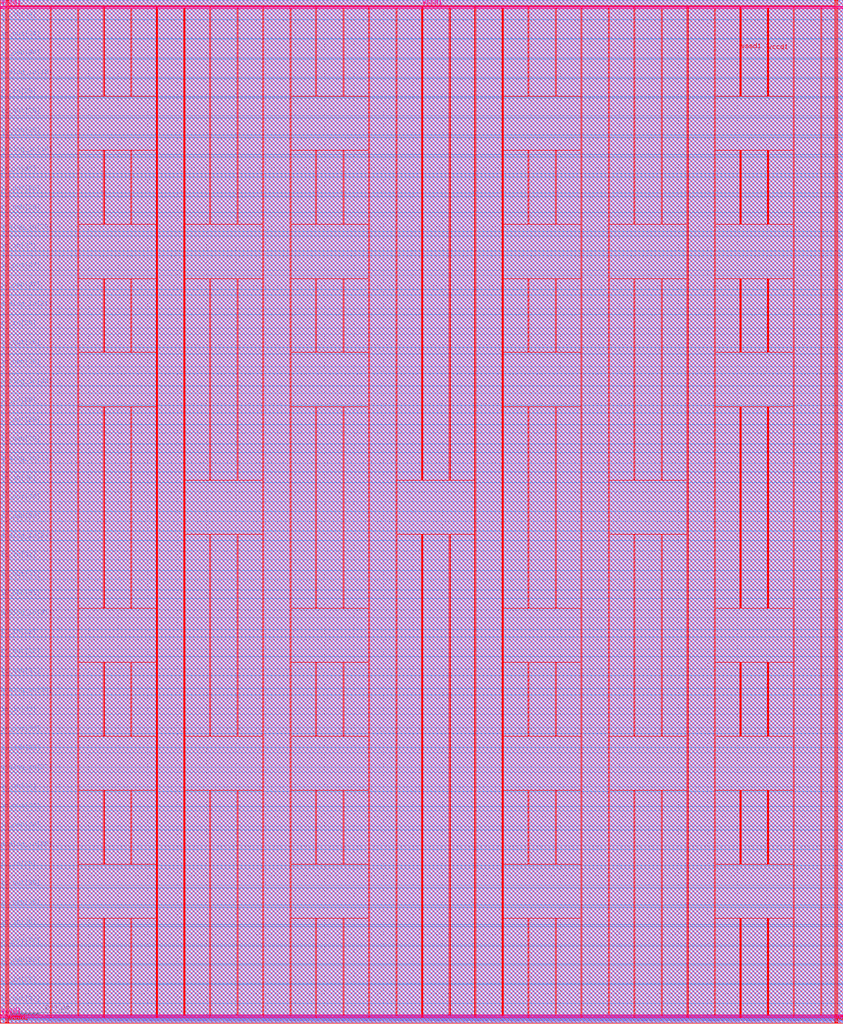
<source format=lef>
###############################################################
#  Generated by:      Cadence Innovus 20.13-s083_1
#  OS:                Linux x86_64(Host ID iron-502-27)
#  Generated on:      Fri Jun 17 14:07:25 2022
#  Design:            user_proj_example
#  Command:           write_lef_abstract -specifyTopLayer 5 -PGPinLayers {5 6} -extractBlockObs -stripePin results/user_proj_example.lef
###############################################################

VERSION 5.8 ;

BUSBITCHARS "[]" ;
DIVIDERCHAR "/" ;

MACRO user_proj_example
  CLASS BLOCK ;
  SIZE 2859.820000 BY 3470.040000 ;
  FOREIGN user_proj_example 0.000000 0.000000 ;
  ORIGIN 0 0 ;
  SYMMETRY X Y R90 ;
  PIN wb_clk_i
    DIRECTION INPUT ;
    USE SIGNAL ;
    ANTENNAPARTIALMETALAREA 4.1174 LAYER met2  ;
    ANTENNAPARTIALMETALSIDEAREA 20.426 LAYER met2  ;
    ANTENNAPARTIALCUTAREA 0.04 LAYER via2  ;
    ANTENNAPARTIALMETALAREA 8.6748 LAYER met3  ;
    ANTENNAPARTIALMETALSIDEAREA 46.736 LAYER met3  ;
    ANTENNAMODEL OXIDE1 ;
    ANTENNAGATEAREA 0.576 LAYER met3  ;
    ANTENNAMAXAREACAR 16.2276 LAYER met3  ;
    ANTENNAMAXSIDEAREACAR 83.9896 LAYER met3  ;
    ANTENNAMAXCUTCAR 0.158681 LAYER via3  ;
    PORT
      LAYER met2 ;
        RECT 0.620000 0.000000 0.760000 0.485000 ;
    END
  END wb_clk_i
  PIN wb_rst_i
    DIRECTION INPUT ;
    USE SIGNAL ;
    ANTENNAPARTIALMETALAREA 5.373 LAYER met2  ;
    ANTENNAPARTIALMETALSIDEAREA 26.691 LAYER met2  ;
    ANTENNAPARTIALCUTAREA 0.04 LAYER via2  ;
    ANTENNAPARTIALMETALAREA 4.1208 LAYER met3  ;
    ANTENNAPARTIALMETALSIDEAREA 22.448 LAYER met3  ;
    ANTENNAMODEL OXIDE1 ;
    ANTENNAGATEAREA 4.411 LAYER met3  ;
    ANTENNAMAXAREACAR 28.0961 LAYER met3  ;
    ANTENNAMAXSIDEAREACAR 138.749 LAYER met3  ;
    ANTENNAMAXCUTCAR 0.307654 LAYER via3  ;
    PORT
      LAYER met2 ;
        RECT 6.140000 0.000000 6.280000 0.485000 ;
    END
  END wb_rst_i
  PIN wbs_stb_i
    DIRECTION INPUT ;
    USE SIGNAL ;
    ANTENNAPARTIALMETALAREA 4.0627 LAYER met2  ;
    ANTENNAPARTIALMETALSIDEAREA 20.2055 LAYER met2  ;
    ANTENNAMODEL OXIDE1 ;
    ANTENNAGATEAREA 0.126 LAYER met2  ;
    ANTENNAMAXAREACAR 44.8623 LAYER met2  ;
    ANTENNAMAXSIDEAREACAR 217.206 LAYER met2  ;
    ANTENNAMAXCUTCAR 0.407937 LAYER via2  ;
    PORT
      LAYER met2 ;
        RECT 23.620000 0.000000 23.760000 0.485000 ;
    END
  END wbs_stb_i
  PIN wbs_cyc_i
    DIRECTION INPUT ;
    USE SIGNAL ;
    ANTENNAPARTIALMETALAREA 4.2055 LAYER met2  ;
    ANTENNAPARTIALMETALSIDEAREA 20.9195 LAYER met2  ;
    ANTENNAMODEL OXIDE1 ;
    ANTENNAGATEAREA 0.126 LAYER met2  ;
    ANTENNAMAXAREACAR 52.6694 LAYER met2  ;
    ANTENNAMAXSIDEAREACAR 253.103 LAYER met2  ;
    ANTENNAMAXCUTCAR 0.407937 LAYER via2  ;
    PORT
      LAYER met2 ;
        RECT 17.640000 0.000000 17.780000 0.485000 ;
    END
  END wbs_cyc_i
  PIN wbs_we_i
    DIRECTION INPUT ;
    USE SIGNAL ;
    ANTENNAPARTIALMETALAREA 5.0655 LAYER met2  ;
    ANTENNAPARTIALMETALSIDEAREA 24.9935 LAYER met2  ;
    ANTENNAMODEL OXIDE1 ;
    ANTENNAGATEAREA 0.3735 LAYER met2  ;
    ANTENNAMAXAREACAR 17.5253 LAYER met2  ;
    ANTENNAMAXSIDEAREACAR 78.1749 LAYER met2  ;
    ANTENNAMAXCUTCAR 0.407937 LAYER via2  ;
    PORT
      LAYER met2 ;
        RECT 29.600000 0.000000 29.740000 0.485000 ;
    END
  END wbs_we_i
  PIN wbs_sel_i[3]
    DIRECTION INPUT ;
    USE SIGNAL ;
    PORT
      LAYER met2 ;
        RECT 122.060000 0.000000 122.200000 0.485000 ;
    END
  END wbs_sel_i[3]
  PIN wbs_sel_i[2]
    DIRECTION INPUT ;
    USE SIGNAL ;
    PORT
      LAYER met2 ;
        RECT 99.060000 0.000000 99.200000 0.485000 ;
    END
  END wbs_sel_i[2]
  PIN wbs_sel_i[1]
    DIRECTION INPUT ;
    USE SIGNAL ;
    PORT
      LAYER met2 ;
        RECT 75.600000 0.000000 75.740000 0.485000 ;
    END
  END wbs_sel_i[1]
  PIN wbs_sel_i[0]
    DIRECTION INPUT ;
    USE SIGNAL ;
    PORT
      LAYER met2 ;
        RECT 52.600000 0.000000 52.740000 0.485000 ;
    END
  END wbs_sel_i[0]
  PIN wbs_dat_i[31]
    DIRECTION INPUT ;
    USE SIGNAL ;
    PORT
      LAYER met2 ;
        RECT 603.680000 0.000000 603.820000 0.485000 ;
    END
  END wbs_dat_i[31]
  PIN wbs_dat_i[30]
    DIRECTION INPUT ;
    USE SIGNAL ;
    PORT
      LAYER met2 ;
        RECT 586.200000 0.000000 586.340000 0.485000 ;
    END
  END wbs_dat_i[30]
  PIN wbs_dat_i[29]
    DIRECTION INPUT ;
    USE SIGNAL ;
    PORT
      LAYER met2 ;
        RECT 568.720000 0.000000 568.860000 0.485000 ;
    END
  END wbs_dat_i[29]
  PIN wbs_dat_i[28]
    DIRECTION INPUT ;
    USE SIGNAL ;
    PORT
      LAYER met2 ;
        RECT 551.240000 0.000000 551.380000 0.485000 ;
    END
  END wbs_dat_i[28]
  PIN wbs_dat_i[27]
    DIRECTION INPUT ;
    USE SIGNAL ;
    PORT
      LAYER met2 ;
        RECT 533.760000 0.000000 533.900000 0.485000 ;
    END
  END wbs_dat_i[27]
  PIN wbs_dat_i[26]
    DIRECTION INPUT ;
    USE SIGNAL ;
    PORT
      LAYER met2 ;
        RECT 516.740000 0.000000 516.880000 0.485000 ;
    END
  END wbs_dat_i[26]
  PIN wbs_dat_i[25]
    DIRECTION INPUT ;
    USE SIGNAL ;
    PORT
      LAYER met2 ;
        RECT 499.260000 0.000000 499.400000 0.485000 ;
    END
  END wbs_dat_i[25]
  PIN wbs_dat_i[24]
    DIRECTION INPUT ;
    USE SIGNAL ;
    PORT
      LAYER met2 ;
        RECT 481.780000 0.000000 481.920000 0.485000 ;
    END
  END wbs_dat_i[24]
  PIN wbs_dat_i[23]
    DIRECTION INPUT ;
    USE SIGNAL ;
    ANTENNAPARTIALMETALAREA 6.0883 LAYER met2  ;
    ANTENNAPARTIALMETALSIDEAREA 30.2155 LAYER met2  ;
    ANTENNAMODEL OXIDE1 ;
    ANTENNAGATEAREA 0.126 LAYER met2  ;
    ANTENNAMAXAREACAR 50.3571 LAYER met2  ;
    ANTENNAMAXSIDEAREACAR 245.865 LAYER met2  ;
    ANTENNAMAXCUTCAR 0.407937 LAYER via2  ;
    PORT
      LAYER met2 ;
        RECT 464.300000 0.000000 464.440000 0.485000 ;
    END
  END wbs_dat_i[23]
  PIN wbs_dat_i[22]
    DIRECTION INPUT ;
    USE SIGNAL ;
    ANTENNAPARTIALMETALAREA 6.3475 LAYER met2  ;
    ANTENNAPARTIALMETALSIDEAREA 31.6295 LAYER met2  ;
    ANTENNAMODEL OXIDE1 ;
    ANTENNAGATEAREA 0.126 LAYER met2  ;
    ANTENNAMAXAREACAR 67.3623 LAYER met2  ;
    ANTENNAMAXSIDEAREACAR 327.397 LAYER met2  ;
    ANTENNAMAXCUTCAR 0.407937 LAYER via2  ;
    PORT
      LAYER met2 ;
        RECT 446.820000 0.000000 446.960000 0.485000 ;
    END
  END wbs_dat_i[22]
  PIN wbs_dat_i[21]
    DIRECTION INPUT ;
    USE SIGNAL ;
    ANTENNAPARTIALMETALAREA 5.5859 LAYER met2  ;
    ANTENNAPARTIALMETALSIDEAREA 27.8215 LAYER met2  ;
    ANTENNAMODEL OXIDE1 ;
    ANTENNAGATEAREA 0.126 LAYER met2  ;
    ANTENNAMAXAREACAR 59.7845 LAYER met2  ;
    ANTENNAMAXSIDEAREACAR 289.508 LAYER met2  ;
    ANTENNAMAXCUTCAR 0.407937 LAYER via2  ;
    PORT
      LAYER met2 ;
        RECT 429.800000 0.000000 429.940000 0.485000 ;
    END
  END wbs_dat_i[21]
  PIN wbs_dat_i[20]
    DIRECTION INPUT ;
    USE SIGNAL ;
    ANTENNAPARTIALMETALAREA 6.2383 LAYER met2  ;
    ANTENNAPARTIALMETALSIDEAREA 31.0835 LAYER met2  ;
    ANTENNAMODEL OXIDE1 ;
    ANTENNAGATEAREA 0.126 LAYER met2  ;
    ANTENNAMAXAREACAR 51.5476 LAYER met2  ;
    ANTENNAMAXSIDEAREACAR 252.754 LAYER met2  ;
    ANTENNAMAXCUTCAR 0.407937 LAYER via2  ;
    PORT
      LAYER met2 ;
        RECT 412.320000 0.000000 412.460000 0.485000 ;
    END
  END wbs_dat_i[20]
  PIN wbs_dat_i[19]
    DIRECTION INPUT ;
    USE SIGNAL ;
    ANTENNAPARTIALMETALAREA 5.5859 LAYER met2  ;
    ANTENNAPARTIALMETALSIDEAREA 27.8215 LAYER met2  ;
    ANTENNAMODEL OXIDE1 ;
    ANTENNAGATEAREA 0.126 LAYER met2  ;
    ANTENNAMAXAREACAR 48.8067 LAYER met2  ;
    ANTENNAMAXSIDEAREACAR 234.619 LAYER met2  ;
    ANTENNAMAXCUTCAR 0.407937 LAYER via2  ;
    PORT
      LAYER met2 ;
        RECT 394.840000 0.000000 394.980000 0.485000 ;
    END
  END wbs_dat_i[19]
  PIN wbs_dat_i[18]
    DIRECTION INPUT ;
    USE SIGNAL ;
    ANTENNAPARTIALMETALAREA 6.1095 LAYER met2  ;
    ANTENNAPARTIALMETALSIDEAREA 30.4395 LAYER met2  ;
    ANTENNAMODEL OXIDE1 ;
    ANTENNAGATEAREA 0.126 LAYER met2  ;
    ANTENNAMAXAREACAR 53.477 LAYER met2  ;
    ANTENNAMAXSIDEAREACAR 261.865 LAYER met2  ;
    ANTENNAMAXCUTCAR 0.407937 LAYER via2  ;
    PORT
      LAYER met2 ;
        RECT 377.360000 0.000000 377.500000 0.485000 ;
    END
  END wbs_dat_i[18]
  PIN wbs_dat_i[17]
    DIRECTION INPUT ;
    USE SIGNAL ;
    ANTENNAPARTIALMETALAREA 5.3339 LAYER met2  ;
    ANTENNAPARTIALMETALSIDEAREA 26.5615 LAYER met2  ;
    ANTENNAMODEL OXIDE1 ;
    ANTENNAGATEAREA 0.126 LAYER met2  ;
    ANTENNAMAXAREACAR 52.8353 LAYER met2  ;
    ANTENNAMAXSIDEAREACAR 251.254 LAYER met2  ;
    ANTENNAMAXCUTCAR 0.407937 LAYER via2  ;
    PORT
      LAYER met2 ;
        RECT 359.880000 0.000000 360.020000 0.485000 ;
    END
  END wbs_dat_i[17]
  PIN wbs_dat_i[16]
    DIRECTION INPUT ;
    USE SIGNAL ;
    ANTENNAPARTIALMETALAREA 5.4599 LAYER met2  ;
    ANTENNAPARTIALMETALSIDEAREA 27.1915 LAYER met2  ;
    ANTENNAMODEL OXIDE1 ;
    ANTENNAGATEAREA 0.126 LAYER met2  ;
    ANTENNAMAXAREACAR 45.3698 LAYER met2  ;
    ANTENNAMAXSIDEAREACAR 221.865 LAYER met2  ;
    ANTENNAMAXCUTCAR 0.407937 LAYER via2  ;
    PORT
      LAYER met2 ;
        RECT 342.400000 0.000000 342.540000 0.485000 ;
    END
  END wbs_dat_i[16]
  PIN wbs_dat_i[15]
    DIRECTION INPUT ;
    USE SIGNAL ;
    ANTENNAPARTIALMETALAREA 6.4215 LAYER met2  ;
    ANTENNAPARTIALMETALSIDEAREA 31.8815 LAYER met2  ;
    ANTENNAMODEL OXIDE1 ;
    ANTENNAGATEAREA 0.2475 LAYER met2  ;
    ANTENNAMAXAREACAR 28.7937 LAYER met2  ;
    ANTENNAMAXSIDEAREACAR 138.541 LAYER met2  ;
    ANTENNAMAXCUTCAR 0.207677 LAYER via2  ;
    PORT
      LAYER met2 ;
        RECT 325.380000 0.000000 325.520000 0.485000 ;
    END
  END wbs_dat_i[15]
  PIN wbs_dat_i[14]
    DIRECTION INPUT ;
    USE SIGNAL ;
    ANTENNAPARTIALMETALAREA 4.5651 LAYER met2  ;
    ANTENNAPARTIALMETALSIDEAREA 22.5995 LAYER met2  ;
    ANTENNAMODEL OXIDE1 ;
    ANTENNAGATEAREA 0.2475 LAYER met2  ;
    ANTENNAMAXAREACAR 19.302 LAYER met2  ;
    ANTENNAMAXSIDEAREACAR 94.2182 LAYER met2  ;
    ANTENNAMAXCUTCAR 0.207677 LAYER via2  ;
    PORT
      LAYER met2 ;
        RECT 307.900000 0.000000 308.040000 0.485000 ;
    END
  END wbs_dat_i[14]
  PIN wbs_dat_i[13]
    DIRECTION INPUT ;
    USE SIGNAL ;
    ANTENNAPARTIALMETALAREA 5.7761 LAYER met2  ;
    ANTENNAPARTIALMETALSIDEAREA 28.6545 LAYER met2  ;
    ANTENNAMODEL OXIDE1 ;
    ANTENNAGATEAREA 0.2475 LAYER met2  ;
    ANTENNAMAXAREACAR 24.195 LAYER met2  ;
    ANTENNAMAXSIDEAREACAR 118.683 LAYER met2  ;
    ANTENNAMAXCUTCAR 0.207677 LAYER via2  ;
    PORT
      LAYER met2 ;
        RECT 290.420000 0.000000 290.560000 0.485000 ;
    END
  END wbs_dat_i[13]
  PIN wbs_dat_i[12]
    DIRECTION INPUT ;
    USE SIGNAL ;
    ANTENNAPARTIALMETALAREA 5.5507 LAYER met2  ;
    ANTENNAPARTIALMETALSIDEAREA 27.5275 LAYER met2  ;
    ANTENNAMODEL OXIDE1 ;
    ANTENNAGATEAREA 0.2475 LAYER met2  ;
    ANTENNAMAXAREACAR 24.0063 LAYER met2  ;
    ANTENNAMAXSIDEAREACAR 117.467 LAYER met2  ;
    ANTENNAMAXCUTCAR 0.207677 LAYER via2  ;
    PORT
      LAYER met2 ;
        RECT 272.940000 0.000000 273.080000 0.485000 ;
    END
  END wbs_dat_i[12]
  PIN wbs_dat_i[11]
    DIRECTION INPUT ;
    USE SIGNAL ;
    ANTENNAPARTIALMETALAREA 5.1699 LAYER met2  ;
    ANTENNAPARTIALMETALSIDEAREA 25.6235 LAYER met2  ;
    ANTENNAMODEL OXIDE1 ;
    ANTENNAGATEAREA 0.2475 LAYER met2  ;
    ANTENNAMAXAREACAR 21.7457 LAYER met2  ;
    ANTENNAMAXSIDEAREACAR 106.436 LAYER met2  ;
    ANTENNAMAXCUTCAR 0.207677 LAYER via2  ;
    PORT
      LAYER met2 ;
        RECT 255.460000 0.000000 255.600000 0.485000 ;
    END
  END wbs_dat_i[11]
  PIN wbs_dat_i[10]
    DIRECTION INPUT ;
    USE SIGNAL ;
    ANTENNAPARTIALMETALAREA 4.8507 LAYER met2  ;
    ANTENNAPARTIALMETALSIDEAREA 24.0275 LAYER met2  ;
    ANTENNAMODEL OXIDE1 ;
    ANTENNAGATEAREA 0.2475 LAYER met2  ;
    ANTENNAMAXAREACAR 22.479 LAYER met2  ;
    ANTENNAMAXSIDEAREACAR 109.83 LAYER met2  ;
    ANTENNAMAXCUTCAR 0.207677 LAYER via2  ;
    PORT
      LAYER met2 ;
        RECT 237.980000 0.000000 238.120000 0.485000 ;
    END
  END wbs_dat_i[10]
  PIN wbs_dat_i[9]
    DIRECTION INPUT ;
    USE SIGNAL ;
    ANTENNAPARTIALMETALAREA 6.9356 LAYER met2  ;
    ANTENNAPARTIALMETALSIDEAREA 34.517 LAYER met2  ;
    ANTENNAPARTIALCUTAREA 0.04 LAYER via2  ;
    ANTENNAPARTIALMETALAREA 62.659 LAYER met3  ;
    ANTENNAPARTIALMETALSIDEAREA 334.648 LAYER met3  ;
    ANTENNAPARTIALCUTAREA 0.04 LAYER via3  ;
    ANTENNAPARTIALMETALAREA 0.6516 LAYER met4  ;
    ANTENNAPARTIALMETALSIDEAREA 4.416 LAYER met4  ;
    ANTENNAMODEL OXIDE1 ;
    ANTENNAGATEAREA 0.2475 LAYER met4  ;
    ANTENNAMAXAREACAR 10.4438 LAYER met4  ;
    ANTENNAMAXSIDEAREACAR 58.4606 LAYER met4  ;
    ANTENNAMAXCUTCAR 0.530909 LAYER via4  ;
    PORT
      LAYER met2 ;
        RECT 220.960000 0.000000 221.100000 0.485000 ;
    END
  END wbs_dat_i[9]
  PIN wbs_dat_i[8]
    DIRECTION INPUT ;
    USE SIGNAL ;
    ANTENNAPARTIALMETALAREA 6.5503 LAYER met2  ;
    ANTENNAPARTIALMETALSIDEAREA 32.5255 LAYER met2  ;
    ANTENNAMODEL OXIDE1 ;
    ANTENNAGATEAREA 0.2475 LAYER met2  ;
    ANTENNAMAXAREACAR 39.3582 LAYER met2  ;
    ANTENNAMAXSIDEAREACAR 194.226 LAYER met2  ;
    ANTENNAMAXCUTCAR 0.207677 LAYER via2  ;
    PORT
      LAYER met2 ;
        RECT 203.480000 0.000000 203.620000 0.485000 ;
    END
  END wbs_dat_i[8]
  PIN wbs_dat_i[7]
    DIRECTION INPUT ;
    USE SIGNAL ;
    ANTENNAPARTIALMETALAREA 4.9935 LAYER met2  ;
    ANTENNAPARTIALMETALSIDEAREA 24.7415 LAYER met2  ;
    ANTENNAMODEL OXIDE1 ;
    ANTENNAGATEAREA 0.2475 LAYER met2  ;
    ANTENNAMAXAREACAR 21.0329 LAYER met2  ;
    ANTENNAMAXSIDEAREACAR 102.873 LAYER met2  ;
    ANTENNAMAXCUTCAR 0.207677 LAYER via2  ;
    PORT
      LAYER met2 ;
        RECT 186.000000 0.000000 186.140000 0.485000 ;
    END
  END wbs_dat_i[7]
  PIN wbs_dat_i[6]
    DIRECTION INPUT ;
    USE SIGNAL ;
    ANTENNAPARTIALMETALAREA 7.2951 LAYER met2  ;
    ANTENNAPARTIALMETALSIDEAREA 36.2495 LAYER met2  ;
    ANTENNAMODEL OXIDE1 ;
    ANTENNAGATEAREA 0.2475 LAYER met2  ;
    ANTENNAMAXAREACAR 30.7432 LAYER met2  ;
    ANTENNAMAXSIDEAREACAR 151.152 LAYER met2  ;
    ANTENNAMAXCUTCAR 0.207677 LAYER via2  ;
    PORT
      LAYER met2 ;
        RECT 168.520000 0.000000 168.660000 0.485000 ;
    END
  END wbs_dat_i[6]
  PIN wbs_dat_i[5]
    DIRECTION INPUT ;
    USE SIGNAL ;
    ANTENNAPARTIALMETALAREA 6.0883 LAYER met2  ;
    ANTENNAPARTIALMETALSIDEAREA 30.2155 LAYER met2  ;
    ANTENNAMODEL OXIDE1 ;
    ANTENNAGATEAREA 0.2475 LAYER met2  ;
    ANTENNAMAXAREACAR 33.5566 LAYER met2  ;
    ANTENNAMAXSIDEAREACAR 162.356 LAYER met2  ;
    ANTENNAMAXCUTCAR 0.207677 LAYER via2  ;
    PORT
      LAYER met2 ;
        RECT 151.040000 0.000000 151.180000 0.485000 ;
    END
  END wbs_dat_i[5]
  PIN wbs_dat_i[4]
    DIRECTION INPUT ;
    USE SIGNAL ;
    ANTENNAPARTIALMETALAREA 5.8363 LAYER met2  ;
    ANTENNAPARTIALMETALSIDEAREA 28.9555 LAYER met2  ;
    ANTENNAMODEL OXIDE1 ;
    ANTENNAGATEAREA 0.2475 LAYER met2  ;
    ANTENNAMAXAREACAR 24.9 LAYER met2  ;
    ANTENNAMAXSIDEAREACAR 121.935 LAYER met2  ;
    ANTENNAMAXCUTCAR 0.207677 LAYER via2  ;
    PORT
      LAYER met2 ;
        RECT 133.560000 0.000000 133.700000 0.485000 ;
    END
  END wbs_dat_i[4]
  PIN wbs_dat_i[3]
    DIRECTION INPUT ;
    USE SIGNAL ;
    ANTENNAPARTIALMETALAREA 4.2179 LAYER met2  ;
    ANTENNAPARTIALMETALSIDEAREA 20.8635 LAYER met2  ;
    ANTENNAMODEL OXIDE1 ;
    ANTENNAGATEAREA 0.2475 LAYER met2  ;
    ANTENNAMAXAREACAR 19.8903 LAYER met2  ;
    ANTENNAMAXSIDEAREACAR 94.0242 LAYER met2  ;
    ANTENNAMAXCUTCAR 0.207677 LAYER via2  ;
    PORT
      LAYER met2 ;
        RECT 110.560000 0.000000 110.700000 0.485000 ;
    END
  END wbs_dat_i[3]
  PIN wbs_dat_i[2]
    DIRECTION INPUT ;
    USE SIGNAL ;
    ANTENNAPARTIALMETALAREA 5.6123 LAYER met2  ;
    ANTENNAPARTIALMETALSIDEAREA 27.8355 LAYER met2  ;
    ANTENNAMODEL OXIDE1 ;
    ANTENNAGATEAREA 0.2475 LAYER met2  ;
    ANTENNAMAXAREACAR 23.944 LAYER met2  ;
    ANTENNAMAXSIDEAREACAR 117.156 LAYER met2  ;
    ANTENNAMAXCUTCAR 0.207677 LAYER via2  ;
    PORT
      LAYER met2 ;
        RECT 87.560000 0.000000 87.700000 0.485000 ;
    END
  END wbs_dat_i[2]
  PIN wbs_dat_i[1]
    DIRECTION INPUT ;
    USE SIGNAL ;
    ANTENNAPARTIALMETALAREA 6.3935 LAYER met2  ;
    ANTENNAPARTIALMETALSIDEAREA 31.7415 LAYER met2  ;
    ANTENNAMODEL OXIDE1 ;
    ANTENNAGATEAREA 0.2475 LAYER met2  ;
    ANTENNAMAXAREACAR 27.4382 LAYER met2  ;
    ANTENNAMAXSIDEAREACAR 132.036 LAYER met2  ;
    ANTENNAMAXCUTCAR 0.207677 LAYER via2  ;
    PORT
      LAYER met2 ;
        RECT 64.100000 0.000000 64.240000 0.485000 ;
    END
  END wbs_dat_i[1]
  PIN wbs_dat_i[0]
    DIRECTION INPUT ;
    USE SIGNAL ;
    ANTENNAPARTIALMETALAREA 6.1219 LAYER met2  ;
    ANTENNAPARTIALMETALSIDEAREA 30.3835 LAYER met2  ;
    ANTENNAMODEL OXIDE1 ;
    ANTENNAGATEAREA 0.2475 LAYER met2  ;
    ANTENNAMAXAREACAR 44.4584 LAYER met2  ;
    ANTENNAMAXSIDEAREACAR 215.972 LAYER met2  ;
    ANTENNAMAXCUTCAR 0.207677 LAYER via2  ;
    PORT
      LAYER met2 ;
        RECT 41.100000 0.000000 41.240000 0.485000 ;
    END
  END wbs_dat_i[0]
  PIN wbs_adr_i[31]
    DIRECTION INPUT ;
    USE SIGNAL ;
    ANTENNAPARTIALMETALAREA 5.8975 LAYER met2  ;
    ANTENNAPARTIALMETALSIDEAREA 29.0255 LAYER met2  ;
    ANTENNAMODEL OXIDE1 ;
    ANTENNAGATEAREA 0.3735 LAYER met2  ;
    ANTENNAMAXAREACAR 23.1648 LAYER met2  ;
    ANTENNAMAXSIDEAREACAR 105.121 LAYER met2  ;
    ANTENNAMAXCUTCAR 0.586508 LAYER via2  ;
    PORT
      LAYER met2 ;
        RECT 597.700000 0.000000 597.840000 0.485000 ;
    END
  END wbs_adr_i[31]
  PIN wbs_adr_i[30]
    DIRECTION INPUT ;
    USE SIGNAL ;
    ANTENNAPARTIALMETALAREA 4.7555 LAYER met2  ;
    ANTENNAPARTIALMETALSIDEAREA 23.5515 LAYER met2  ;
    ANTENNAMODEL OXIDE1 ;
    ANTENNAGATEAREA 0.3735 LAYER met2  ;
    ANTENNAMAXAREACAR 48.7097 LAYER met2  ;
    ANTENNAMAXSIDEAREACAR 237.777 LAYER met2  ;
    ANTENNAMAXCUTCAR 0.407937 LAYER via2  ;
    PORT
      LAYER met2 ;
        RECT 580.220000 0.000000 580.360000 0.485000 ;
    END
  END wbs_adr_i[30]
  PIN wbs_adr_i[29]
    DIRECTION INPUT ;
    USE SIGNAL ;
    ANTENNAPARTIALMETALAREA 5.1363 LAYER met2  ;
    ANTENNAPARTIALMETALSIDEAREA 25.4555 LAYER met2  ;
    ANTENNAMODEL OXIDE1 ;
    ANTENNAGATEAREA 0.3735 LAYER met2  ;
    ANTENNAMAXAREACAR 62.924 LAYER met2  ;
    ANTENNAMAXSIDEAREACAR 310.146 LAYER met2  ;
    ANTENNAMAXCUTCAR 0.586508 LAYER via2  ;
    PORT
      LAYER met2 ;
        RECT 563.200000 0.000000 563.340000 0.485000 ;
    END
  END wbs_adr_i[29]
  PIN wbs_adr_i[28]
    DIRECTION INPUT ;
    USE SIGNAL ;
    ANTENNAPARTIALMETALAREA 4.1174 LAYER met2  ;
    ANTENNAPARTIALMETALSIDEAREA 20.426 LAYER met2  ;
    ANTENNAPARTIALCUTAREA 0.04 LAYER via2  ;
    ANTENNAPARTIALMETALAREA 7.2948 LAYER met3  ;
    ANTENNAPARTIALMETALSIDEAREA 39.376 LAYER met3  ;
    ANTENNAMODEL OXIDE1 ;
    ANTENNAGATEAREA 0.3735 LAYER met3  ;
    ANTENNAMAXAREACAR 26.735 LAYER met3  ;
    ANTENNAMAXSIDEAREACAR 134.756 LAYER met3  ;
    ANTENNAMAXCUTCAR 0.396701 LAYER via3  ;
    PORT
      LAYER met2 ;
        RECT 545.720000 0.000000 545.860000 0.485000 ;
    END
  END wbs_adr_i[28]
  PIN wbs_adr_i[27]
    DIRECTION INPUT ;
    USE SIGNAL ;
    ANTENNAPARTIALMETALAREA 4.7463 LAYER met2  ;
    ANTENNAPARTIALMETALSIDEAREA 23.3975 LAYER met2  ;
    ANTENNAMODEL OXIDE1 ;
    ANTENNAGATEAREA 0.3735 LAYER met2  ;
    ANTENNAMAXAREACAR 14.8313 LAYER met2  ;
    ANTENNAMAXSIDEAREACAR 70.4358 LAYER met2  ;
    ANTENNAMAXCUTCAR 0.407937 LAYER via2  ;
    PORT
      LAYER met2 ;
        RECT 528.240000 0.000000 528.380000 0.485000 ;
    END
  END wbs_adr_i[27]
  PIN wbs_adr_i[26]
    DIRECTION INPUT ;
    USE SIGNAL ;
    ANTENNAPARTIALMETALAREA 4.8039 LAYER met2  ;
    ANTENNAPARTIALMETALSIDEAREA 23.8035 LAYER met2  ;
    ANTENNAMODEL OXIDE1 ;
    ANTENNAGATEAREA 0.3735 LAYER met2  ;
    ANTENNAMAXAREACAR 16.417 LAYER met2  ;
    ANTENNAMAXSIDEAREACAR 71.6793 LAYER met2  ;
    ANTENNAMAXCUTCAR 0.407937 LAYER via2  ;
    PORT
      LAYER met2 ;
        RECT 510.760000 0.000000 510.900000 0.485000 ;
    END
  END wbs_adr_i[26]
  PIN wbs_adr_i[25]
    DIRECTION INPUT ;
    USE SIGNAL ;
    ANTENNAPARTIALMETALAREA 4.6603 LAYER met2  ;
    ANTENNAPARTIALMETALSIDEAREA 23.0755 LAYER met2  ;
    ANTENNAMODEL OXIDE1 ;
    ANTENNAGATEAREA 0.3735 LAYER met2  ;
    ANTENNAMAXAREACAR 23.4076 LAYER met2  ;
    ANTENNAMAXSIDEAREACAR 111.267 LAYER met2  ;
    ANTENNAMAXCUTCAR 0.407937 LAYER via2  ;
    PORT
      LAYER met2 ;
        RECT 493.280000 0.000000 493.420000 0.485000 ;
    END
  END wbs_adr_i[25]
  PIN wbs_adr_i[24]
    DIRECTION INPUT ;
    USE SIGNAL ;
    ANTENNAPARTIALMETALAREA 4.5175 LAYER met2  ;
    ANTENNAPARTIALMETALSIDEAREA 22.3615 LAYER met2  ;
    ANTENNAMODEL OXIDE1 ;
    ANTENNAGATEAREA 0.3735 LAYER met2  ;
    ANTENNAMAXAREACAR 27.0437 LAYER met2  ;
    ANTENNAMAXSIDEAREACAR 128.577 LAYER met2  ;
    ANTENNAMAXCUTCAR 0.407937 LAYER via2  ;
    PORT
      LAYER met2 ;
        RECT 475.800000 0.000000 475.940000 0.485000 ;
    END
  END wbs_adr_i[24]
  PIN wbs_adr_i[23]
    DIRECTION INPUT ;
    USE SIGNAL ;
    ANTENNAPARTIALMETALAREA 4.3543 LAYER met2  ;
    ANTENNAPARTIALMETALSIDEAREA 21.4235 LAYER met2  ;
    ANTENNAMODEL OXIDE1 ;
    ANTENNAGATEAREA 0.2475 LAYER met2  ;
    ANTENNAMAXAREACAR 18.7345 LAYER met2  ;
    ANTENNAMAXSIDEAREACAR 89.7131 LAYER met2  ;
    ANTENNAPARTIALCUTAREA 0.04 LAYER via2  ;
    ANTENNAMAXCUTCAR 0.369293 LAYER via2  ;
    ANTENNAPARTIALMETALAREA 2.6028 LAYER met3  ;
    ANTENNAPARTIALMETALSIDEAREA 14.352 LAYER met3  ;
    ANTENNAGATEAREA 0.3735 LAYER met3  ;
    ANTENNAMAXAREACAR 25.7032 LAYER met3  ;
    ANTENNAMAXSIDEAREACAR 128.139 LAYER met3  ;
    ANTENNAMAXCUTCAR 0.725397 LAYER via3  ;
    PORT
      LAYER met2 ;
        RECT 458.780000 0.000000 458.920000 0.485000 ;
    END
  END wbs_adr_i[23]
  PIN wbs_adr_i[22]
    DIRECTION INPUT ;
    USE SIGNAL ;
    ANTENNAPARTIALMETALAREA 4.7203 LAYER met2  ;
    ANTENNAPARTIALMETALSIDEAREA 23.2575 LAYER met2  ;
    ANTENNAMODEL OXIDE1 ;
    ANTENNAGATEAREA 0.3735 LAYER met2  ;
    ANTENNAMAXAREACAR 18.8924 LAYER met2  ;
    ANTENNAMAXSIDEAREACAR 91.3883 LAYER met2  ;
    ANTENNAMAXCUTCAR 0.407937 LAYER via2  ;
    PORT
      LAYER met2 ;
        RECT 441.300000 0.000000 441.440000 0.485000 ;
    END
  END wbs_adr_i[22]
  PIN wbs_adr_i[21]
    DIRECTION INPUT ;
    USE SIGNAL ;
    ANTENNAPARTIALMETALAREA 4.8828 LAYER met2  ;
    ANTENNAPARTIALMETALSIDEAREA 24.08 LAYER met2  ;
    ANTENNAMODEL OXIDE1 ;
    ANTENNAGATEAREA 0.3735 LAYER met2  ;
    ANTENNAMAXAREACAR 20.0794 LAYER met2  ;
    ANTENNAMAXSIDEAREACAR 96.4911 LAYER met2  ;
    ANTENNAMAXCUTCAR 0.407937 LAYER via2  ;
    PORT
      LAYER met2 ;
        RECT 423.820000 0.000000 423.960000 0.485000 ;
    END
  END wbs_adr_i[21]
  PIN wbs_adr_i[20]
    DIRECTION INPUT ;
    USE SIGNAL ;
    ANTENNAPARTIALMETALAREA 5.0319 LAYER met2  ;
    ANTENNAPARTIALMETALSIDEAREA 24.8255 LAYER met2  ;
    ANTENNAMODEL OXIDE1 ;
    ANTENNAGATEAREA 0.3735 LAYER met2  ;
    ANTENNAMAXAREACAR 19.5898 LAYER met2  ;
    ANTENNAMAXSIDEAREACAR 94.0426 LAYER met2  ;
    ANTENNAMAXCUTCAR 0.407937 LAYER via2  ;
    PORT
      LAYER met2 ;
        RECT 406.340000 0.000000 406.480000 0.485000 ;
    END
  END wbs_adr_i[20]
  PIN wbs_adr_i[19]
    DIRECTION INPUT ;
    USE SIGNAL ;
    ANTENNAPARTIALMETALAREA 5.5107 LAYER met2  ;
    ANTENNAPARTIALMETALSIDEAREA 27.2195 LAYER met2  ;
    ANTENNAMODEL OXIDE1 ;
    ANTENNAGATEAREA 0.3735 LAYER met2  ;
    ANTENNAMAXAREACAR 17.2939 LAYER met2  ;
    ANTENNAMAXSIDEAREACAR 82.5633 LAYER met2  ;
    ANTENNAMAXCUTCAR 0.407937 LAYER via2  ;
    PORT
      LAYER met2 ;
        RECT 388.860000 0.000000 389.000000 0.485000 ;
    END
  END wbs_adr_i[19]
  PIN wbs_adr_i[18]
    DIRECTION INPUT ;
    USE SIGNAL ;
    ANTENNAPARTIALMETALAREA 5.5171 LAYER met2  ;
    ANTENNAPARTIALMETALSIDEAREA 27.3595 LAYER met2  ;
    ANTENNAMODEL OXIDE1 ;
    ANTENNAGATEAREA 0.3735 LAYER met2  ;
    ANTENNAMAXAREACAR 51.2194 LAYER met2  ;
    ANTENNAMAXSIDEAREACAR 246.883 LAYER met2  ;
    ANTENNAMAXCUTCAR 0.407937 LAYER via2  ;
    PORT
      LAYER met2 ;
        RECT 371.380000 0.000000 371.520000 0.485000 ;
    END
  END wbs_adr_i[18]
  PIN wbs_adr_i[17]
    DIRECTION INPUT ;
    USE SIGNAL ;
    ANTENNAPARTIALMETALAREA 5.2173 LAYER met2  ;
    ANTENNAPARTIALMETALSIDEAREA 25.7425 LAYER met2  ;
    ANTENNAMODEL OXIDE1 ;
    ANTENNAGATEAREA 0.3735 LAYER met2  ;
    ANTENNAMAXAREACAR 19.0469 LAYER met2  ;
    ANTENNAMAXSIDEAREACAR 88.3123 LAYER met2  ;
    ANTENNAMAXCUTCAR 0.407937 LAYER via2  ;
    PORT
      LAYER met2 ;
        RECT 354.360000 0.000000 354.500000 0.485000 ;
    END
  END wbs_adr_i[17]
  PIN wbs_adr_i[16]
    DIRECTION INPUT ;
    USE SIGNAL ;
    ANTENNAPARTIALMETALAREA 5.8411 LAYER met2  ;
    ANTENNAPARTIALMETALSIDEAREA 28.8715 LAYER met2  ;
    ANTENNAMODEL OXIDE1 ;
    ANTENNAGATEAREA 0.3735 LAYER met2  ;
    ANTENNAMAXAREACAR 18.6896 LAYER met2  ;
    ANTENNAMAXSIDEAREACAR 89.5419 LAYER met2  ;
    ANTENNAMAXCUTCAR 0.407937 LAYER via2  ;
    PORT
      LAYER met2 ;
        RECT 336.880000 0.000000 337.020000 0.485000 ;
    END
  END wbs_adr_i[16]
  PIN wbs_adr_i[15]
    DIRECTION INPUT ;
    USE SIGNAL ;
    ANTENNAPARTIALMETALAREA 4.2055 LAYER met2  ;
    ANTENNAPARTIALMETALSIDEAREA 20.9195 LAYER met2  ;
    ANTENNAMODEL OXIDE1 ;
    ANTENNAGATEAREA 0.3735 LAYER met2  ;
    ANTENNAMAXAREACAR 60.9423 LAYER met2  ;
    ANTENNAMAXSIDEAREACAR 296.04 LAYER met2  ;
    ANTENNAMAXCUTCAR 0.289606 LAYER via2  ;
    PORT
      LAYER met2 ;
        RECT 319.400000 0.000000 319.540000 0.485000 ;
    END
  END wbs_adr_i[15]
  PIN wbs_adr_i[14]
    DIRECTION INPUT ;
    USE SIGNAL ;
    ANTENNAPARTIALMETALAREA 5.639 LAYER met2  ;
    ANTENNAPARTIALMETALSIDEAREA 27.916 LAYER met2  ;
    ANTENNAMODEL OXIDE1 ;
    ANTENNAGATEAREA 0.2475 LAYER met2  ;
    ANTENNAMAXAREACAR 86.8206 LAYER met2  ;
    ANTENNAMAXSIDEAREACAR 427.752 LAYER met2  ;
    ANTENNAPARTIALCUTAREA 0.04 LAYER via2  ;
    ANTENNAMAXCUTCAR 0.460202 LAYER via2  ;
    ANTENNAPARTIALMETALAREA 15.2988 LAYER met3  ;
    ANTENNAPARTIALMETALSIDEAREA 82.064 LAYER met3  ;
    ANTENNAGATEAREA 0.3735 LAYER met3  ;
    ANTENNAMAXAREACAR 127.781 LAYER met3  ;
    ANTENNAMAXSIDEAREACAR 647.468 LAYER met3  ;
    ANTENNAMAXCUTCAR 0.725397 LAYER via3  ;
    PORT
      LAYER met2 ;
        RECT 301.920000 0.000000 302.060000 0.485000 ;
    END
  END wbs_adr_i[14]
  PIN wbs_adr_i[13]
    DIRECTION INPUT ;
    USE SIGNAL ;
    ANTENNAPARTIALMETALAREA 6.5247 LAYER met2  ;
    ANTENNAPARTIALMETALSIDEAREA 32.1615 LAYER met2  ;
    ANTENNAMODEL OXIDE1 ;
    ANTENNAGATEAREA 0.3735 LAYER met2  ;
    ANTENNAMAXAREACAR 23.5695 LAYER met2  ;
    ANTENNAMAXSIDEAREACAR 109.755 LAYER met2  ;
    ANTENNAMAXCUTCAR 0.407937 LAYER via2  ;
    PORT
      LAYER met2 ;
        RECT 284.440000 0.000000 284.580000 0.485000 ;
    END
  END wbs_adr_i[13]
  PIN wbs_adr_i[12]
    DIRECTION INPUT ;
    USE SIGNAL ;
    ANTENNAPARTIALMETALAREA 5.3828 LAYER met2  ;
    ANTENNAPARTIALMETALSIDEAREA 26.572 LAYER met2  ;
    ANTENNAMODEL OXIDE1 ;
    ANTENNAGATEAREA 0.2475 LAYER met2  ;
    ANTENNAMAXAREACAR 99.3741 LAYER met2  ;
    ANTENNAMAXSIDEAREACAR 489.099 LAYER met2  ;
    ANTENNAPARTIALCUTAREA 0.04 LAYER via2  ;
    ANTENNAMAXCUTCAR 0.460202 LAYER via2  ;
    ANTENNAPARTIALMETALAREA 17.1348 LAYER met3  ;
    ANTENNAPARTIALMETALSIDEAREA 91.856 LAYER met3  ;
    ANTENNAGATEAREA 0.3735 LAYER met3  ;
    ANTENNAMAXAREACAR 145.25 LAYER met3  ;
    ANTENNAMAXSIDEAREACAR 735.032 LAYER met3  ;
    ANTENNAMAXCUTCAR 0.725397 LAYER via3  ;
    PORT
      LAYER met2 ;
        RECT 266.960000 0.000000 267.100000 0.485000 ;
    END
  END wbs_adr_i[12]
  PIN wbs_adr_i[11]
    DIRECTION INPUT ;
    USE SIGNAL ;
    ANTENNAPARTIALMETALAREA 5.555 LAYER met2  ;
    ANTENNAPARTIALMETALSIDEAREA 27.475 LAYER met2  ;
    ANTENNAPARTIALCUTAREA 0.04 LAYER via2  ;
    ANTENNAPARTIALMETALAREA 11.785 LAYER met3  ;
    ANTENNAPARTIALMETALSIDEAREA 63.32 LAYER met3  ;
    ANTENNAPARTIALCUTAREA 0.04 LAYER via3  ;
    ANTENNAPARTIALMETALAREA 1.3032 LAYER met4  ;
    ANTENNAPARTIALMETALSIDEAREA 8.832 LAYER met4  ;
    ANTENNAMODEL OXIDE1 ;
    ANTENNAGATEAREA 0.3735 LAYER met4  ;
    ANTENNAMAXAREACAR 48.1769 LAYER met4  ;
    ANTENNAMAXSIDEAREACAR 255.093 LAYER met4  ;
    ANTENNAMAXCUTCAR 1.04286 LAYER via4  ;
    PORT
      LAYER met2 ;
        RECT 249.940000 0.000000 250.080000 0.485000 ;
    END
  END wbs_adr_i[11]
  PIN wbs_adr_i[10]
    DIRECTION INPUT ;
    USE SIGNAL ;
    ANTENNAPARTIALMETALAREA 5.4219 LAYER met2  ;
    ANTENNAPARTIALMETALSIDEAREA 26.8835 LAYER met2  ;
    ANTENNAMODEL OXIDE1 ;
    ANTENNAGATEAREA 0.3735 LAYER met2  ;
    ANTENNAMAXAREACAR 35.0128 LAYER met2  ;
    ANTENNAMAXSIDEAREACAR 166.076 LAYER met2  ;
    ANTENNAMAXCUTCAR 0.289606 LAYER via2  ;
    PORT
      LAYER met2 ;
        RECT 232.460000 0.000000 232.600000 0.485000 ;
    END
  END wbs_adr_i[10]
  PIN wbs_adr_i[9]
    DIRECTION INPUT ;
    USE SIGNAL ;
    ANTENNAPARTIALMETALAREA 5.9434 LAYER met2  ;
    ANTENNAPARTIALMETALSIDEAREA 29.33 LAYER met2  ;
    ANTENNAMODEL OXIDE1 ;
    ANTENNAGATEAREA 0.2475 LAYER met2  ;
    ANTENNAMAXAREACAR 25.5665 LAYER met2  ;
    ANTENNAMAXSIDEAREACAR 121.949 LAYER met2  ;
    ANTENNAPARTIALCUTAREA 0.04 LAYER via2  ;
    ANTENNAMAXCUTCAR 0.369293 LAYER via2  ;
    ANTENNAPARTIALMETALAREA 7.4328 LAYER met3  ;
    ANTENNAPARTIALMETALSIDEAREA 40.112 LAYER met3  ;
    ANTENNAGATEAREA 0.3735 LAYER met3  ;
    ANTENNAMAXAREACAR 45.4669 LAYER met3  ;
    ANTENNAMAXSIDEAREACAR 229.344 LAYER met3  ;
    ANTENNAMAXCUTCAR 0.725397 LAYER via3  ;
    PORT
      LAYER met2 ;
        RECT 214.980000 0.000000 215.120000 0.485000 ;
    END
  END wbs_adr_i[9]
  PIN wbs_adr_i[8]
    DIRECTION INPUT ;
    USE SIGNAL ;
    ANTENNAPARTIALMETALAREA 4.7889 LAYER met2  ;
    ANTENNAPARTIALMETALSIDEAREA 23.6005 LAYER met2  ;
    ANTENNAMODEL OXIDE1 ;
    ANTENNAGATEAREA 0.3735 LAYER met2  ;
    ANTENNAMAXAREACAR 36.934 LAYER met2  ;
    ANTENNAMAXSIDEAREACAR 177.086 LAYER met2  ;
    ANTENNAMAXCUTCAR 0.407937 LAYER via2  ;
    PORT
      LAYER met2 ;
        RECT 197.500000 0.000000 197.640000 0.485000 ;
    END
  END wbs_adr_i[8]
  PIN wbs_adr_i[7]
    DIRECTION INPUT ;
    USE SIGNAL ;
    ANTENNAPARTIALMETALAREA 5.0269 LAYER met2  ;
    ANTENNAPARTIALMETALSIDEAREA 24.7905 LAYER met2  ;
    ANTENNAMODEL OXIDE1 ;
    ANTENNAGATEAREA 0.3735 LAYER met2  ;
    ANTENNAMAXAREACAR 48.9371 LAYER met2  ;
    ANTENNAMAXSIDEAREACAR 236.909 LAYER met2  ;
    ANTENNAMAXCUTCAR 0.407937 LAYER via2  ;
    PORT
      LAYER met2 ;
        RECT 180.020000 0.000000 180.160000 0.485000 ;
    END
  END wbs_adr_i[7]
  PIN wbs_adr_i[6]
    DIRECTION INPUT ;
    USE SIGNAL ;
    ANTENNAPARTIALMETALAREA 4.2031 LAYER met2  ;
    ANTENNAPARTIALMETALSIDEAREA 20.7095 LAYER met2  ;
    ANTENNAMODEL OXIDE1 ;
    ANTENNAGATEAREA 0.2475 LAYER met2  ;
    ANTENNAMAXAREACAR 18.0598 LAYER met2  ;
    ANTENNAMAXSIDEAREACAR 86.7636 LAYER met2  ;
    ANTENNAPARTIALCUTAREA 0.04 LAYER via2  ;
    ANTENNAMAXCUTCAR 0.369293 LAYER via2  ;
    ANTENNAPARTIALMETALAREA 10.3308 LAYER met3  ;
    ANTENNAPARTIALMETALSIDEAREA 55.568 LAYER met3  ;
    ANTENNAGATEAREA 0.3735 LAYER met3  ;
    ANTENNAMAXAREACAR 45.7192 LAYER met3  ;
    ANTENNAMAXSIDEAREACAR 235.54 LAYER met3  ;
    ANTENNAMAXCUTCAR 0.725397 LAYER via3  ;
    PORT
      LAYER met2 ;
        RECT 163.000000 0.000000 163.140000 0.485000 ;
    END
  END wbs_adr_i[6]
  PIN wbs_adr_i[5]
    DIRECTION INPUT ;
    USE SIGNAL ;
    ANTENNAPARTIALMETALAREA 5.8627 LAYER met2  ;
    ANTENNAPARTIALMETALSIDEAREA 28.9695 LAYER met2  ;
    ANTENNAMODEL OXIDE1 ;
    ANTENNAGATEAREA 0.3735 LAYER met2  ;
    ANTENNAMAXAREACAR 29.3304 LAYER met2  ;
    ANTENNAMAXSIDEAREACAR 138.876 LAYER met2  ;
    ANTENNAMAXCUTCAR 0.407937 LAYER via2  ;
    PORT
      LAYER met2 ;
        RECT 145.520000 0.000000 145.660000 0.485000 ;
    END
  END wbs_adr_i[5]
  PIN wbs_adr_i[4]
    DIRECTION INPUT ;
    USE SIGNAL ;
    ANTENNAPARTIALMETALAREA 5.1911 LAYER met2  ;
    ANTENNAPARTIALMETALSIDEAREA 25.6375 LAYER met2  ;
    ANTENNAMODEL OXIDE1 ;
    ANTENNAGATEAREA 0.2475 LAYER met2  ;
    ANTENNAMAXAREACAR 22.9434 LAYER met2  ;
    ANTENNAMAXSIDEAREACAR 107.479 LAYER met2  ;
    ANTENNAPARTIALCUTAREA 0.04 LAYER via2  ;
    ANTENNAMAXCUTCAR 0.369293 LAYER via2  ;
    ANTENNAPARTIALMETALAREA 6.0528 LAYER met3  ;
    ANTENNAPARTIALMETALSIDEAREA 32.752 LAYER met3  ;
    ANTENNAGATEAREA 0.3735 LAYER met3  ;
    ANTENNAMAXAREACAR 39.1491 LAYER met3  ;
    ANTENNAMAXSIDEAREACAR 195.168 LAYER met3  ;
    ANTENNAMAXCUTCAR 0.725397 LAYER via3  ;
    PORT
      LAYER met2 ;
        RECT 128.040000 0.000000 128.180000 0.485000 ;
    END
  END wbs_adr_i[4]
  PIN wbs_adr_i[3]
    DIRECTION INPUT ;
    USE SIGNAL ;
    ANTENNAPARTIALMETALAREA 5.2525 LAYER met2  ;
    ANTENNAPARTIALMETALSIDEAREA 26.0365 LAYER met2  ;
    ANTENNAMODEL OXIDE1 ;
    ANTENNAGATEAREA 0.3735 LAYER met2  ;
    ANTENNAMAXAREACAR 25.0366 LAYER met2  ;
    ANTENNAMAXSIDEAREACAR 116.196 LAYER met2  ;
    ANTENNAMAXCUTCAR 0.289606 LAYER via2  ;
    PORT
      LAYER met2 ;
        RECT 104.580000 0.000000 104.720000 0.485000 ;
    END
  END wbs_adr_i[3]
  PIN wbs_adr_i[2]
    DIRECTION INPUT ;
    USE SIGNAL ;
    ANTENNAPARTIALMETALAREA 6.1147 LAYER met2  ;
    ANTENNAPARTIALMETALSIDEAREA 30.2295 LAYER met2  ;
    ANTENNAMODEL OXIDE1 ;
    ANTENNAGATEAREA 0.9125 LAYER met2  ;
    ANTENNAMAXAREACAR 12.779 LAYER met2  ;
    ANTENNAMAXSIDEAREACAR 61.4858 LAYER met2  ;
    ANTENNAMAXCUTCAR 0.298586 LAYER via2  ;
    PORT
      LAYER met2 ;
        RECT 81.580000 0.000000 81.720000 0.485000 ;
    END
  END wbs_adr_i[2]
  PIN wbs_adr_i[1]
    DIRECTION INPUT ;
    USE SIGNAL ;
    ANTENNAPARTIALMETALAREA 7.1815 LAYER met2  ;
    ANTENNAPARTIALMETALSIDEAREA 35.5635 LAYER met2  ;
    ANTENNAMODEL OXIDE1 ;
    ANTENNAGATEAREA 0.3735 LAYER met2  ;
    ANTENNAMAXAREACAR 48.5502 LAYER met2  ;
    ANTENNAMAXSIDEAREACAR 234.975 LAYER met2  ;
    ANTENNAMAXCUTCAR 0.407937 LAYER via2  ;
    PORT
      LAYER met2 ;
        RECT 58.580000 0.000000 58.720000 0.485000 ;
    END
  END wbs_adr_i[1]
  PIN wbs_adr_i[0]
    DIRECTION INPUT ;
    USE SIGNAL ;
    ANTENNAPARTIALMETALAREA 4.1579 LAYER met2  ;
    ANTENNAPARTIALMETALSIDEAREA 20.6815 LAYER met2  ;
    ANTENNAMODEL OXIDE1 ;
    ANTENNAGATEAREA 0.665 LAYER met2  ;
    ANTENNAMAXAREACAR 7.82158 LAYER met2  ;
    ANTENNAMAXSIDEAREACAR 36.8752 LAYER met2  ;
    ANTENNAMAXCUTCAR 0.0772932 LAYER via2  ;
    PORT
      LAYER met2 ;
        RECT 35.120000 0.000000 35.260000 0.485000 ;
    END
  END wbs_adr_i[0]
  PIN wbs_ack_o
    DIRECTION OUTPUT ;
    USE SIGNAL ;
    ANTENNADIFFAREA 0.429 LAYER met2  ;
    ANTENNAPARTIALMETALAREA 4.764 LAYER met2  ;
    ANTENNAPARTIALMETALSIDEAREA 23.541 LAYER met2  ;
    ANTENNAPARTIALCUTAREA 0.04 LAYER via2  ;
    ANTENNADIFFAREA 0.429 LAYER met3  ;
    ANTENNAPARTIALMETALAREA 31.6278 LAYER met3  ;
    ANTENNAPARTIALMETALSIDEAREA 169.152 LAYER met3  ;
    ANTENNAMODEL OXIDE1 ;
    ANTENNAGATEAREA 0.495 LAYER met3  ;
    ANTENNAMAXAREACAR 67.9077 LAYER met3  ;
    ANTENNAMAXSIDEAREACAR 356.629 LAYER met3  ;
    ANTENNAMAXCUTCAR 0.288485 LAYER via3  ;
    PORT
      LAYER met2 ;
        RECT 12.120000 0.000000 12.260000 0.485000 ;
    END
  END wbs_ack_o
  PIN wbs_dat_o[31]
    DIRECTION OUTPUT ;
    USE SIGNAL ;
    ANTENNADIFFAREA 0.43675 LAYER met2  ;
    ANTENNAPARTIALMETALAREA 4.0627 LAYER met2  ;
    ANTENNAPARTIALMETALSIDEAREA 20.2055 LAYER met2  ;
    PORT
      LAYER met2 ;
        RECT 609.200000 0.000000 609.340000 0.485000 ;
    END
  END wbs_dat_o[31]
  PIN wbs_dat_o[30]
    DIRECTION OUTPUT ;
    USE SIGNAL ;
    ANTENNADIFFAREA 0.43675 LAYER met2  ;
    ANTENNAPARTIALMETALAREA 4.0627 LAYER met2  ;
    ANTENNAPARTIALMETALSIDEAREA 20.2055 LAYER met2  ;
    PORT
      LAYER met2 ;
        RECT 592.180000 0.000000 592.320000 0.485000 ;
    END
  END wbs_dat_o[30]
  PIN wbs_dat_o[29]
    DIRECTION OUTPUT ;
    USE SIGNAL ;
    ANTENNADIFFAREA 0.43675 LAYER met2  ;
    ANTENNAPARTIALMETALAREA 4.0627 LAYER met2  ;
    ANTENNAPARTIALMETALSIDEAREA 20.2055 LAYER met2  ;
    PORT
      LAYER met2 ;
        RECT 574.700000 0.000000 574.840000 0.485000 ;
    END
  END wbs_dat_o[29]
  PIN wbs_dat_o[28]
    DIRECTION OUTPUT ;
    USE SIGNAL ;
    ANTENNADIFFAREA 0.43675 LAYER met2  ;
    ANTENNAPARTIALMETALAREA 4.4435 LAYER met2  ;
    ANTENNAPARTIALMETALSIDEAREA 22.1095 LAYER met2  ;
    PORT
      LAYER met2 ;
        RECT 557.220000 0.000000 557.360000 0.485000 ;
    END
  END wbs_dat_o[28]
  PIN wbs_dat_o[27]
    DIRECTION OUTPUT ;
    USE SIGNAL ;
    ANTENNADIFFAREA 0.43675 LAYER met2  ;
    ANTENNAPARTIALMETALAREA 4.0627 LAYER met2  ;
    ANTENNAPARTIALMETALSIDEAREA 20.2055 LAYER met2  ;
    PORT
      LAYER met2 ;
        RECT 539.740000 0.000000 539.880000 0.485000 ;
    END
  END wbs_dat_o[27]
  PIN wbs_dat_o[26]
    DIRECTION OUTPUT ;
    USE SIGNAL ;
    ANTENNADIFFAREA 0.43675 LAYER met2  ;
    ANTENNAPARTIALMETALAREA 4.0627 LAYER met2  ;
    ANTENNAPARTIALMETALSIDEAREA 20.2055 LAYER met2  ;
    PORT
      LAYER met2 ;
        RECT 522.260000 0.000000 522.400000 0.485000 ;
    END
  END wbs_dat_o[26]
  PIN wbs_dat_o[25]
    DIRECTION OUTPUT ;
    USE SIGNAL ;
    ANTENNADIFFAREA 0.43675 LAYER met2  ;
    ANTENNAPARTIALMETALAREA 4.1103 LAYER met2  ;
    ANTENNAPARTIALMETALSIDEAREA 20.4435 LAYER met2  ;
    PORT
      LAYER met2 ;
        RECT 504.780000 0.000000 504.920000 0.485000 ;
    END
  END wbs_dat_o[25]
  PIN wbs_dat_o[24]
    DIRECTION OUTPUT ;
    USE SIGNAL ;
    ANTENNADIFFAREA 0.43675 LAYER met2  ;
    ANTENNAPARTIALMETALAREA 4.1915 LAYER met2  ;
    ANTENNAPARTIALMETALSIDEAREA 20.8495 LAYER met2  ;
    PORT
      LAYER met2 ;
        RECT 487.760000 0.000000 487.900000 0.485000 ;
    END
  END wbs_dat_o[24]
  PIN wbs_dat_o[23]
    DIRECTION OUTPUT ;
    USE SIGNAL ;
    ANTENNADIFFAREA 0.43675 LAYER met2  ;
    ANTENNAPARTIALMETALAREA 4.1271 LAYER met2  ;
    ANTENNAPARTIALMETALSIDEAREA 20.5275 LAYER met2  ;
    PORT
      LAYER met2 ;
        RECT 470.280000 0.000000 470.420000 0.485000 ;
    END
  END wbs_dat_o[23]
  PIN wbs_dat_o[22]
    DIRECTION OUTPUT ;
    USE SIGNAL ;
    ANTENNADIFFAREA 0.43675 LAYER met2  ;
    ANTENNAPARTIALMETALAREA 4.1271 LAYER met2  ;
    ANTENNAPARTIALMETALSIDEAREA 20.5275 LAYER met2  ;
    PORT
      LAYER met2 ;
        RECT 452.800000 0.000000 452.940000 0.485000 ;
    END
  END wbs_dat_o[22]
  PIN wbs_dat_o[21]
    DIRECTION OUTPUT ;
    USE SIGNAL ;
    ANTENNADIFFAREA 0.43675 LAYER met2  ;
    ANTENNAPARTIALMETALAREA 4.1103 LAYER met2  ;
    ANTENNAPARTIALMETALSIDEAREA 20.4435 LAYER met2  ;
    PORT
      LAYER met2 ;
        RECT 435.320000 0.000000 435.460000 0.485000 ;
    END
  END wbs_dat_o[21]
  PIN wbs_dat_o[20]
    DIRECTION OUTPUT ;
    USE SIGNAL ;
    ANTENNADIFFAREA 0.43675 LAYER met2  ;
    ANTENNAPARTIALMETALAREA 4.1915 LAYER met2  ;
    ANTENNAPARTIALMETALSIDEAREA 20.8495 LAYER met2  ;
    PORT
      LAYER met2 ;
        RECT 417.840000 0.000000 417.980000 0.485000 ;
    END
  END wbs_dat_o[20]
  PIN wbs_dat_o[19]
    DIRECTION OUTPUT ;
    USE SIGNAL ;
    ANTENNADIFFAREA 0.43675 LAYER met2  ;
    ANTENNAPARTIALMETALAREA 4.0627 LAYER met2  ;
    ANTENNAPARTIALMETALSIDEAREA 20.2055 LAYER met2  ;
    PORT
      LAYER met2 ;
        RECT 400.360000 0.000000 400.500000 0.485000 ;
    END
  END wbs_dat_o[19]
  PIN wbs_dat_o[18]
    DIRECTION OUTPUT ;
    USE SIGNAL ;
    ANTENNADIFFAREA 0.43675 LAYER met2  ;
    ANTENNAPARTIALMETALAREA 4.0627 LAYER met2  ;
    ANTENNAPARTIALMETALSIDEAREA 20.2055 LAYER met2  ;
    PORT
      LAYER met2 ;
        RECT 383.340000 0.000000 383.480000 0.485000 ;
    END
  END wbs_dat_o[18]
  PIN wbs_dat_o[17]
    DIRECTION OUTPUT ;
    USE SIGNAL ;
    ANTENNADIFFAREA 0.43675 LAYER met2  ;
    ANTENNAPARTIALMETALAREA 4.0627 LAYER met2  ;
    ANTENNAPARTIALMETALSIDEAREA 20.2055 LAYER met2  ;
    PORT
      LAYER met2 ;
        RECT 365.860000 0.000000 366.000000 0.485000 ;
    END
  END wbs_dat_o[17]
  PIN wbs_dat_o[16]
    DIRECTION OUTPUT ;
    USE SIGNAL ;
    ANTENNADIFFAREA 0.43675 LAYER met2  ;
    ANTENNAPARTIALMETALAREA 4.0627 LAYER met2  ;
    ANTENNAPARTIALMETALSIDEAREA 20.2055 LAYER met2  ;
    PORT
      LAYER met2 ;
        RECT 348.380000 0.000000 348.520000 0.485000 ;
    END
  END wbs_dat_o[16]
  PIN wbs_dat_o[15]
    DIRECTION OUTPUT ;
    USE SIGNAL ;
    ANTENNADIFFAREA 0.429 LAYER met2  ;
    ANTENNAPARTIALMETALAREA 10.6747 LAYER met2  ;
    ANTENNAPARTIALMETALSIDEAREA 53.1475 LAYER met2  ;
    PORT
      LAYER met2 ;
        RECT 330.900000 0.000000 331.040000 0.485000 ;
    END
  END wbs_dat_o[15]
  PIN wbs_dat_o[14]
    DIRECTION OUTPUT ;
    USE SIGNAL ;
    ANTENNAPARTIALMETALAREA 9.4976 LAYER met2  ;
    ANTENNAPARTIALMETALSIDEAREA 47.327 LAYER met2  ;
    ANTENNAPARTIALCUTAREA 0.04 LAYER via2  ;
    ANTENNADIFFAREA 0.429 LAYER met3  ;
    ANTENNAPARTIALMETALAREA 52.5108 LAYER met3  ;
    ANTENNAPARTIALMETALSIDEAREA 280.528 LAYER met3  ;
    PORT
      LAYER met2 ;
        RECT 313.420000 0.000000 313.560000 0.485000 ;
    END
  END wbs_dat_o[14]
  PIN wbs_dat_o[13]
    DIRECTION OUTPUT ;
    USE SIGNAL ;
    ANTENNADIFFAREA 0.429 LAYER met2  ;
    ANTENNAPARTIALMETALAREA 9.2635 LAYER met2  ;
    ANTENNAPARTIALMETALSIDEAREA 46.0915 LAYER met2  ;
    PORT
      LAYER met2 ;
        RECT 296.400000 0.000000 296.540000 0.485000 ;
    END
  END wbs_dat_o[13]
  PIN wbs_dat_o[12]
    DIRECTION OUTPUT ;
    USE SIGNAL ;
    ANTENNAPARTIALMETALAREA 8.5372 LAYER met2  ;
    ANTENNAPARTIALMETALSIDEAREA 42.525 LAYER met2  ;
    ANTENNAPARTIALCUTAREA 0.04 LAYER via2  ;
    ANTENNADIFFAREA 0.429 LAYER met3  ;
    ANTENNAPARTIALMETALAREA 60.7908 LAYER met3  ;
    ANTENNAPARTIALMETALSIDEAREA 324.688 LAYER met3  ;
    PORT
      LAYER met2 ;
        RECT 278.920000 0.000000 279.060000 0.485000 ;
    END
  END wbs_dat_o[12]
  PIN wbs_dat_o[11]
    DIRECTION OUTPUT ;
    USE SIGNAL ;
    ANTENNAPARTIALMETALAREA 11.4198 LAYER met2  ;
    ANTENNAPARTIALMETALSIDEAREA 56.938 LAYER met2  ;
    ANTENNAPARTIALCUTAREA 0.04 LAYER via2  ;
    ANTENNADIFFAREA 0.429 LAYER met3  ;
    ANTENNAPARTIALMETALAREA 69.1128 LAYER met3  ;
    ANTENNAPARTIALMETALSIDEAREA 369.072 LAYER met3  ;
    PORT
      LAYER met2 ;
        RECT 261.440000 0.000000 261.580000 0.485000 ;
    END
  END wbs_dat_o[11]
  PIN wbs_dat_o[10]
    DIRECTION OUTPUT ;
    USE SIGNAL ;
    ANTENNAPARTIALMETALAREA 12.2304 LAYER met2  ;
    ANTENNAPARTIALMETALSIDEAREA 60.991 LAYER met2  ;
    ANTENNAPARTIALCUTAREA 0.04 LAYER via2  ;
    ANTENNADIFFAREA 0.429 LAYER met3  ;
    ANTENNAPARTIALMETALAREA 73.5348 LAYER met3  ;
    ANTENNAPARTIALMETALSIDEAREA 392.656 LAYER met3  ;
    PORT
      LAYER met2 ;
        RECT 243.960000 0.000000 244.100000 0.485000 ;
    END
  END wbs_dat_o[10]
  PIN wbs_dat_o[9]
    DIRECTION OUTPUT ;
    USE SIGNAL ;
    ANTENNAPARTIALMETALAREA 10.1808 LAYER met2  ;
    ANTENNAPARTIALMETALSIDEAREA 50.743 LAYER met2  ;
    ANTENNAPARTIALCUTAREA 0.04 LAYER via2  ;
    ANTENNADIFFAREA 0.429 LAYER met3  ;
    ANTENNAPARTIALMETALAREA 76.7508 LAYER met3  ;
    ANTENNAPARTIALMETALSIDEAREA 409.808 LAYER met3  ;
    PORT
      LAYER met2 ;
        RECT 226.480000 0.000000 226.620000 0.485000 ;
    END
  END wbs_dat_o[9]
  PIN wbs_dat_o[8]
    DIRECTION OUTPUT ;
    USE SIGNAL ;
    ANTENNAPARTIALMETALAREA 11.9152 LAYER met2  ;
    ANTENNAPARTIALMETALSIDEAREA 59.297 LAYER met2  ;
    ANTENNAPARTIALCUTAREA 0.04 LAYER via2  ;
    ANTENNADIFFAREA 0.429 LAYER met3  ;
    ANTENNAPARTIALMETALAREA 41.3328 LAYER met3  ;
    ANTENNAPARTIALMETALSIDEAREA 220.912 LAYER met3  ;
    PORT
      LAYER met2 ;
        RECT 209.000000 0.000000 209.140000 0.485000 ;
    END
  END wbs_dat_o[8]
  PIN wbs_dat_o[7]
    DIRECTION OUTPUT ;
    USE SIGNAL ;
    ANTENNAPARTIALMETALAREA 11.2418 LAYER met2  ;
    ANTENNAPARTIALMETALSIDEAREA 55.93 LAYER met2  ;
    ANTENNAPARTIALCUTAREA 0.04 LAYER via2  ;
    ANTENNADIFFAREA 0.429 LAYER met3  ;
    ANTENNAPARTIALMETALAREA 41.2848 LAYER met3  ;
    ANTENNAPARTIALMETALSIDEAREA 220.656 LAYER met3  ;
    PORT
      LAYER met2 ;
        RECT 191.980000 0.000000 192.120000 0.485000 ;
    END
  END wbs_dat_o[7]
  PIN wbs_dat_o[6]
    DIRECTION OUTPUT ;
    USE SIGNAL ;
    ANTENNAPARTIALMETALAREA 8.8366 LAYER met2  ;
    ANTENNAPARTIALMETALSIDEAREA 43.904 LAYER met2  ;
    ANTENNAPARTIALCUTAREA 0.04 LAYER via2  ;
    ANTENNADIFFAREA 0.429 LAYER met3  ;
    ANTENNAPARTIALMETALAREA 32.1348 LAYER met3  ;
    ANTENNAPARTIALMETALSIDEAREA 171.856 LAYER met3  ;
    PORT
      LAYER met2 ;
        RECT 174.500000 0.000000 174.640000 0.485000 ;
    END
  END wbs_dat_o[6]
  PIN wbs_dat_o[5]
    DIRECTION OUTPUT ;
    USE SIGNAL ;
    ANTENNAPARTIALMETALAREA 9.8392 LAYER met2  ;
    ANTENNAPARTIALMETALSIDEAREA 49.035 LAYER met2  ;
    ANTENNAPARTIALCUTAREA 0.04 LAYER via2  ;
    ANTENNADIFFAREA 0.429 LAYER met3  ;
    ANTENNAPARTIALMETALAREA 96.5808 LAYER met3  ;
    ANTENNAPARTIALMETALSIDEAREA 515.568 LAYER met3  ;
    PORT
      LAYER met2 ;
        RECT 157.020000 0.000000 157.160000 0.485000 ;
    END
  END wbs_dat_o[5]
  PIN wbs_dat_o[4]
    DIRECTION OUTPUT ;
    USE SIGNAL ;
    ANTENNAPARTIALMETALAREA 10.217 LAYER met2  ;
    ANTENNAPARTIALMETALSIDEAREA 50.806 LAYER met2  ;
    ANTENNAPARTIALCUTAREA 0.04 LAYER via2  ;
    ANTENNADIFFAREA 0.429 LAYER met3  ;
    ANTENNAPARTIALMETALAREA 31.3068 LAYER met3  ;
    ANTENNAPARTIALMETALSIDEAREA 167.44 LAYER met3  ;
    PORT
      LAYER met2 ;
        RECT 139.540000 0.000000 139.680000 0.485000 ;
    END
  END wbs_dat_o[4]
  PIN wbs_dat_o[3]
    DIRECTION OUTPUT ;
    USE SIGNAL ;
    ANTENNADIFFAREA 0.429 LAYER met2  ;
    ANTENNAPARTIALMETALAREA 9.7899 LAYER met2  ;
    ANTENNAPARTIALMETALSIDEAREA 48.7235 LAYER met2  ;
    PORT
      LAYER met2 ;
        RECT 116.540000 0.000000 116.680000 0.485000 ;
    END
  END wbs_dat_o[3]
  PIN wbs_dat_o[2]
    DIRECTION OUTPUT ;
    USE SIGNAL ;
    ANTENNAPARTIALMETALAREA 10.896 LAYER met2  ;
    ANTENNAPARTIALMETALSIDEAREA 54.201 LAYER met2  ;
    ANTENNAPARTIALCUTAREA 0.04 LAYER via2  ;
    ANTENNADIFFAREA 0.429 LAYER met3  ;
    ANTENNAPARTIALMETALAREA 19.9848 LAYER met3  ;
    ANTENNAPARTIALMETALSIDEAREA 107.056 LAYER met3  ;
    PORT
      LAYER met2 ;
        RECT 93.080000 0.000000 93.220000 0.485000 ;
    END
  END wbs_dat_o[2]
  PIN wbs_dat_o[1]
    DIRECTION OUTPUT ;
    USE SIGNAL ;
    ANTENNAPARTIALMETALAREA 8.6436 LAYER met2  ;
    ANTENNAPARTIALMETALSIDEAREA 43.057 LAYER met2  ;
    ANTENNAPARTIALCUTAREA 0.04 LAYER via2  ;
    ANTENNADIFFAREA 0.429 LAYER met3  ;
    ANTENNAPARTIALMETALAREA 122.705 LAYER met3  ;
    ANTENNAPARTIALMETALSIDEAREA 654.896 LAYER met3  ;
    PORT
      LAYER met2 ;
        RECT 70.080000 0.000000 70.220000 0.485000 ;
    END
  END wbs_dat_o[1]
  PIN wbs_dat_o[0]
    DIRECTION OUTPUT ;
    USE SIGNAL ;
    ANTENNAPARTIALMETALAREA 12.737 LAYER met2  ;
    ANTENNAPARTIALMETALSIDEAREA 63.406 LAYER met2  ;
    ANTENNAPARTIALCUTAREA 0.04 LAYER via2  ;
    ANTENNADIFFAREA 0.429 LAYER met3  ;
    ANTENNAPARTIALMETALAREA 35.3088 LAYER met3  ;
    ANTENNAPARTIALMETALSIDEAREA 188.784 LAYER met3  ;
    PORT
      LAYER met2 ;
        RECT 46.620000 0.000000 46.760000 0.485000 ;
    END
  END wbs_dat_o[0]
  PIN la_data_in[127]
    DIRECTION INPUT ;
    USE SIGNAL ;
    PORT
      LAYER met2 ;
        RECT 2825.020000 0.000000 2825.160000 0.485000 ;
    END
  END la_data_in[127]
  PIN la_data_in[126]
    DIRECTION INPUT ;
    USE SIGNAL ;
    PORT
      LAYER met2 ;
        RECT 2807.540000 0.000000 2807.680000 0.485000 ;
    END
  END la_data_in[126]
  PIN la_data_in[125]
    DIRECTION INPUT ;
    USE SIGNAL ;
    PORT
      LAYER met2 ;
        RECT 2790.060000 0.000000 2790.200000 0.485000 ;
    END
  END la_data_in[125]
  PIN la_data_in[124]
    DIRECTION INPUT ;
    USE SIGNAL ;
    PORT
      LAYER met2 ;
        RECT 2772.580000 0.000000 2772.720000 0.485000 ;
    END
  END la_data_in[124]
  PIN la_data_in[123]
    DIRECTION INPUT ;
    USE SIGNAL ;
    PORT
      LAYER met2 ;
        RECT 2755.560000 0.000000 2755.700000 0.485000 ;
    END
  END la_data_in[123]
  PIN la_data_in[122]
    DIRECTION INPUT ;
    USE SIGNAL ;
    PORT
      LAYER met2 ;
        RECT 2738.080000 0.000000 2738.220000 0.485000 ;
    END
  END la_data_in[122]
  PIN la_data_in[121]
    DIRECTION INPUT ;
    USE SIGNAL ;
    PORT
      LAYER met2 ;
        RECT 2720.600000 0.000000 2720.740000 0.485000 ;
    END
  END la_data_in[121]
  PIN la_data_in[120]
    DIRECTION INPUT ;
    USE SIGNAL ;
    PORT
      LAYER met2 ;
        RECT 2703.120000 0.000000 2703.260000 0.485000 ;
    END
  END la_data_in[120]
  PIN la_data_in[119]
    DIRECTION INPUT ;
    USE SIGNAL ;
    PORT
      LAYER met2 ;
        RECT 2685.640000 0.000000 2685.780000 0.485000 ;
    END
  END la_data_in[119]
  PIN la_data_in[118]
    DIRECTION INPUT ;
    USE SIGNAL ;
    PORT
      LAYER met2 ;
        RECT 2668.160000 0.000000 2668.300000 0.485000 ;
    END
  END la_data_in[118]
  PIN la_data_in[117]
    DIRECTION INPUT ;
    USE SIGNAL ;
    PORT
      LAYER met2 ;
        RECT 2651.140000 0.000000 2651.280000 0.485000 ;
    END
  END la_data_in[117]
  PIN la_data_in[116]
    DIRECTION INPUT ;
    USE SIGNAL ;
    PORT
      LAYER met2 ;
        RECT 2633.660000 0.000000 2633.800000 0.485000 ;
    END
  END la_data_in[116]
  PIN la_data_in[115]
    DIRECTION INPUT ;
    USE SIGNAL ;
    PORT
      LAYER met2 ;
        RECT 2616.180000 0.000000 2616.320000 0.485000 ;
    END
  END la_data_in[115]
  PIN la_data_in[114]
    DIRECTION INPUT ;
    USE SIGNAL ;
    PORT
      LAYER met2 ;
        RECT 2598.700000 0.000000 2598.840000 0.485000 ;
    END
  END la_data_in[114]
  PIN la_data_in[113]
    DIRECTION INPUT ;
    USE SIGNAL ;
    PORT
      LAYER met2 ;
        RECT 2581.220000 0.000000 2581.360000 0.485000 ;
    END
  END la_data_in[113]
  PIN la_data_in[112]
    DIRECTION INPUT ;
    USE SIGNAL ;
    PORT
      LAYER met2 ;
        RECT 2563.740000 0.000000 2563.880000 0.485000 ;
    END
  END la_data_in[112]
  PIN la_data_in[111]
    DIRECTION INPUT ;
    USE SIGNAL ;
    PORT
      LAYER met2 ;
        RECT 2546.720000 0.000000 2546.860000 0.485000 ;
    END
  END la_data_in[111]
  PIN la_data_in[110]
    DIRECTION INPUT ;
    USE SIGNAL ;
    PORT
      LAYER met2 ;
        RECT 2529.240000 0.000000 2529.380000 0.485000 ;
    END
  END la_data_in[110]
  PIN la_data_in[109]
    DIRECTION INPUT ;
    USE SIGNAL ;
    PORT
      LAYER met2 ;
        RECT 2511.760000 0.000000 2511.900000 0.485000 ;
    END
  END la_data_in[109]
  PIN la_data_in[108]
    DIRECTION INPUT ;
    USE SIGNAL ;
    PORT
      LAYER met2 ;
        RECT 2494.280000 0.000000 2494.420000 0.485000 ;
    END
  END la_data_in[108]
  PIN la_data_in[107]
    DIRECTION INPUT ;
    USE SIGNAL ;
    PORT
      LAYER met2 ;
        RECT 2476.800000 0.000000 2476.940000 0.485000 ;
    END
  END la_data_in[107]
  PIN la_data_in[106]
    DIRECTION INPUT ;
    USE SIGNAL ;
    PORT
      LAYER met2 ;
        RECT 2459.780000 0.000000 2459.920000 0.485000 ;
    END
  END la_data_in[106]
  PIN la_data_in[105]
    DIRECTION INPUT ;
    USE SIGNAL ;
    PORT
      LAYER met2 ;
        RECT 2442.300000 0.000000 2442.440000 0.485000 ;
    END
  END la_data_in[105]
  PIN la_data_in[104]
    DIRECTION INPUT ;
    USE SIGNAL ;
    PORT
      LAYER met2 ;
        RECT 2424.820000 0.000000 2424.960000 0.485000 ;
    END
  END la_data_in[104]
  PIN la_data_in[103]
    DIRECTION INPUT ;
    USE SIGNAL ;
    PORT
      LAYER met2 ;
        RECT 2407.340000 0.000000 2407.480000 0.485000 ;
    END
  END la_data_in[103]
  PIN la_data_in[102]
    DIRECTION INPUT ;
    USE SIGNAL ;
    PORT
      LAYER met2 ;
        RECT 2389.860000 0.000000 2390.000000 0.485000 ;
    END
  END la_data_in[102]
  PIN la_data_in[101]
    DIRECTION INPUT ;
    USE SIGNAL ;
    PORT
      LAYER met2 ;
        RECT 2372.380000 0.000000 2372.520000 0.485000 ;
    END
  END la_data_in[101]
  PIN la_data_in[100]
    DIRECTION INPUT ;
    USE SIGNAL ;
    PORT
      LAYER met2 ;
        RECT 2355.360000 0.000000 2355.500000 0.485000 ;
    END
  END la_data_in[100]
  PIN la_data_in[99]
    DIRECTION INPUT ;
    USE SIGNAL ;
    PORT
      LAYER met2 ;
        RECT 2337.880000 0.000000 2338.020000 0.485000 ;
    END
  END la_data_in[99]
  PIN la_data_in[98]
    DIRECTION INPUT ;
    USE SIGNAL ;
    PORT
      LAYER met2 ;
        RECT 2320.400000 0.000000 2320.540000 0.485000 ;
    END
  END la_data_in[98]
  PIN la_data_in[97]
    DIRECTION INPUT ;
    USE SIGNAL ;
    PORT
      LAYER met2 ;
        RECT 2302.920000 0.000000 2303.060000 0.485000 ;
    END
  END la_data_in[97]
  PIN la_data_in[96]
    DIRECTION INPUT ;
    USE SIGNAL ;
    PORT
      LAYER met2 ;
        RECT 2285.440000 0.000000 2285.580000 0.485000 ;
    END
  END la_data_in[96]
  PIN la_data_in[95]
    DIRECTION INPUT ;
    USE SIGNAL ;
    PORT
      LAYER met2 ;
        RECT 2267.960000 0.000000 2268.100000 0.485000 ;
    END
  END la_data_in[95]
  PIN la_data_in[94]
    DIRECTION INPUT ;
    USE SIGNAL ;
    PORT
      LAYER met2 ;
        RECT 2250.940000 0.000000 2251.080000 0.485000 ;
    END
  END la_data_in[94]
  PIN la_data_in[93]
    DIRECTION INPUT ;
    USE SIGNAL ;
    PORT
      LAYER met2 ;
        RECT 2233.460000 0.000000 2233.600000 0.485000 ;
    END
  END la_data_in[93]
  PIN la_data_in[92]
    DIRECTION INPUT ;
    USE SIGNAL ;
    PORT
      LAYER met2 ;
        RECT 2215.980000 0.000000 2216.120000 0.485000 ;
    END
  END la_data_in[92]
  PIN la_data_in[91]
    DIRECTION INPUT ;
    USE SIGNAL ;
    PORT
      LAYER met2 ;
        RECT 2198.500000 0.000000 2198.640000 0.485000 ;
    END
  END la_data_in[91]
  PIN la_data_in[90]
    DIRECTION INPUT ;
    USE SIGNAL ;
    PORT
      LAYER met2 ;
        RECT 2181.020000 0.000000 2181.160000 0.485000 ;
    END
  END la_data_in[90]
  PIN la_data_in[89]
    DIRECTION INPUT ;
    USE SIGNAL ;
    PORT
      LAYER met2 ;
        RECT 2163.540000 0.000000 2163.680000 0.485000 ;
    END
  END la_data_in[89]
  PIN la_data_in[88]
    DIRECTION INPUT ;
    USE SIGNAL ;
    PORT
      LAYER met2 ;
        RECT 2146.520000 0.000000 2146.660000 0.485000 ;
    END
  END la_data_in[88]
  PIN la_data_in[87]
    DIRECTION INPUT ;
    USE SIGNAL ;
    PORT
      LAYER met2 ;
        RECT 2129.040000 0.000000 2129.180000 0.485000 ;
    END
  END la_data_in[87]
  PIN la_data_in[86]
    DIRECTION INPUT ;
    USE SIGNAL ;
    PORT
      LAYER met2 ;
        RECT 2111.560000 0.000000 2111.700000 0.485000 ;
    END
  END la_data_in[86]
  PIN la_data_in[85]
    DIRECTION INPUT ;
    USE SIGNAL ;
    PORT
      LAYER met2 ;
        RECT 2094.080000 0.000000 2094.220000 0.485000 ;
    END
  END la_data_in[85]
  PIN la_data_in[84]
    DIRECTION INPUT ;
    USE SIGNAL ;
    PORT
      LAYER met2 ;
        RECT 2076.600000 0.000000 2076.740000 0.485000 ;
    END
  END la_data_in[84]
  PIN la_data_in[83]
    DIRECTION INPUT ;
    USE SIGNAL ;
    PORT
      LAYER met2 ;
        RECT 2059.580000 0.000000 2059.720000 0.485000 ;
    END
  END la_data_in[83]
  PIN la_data_in[82]
    DIRECTION INPUT ;
    USE SIGNAL ;
    PORT
      LAYER met2 ;
        RECT 2042.100000 0.000000 2042.240000 0.485000 ;
    END
  END la_data_in[82]
  PIN la_data_in[81]
    DIRECTION INPUT ;
    USE SIGNAL ;
    PORT
      LAYER met2 ;
        RECT 2024.620000 0.000000 2024.760000 0.485000 ;
    END
  END la_data_in[81]
  PIN la_data_in[80]
    DIRECTION INPUT ;
    USE SIGNAL ;
    PORT
      LAYER met2 ;
        RECT 2007.140000 0.000000 2007.280000 0.485000 ;
    END
  END la_data_in[80]
  PIN la_data_in[79]
    DIRECTION INPUT ;
    USE SIGNAL ;
    PORT
      LAYER met2 ;
        RECT 1989.660000 0.000000 1989.800000 0.485000 ;
    END
  END la_data_in[79]
  PIN la_data_in[78]
    DIRECTION INPUT ;
    USE SIGNAL ;
    PORT
      LAYER met2 ;
        RECT 1972.180000 0.000000 1972.320000 0.485000 ;
    END
  END la_data_in[78]
  PIN la_data_in[77]
    DIRECTION INPUT ;
    USE SIGNAL ;
    PORT
      LAYER met2 ;
        RECT 1955.160000 0.000000 1955.300000 0.485000 ;
    END
  END la_data_in[77]
  PIN la_data_in[76]
    DIRECTION INPUT ;
    USE SIGNAL ;
    PORT
      LAYER met2 ;
        RECT 1937.680000 0.000000 1937.820000 0.485000 ;
    END
  END la_data_in[76]
  PIN la_data_in[75]
    DIRECTION INPUT ;
    USE SIGNAL ;
    PORT
      LAYER met2 ;
        RECT 1920.200000 0.000000 1920.340000 0.485000 ;
    END
  END la_data_in[75]
  PIN la_data_in[74]
    DIRECTION INPUT ;
    USE SIGNAL ;
    PORT
      LAYER met2 ;
        RECT 1902.720000 0.000000 1902.860000 0.485000 ;
    END
  END la_data_in[74]
  PIN la_data_in[73]
    DIRECTION INPUT ;
    USE SIGNAL ;
    PORT
      LAYER met2 ;
        RECT 1885.240000 0.000000 1885.380000 0.485000 ;
    END
  END la_data_in[73]
  PIN la_data_in[72]
    DIRECTION INPUT ;
    USE SIGNAL ;
    PORT
      LAYER met2 ;
        RECT 1867.760000 0.000000 1867.900000 0.485000 ;
    END
  END la_data_in[72]
  PIN la_data_in[71]
    DIRECTION INPUT ;
    USE SIGNAL ;
    PORT
      LAYER met2 ;
        RECT 1850.740000 0.000000 1850.880000 0.485000 ;
    END
  END la_data_in[71]
  PIN la_data_in[70]
    DIRECTION INPUT ;
    USE SIGNAL ;
    PORT
      LAYER met2 ;
        RECT 1833.260000 0.000000 1833.400000 0.485000 ;
    END
  END la_data_in[70]
  PIN la_data_in[69]
    DIRECTION INPUT ;
    USE SIGNAL ;
    PORT
      LAYER met2 ;
        RECT 1815.780000 0.000000 1815.920000 0.485000 ;
    END
  END la_data_in[69]
  PIN la_data_in[68]
    DIRECTION INPUT ;
    USE SIGNAL ;
    PORT
      LAYER met2 ;
        RECT 1798.300000 0.000000 1798.440000 0.485000 ;
    END
  END la_data_in[68]
  PIN la_data_in[67]
    DIRECTION INPUT ;
    USE SIGNAL ;
    PORT
      LAYER met2 ;
        RECT 1780.820000 0.000000 1780.960000 0.485000 ;
    END
  END la_data_in[67]
  PIN la_data_in[66]
    DIRECTION INPUT ;
    USE SIGNAL ;
    PORT
      LAYER met2 ;
        RECT 1763.340000 0.000000 1763.480000 0.485000 ;
    END
  END la_data_in[66]
  PIN la_data_in[65]
    DIRECTION INPUT ;
    USE SIGNAL ;
    PORT
      LAYER met2 ;
        RECT 1746.320000 0.000000 1746.460000 0.485000 ;
    END
  END la_data_in[65]
  PIN la_data_in[64]
    DIRECTION INPUT ;
    USE SIGNAL ;
    PORT
      LAYER met2 ;
        RECT 1728.840000 0.000000 1728.980000 0.485000 ;
    END
  END la_data_in[64]
  PIN la_data_in[63]
    DIRECTION INPUT ;
    USE SIGNAL ;
    PORT
      LAYER met2 ;
        RECT 1711.360000 0.000000 1711.500000 0.485000 ;
    END
  END la_data_in[63]
  PIN la_data_in[62]
    DIRECTION INPUT ;
    USE SIGNAL ;
    PORT
      LAYER met2 ;
        RECT 1693.880000 0.000000 1694.020000 0.485000 ;
    END
  END la_data_in[62]
  PIN la_data_in[61]
    DIRECTION INPUT ;
    USE SIGNAL ;
    PORT
      LAYER met2 ;
        RECT 1676.400000 0.000000 1676.540000 0.485000 ;
    END
  END la_data_in[61]
  PIN la_data_in[60]
    DIRECTION INPUT ;
    USE SIGNAL ;
    PORT
      LAYER met2 ;
        RECT 1659.380000 0.000000 1659.520000 0.485000 ;
    END
  END la_data_in[60]
  PIN la_data_in[59]
    DIRECTION INPUT ;
    USE SIGNAL ;
    PORT
      LAYER met2 ;
        RECT 1641.900000 0.000000 1642.040000 0.485000 ;
    END
  END la_data_in[59]
  PIN la_data_in[58]
    DIRECTION INPUT ;
    USE SIGNAL ;
    PORT
      LAYER met2 ;
        RECT 1624.420000 0.000000 1624.560000 0.485000 ;
    END
  END la_data_in[58]
  PIN la_data_in[57]
    DIRECTION INPUT ;
    USE SIGNAL ;
    PORT
      LAYER met2 ;
        RECT 1606.940000 0.000000 1607.080000 0.485000 ;
    END
  END la_data_in[57]
  PIN la_data_in[56]
    DIRECTION INPUT ;
    USE SIGNAL ;
    PORT
      LAYER met2 ;
        RECT 1589.460000 0.000000 1589.600000 0.485000 ;
    END
  END la_data_in[56]
  PIN la_data_in[55]
    DIRECTION INPUT ;
    USE SIGNAL ;
    PORT
      LAYER met2 ;
        RECT 1571.980000 0.000000 1572.120000 0.485000 ;
    END
  END la_data_in[55]
  PIN la_data_in[54]
    DIRECTION INPUT ;
    USE SIGNAL ;
    PORT
      LAYER met2 ;
        RECT 1554.960000 0.000000 1555.100000 0.485000 ;
    END
  END la_data_in[54]
  PIN la_data_in[53]
    DIRECTION INPUT ;
    USE SIGNAL ;
    PORT
      LAYER met2 ;
        RECT 1537.480000 0.000000 1537.620000 0.485000 ;
    END
  END la_data_in[53]
  PIN la_data_in[52]
    DIRECTION INPUT ;
    USE SIGNAL ;
    PORT
      LAYER met2 ;
        RECT 1520.000000 0.000000 1520.140000 0.485000 ;
    END
  END la_data_in[52]
  PIN la_data_in[51]
    DIRECTION INPUT ;
    USE SIGNAL ;
    PORT
      LAYER met2 ;
        RECT 1502.520000 0.000000 1502.660000 0.485000 ;
    END
  END la_data_in[51]
  PIN la_data_in[50]
    DIRECTION INPUT ;
    USE SIGNAL ;
    PORT
      LAYER met2 ;
        RECT 1485.040000 0.000000 1485.180000 0.485000 ;
    END
  END la_data_in[50]
  PIN la_data_in[49]
    DIRECTION INPUT ;
    USE SIGNAL ;
    PORT
      LAYER met2 ;
        RECT 1467.560000 0.000000 1467.700000 0.485000 ;
    END
  END la_data_in[49]
  PIN la_data_in[48]
    DIRECTION INPUT ;
    USE SIGNAL ;
    PORT
      LAYER met2 ;
        RECT 1450.540000 0.000000 1450.680000 0.485000 ;
    END
  END la_data_in[48]
  PIN la_data_in[47]
    DIRECTION INPUT ;
    USE SIGNAL ;
    PORT
      LAYER met2 ;
        RECT 1433.060000 0.000000 1433.200000 0.485000 ;
    END
  END la_data_in[47]
  PIN la_data_in[46]
    DIRECTION INPUT ;
    USE SIGNAL ;
    PORT
      LAYER met2 ;
        RECT 1415.580000 0.000000 1415.720000 0.485000 ;
    END
  END la_data_in[46]
  PIN la_data_in[45]
    DIRECTION INPUT ;
    USE SIGNAL ;
    PORT
      LAYER met2 ;
        RECT 1398.100000 0.000000 1398.240000 0.485000 ;
    END
  END la_data_in[45]
  PIN la_data_in[44]
    DIRECTION INPUT ;
    USE SIGNAL ;
    PORT
      LAYER met2 ;
        RECT 1380.620000 0.000000 1380.760000 0.485000 ;
    END
  END la_data_in[44]
  PIN la_data_in[43]
    DIRECTION INPUT ;
    USE SIGNAL ;
    PORT
      LAYER met2 ;
        RECT 1363.600000 0.000000 1363.740000 0.485000 ;
    END
  END la_data_in[43]
  PIN la_data_in[42]
    DIRECTION INPUT ;
    USE SIGNAL ;
    PORT
      LAYER met2 ;
        RECT 1346.120000 0.000000 1346.260000 0.485000 ;
    END
  END la_data_in[42]
  PIN la_data_in[41]
    DIRECTION INPUT ;
    USE SIGNAL ;
    PORT
      LAYER met2 ;
        RECT 1328.640000 0.000000 1328.780000 0.485000 ;
    END
  END la_data_in[41]
  PIN la_data_in[40]
    DIRECTION INPUT ;
    USE SIGNAL ;
    PORT
      LAYER met2 ;
        RECT 1311.160000 0.000000 1311.300000 0.485000 ;
    END
  END la_data_in[40]
  PIN la_data_in[39]
    DIRECTION INPUT ;
    USE SIGNAL ;
    PORT
      LAYER met2 ;
        RECT 1293.680000 0.000000 1293.820000 0.485000 ;
    END
  END la_data_in[39]
  PIN la_data_in[38]
    DIRECTION INPUT ;
    USE SIGNAL ;
    PORT
      LAYER met2 ;
        RECT 1276.200000 0.000000 1276.340000 0.485000 ;
    END
  END la_data_in[38]
  PIN la_data_in[37]
    DIRECTION INPUT ;
    USE SIGNAL ;
    PORT
      LAYER met2 ;
        RECT 1259.180000 0.000000 1259.320000 0.485000 ;
    END
  END la_data_in[37]
  PIN la_data_in[36]
    DIRECTION INPUT ;
    USE SIGNAL ;
    PORT
      LAYER met2 ;
        RECT 1241.700000 0.000000 1241.840000 0.485000 ;
    END
  END la_data_in[36]
  PIN la_data_in[35]
    DIRECTION INPUT ;
    USE SIGNAL ;
    PORT
      LAYER met2 ;
        RECT 1224.220000 0.000000 1224.360000 0.485000 ;
    END
  END la_data_in[35]
  PIN la_data_in[34]
    DIRECTION INPUT ;
    USE SIGNAL ;
    PORT
      LAYER met2 ;
        RECT 1206.740000 0.000000 1206.880000 0.485000 ;
    END
  END la_data_in[34]
  PIN la_data_in[33]
    DIRECTION INPUT ;
    USE SIGNAL ;
    PORT
      LAYER met2 ;
        RECT 1189.260000 0.000000 1189.400000 0.485000 ;
    END
  END la_data_in[33]
  PIN la_data_in[32]
    DIRECTION INPUT ;
    USE SIGNAL ;
    PORT
      LAYER met2 ;
        RECT 1171.780000 0.000000 1171.920000 0.485000 ;
    END
  END la_data_in[32]
  PIN la_data_in[31]
    DIRECTION INPUT ;
    USE SIGNAL ;
    PORT
      LAYER met2 ;
        RECT 1154.760000 0.000000 1154.900000 0.485000 ;
    END
  END la_data_in[31]
  PIN la_data_in[30]
    DIRECTION INPUT ;
    USE SIGNAL ;
    PORT
      LAYER met2 ;
        RECT 1137.280000 0.000000 1137.420000 0.485000 ;
    END
  END la_data_in[30]
  PIN la_data_in[29]
    DIRECTION INPUT ;
    USE SIGNAL ;
    PORT
      LAYER met2 ;
        RECT 1119.800000 0.000000 1119.940000 0.485000 ;
    END
  END la_data_in[29]
  PIN la_data_in[28]
    DIRECTION INPUT ;
    USE SIGNAL ;
    PORT
      LAYER met2 ;
        RECT 1102.320000 0.000000 1102.460000 0.485000 ;
    END
  END la_data_in[28]
  PIN la_data_in[27]
    DIRECTION INPUT ;
    USE SIGNAL ;
    PORT
      LAYER met2 ;
        RECT 1084.840000 0.000000 1084.980000 0.485000 ;
    END
  END la_data_in[27]
  PIN la_data_in[26]
    DIRECTION INPUT ;
    USE SIGNAL ;
    PORT
      LAYER met2 ;
        RECT 1067.360000 0.000000 1067.500000 0.485000 ;
    END
  END la_data_in[26]
  PIN la_data_in[25]
    DIRECTION INPUT ;
    USE SIGNAL ;
    PORT
      LAYER met2 ;
        RECT 1050.340000 0.000000 1050.480000 0.485000 ;
    END
  END la_data_in[25]
  PIN la_data_in[24]
    DIRECTION INPUT ;
    USE SIGNAL ;
    PORT
      LAYER met2 ;
        RECT 1032.860000 0.000000 1033.000000 0.485000 ;
    END
  END la_data_in[24]
  PIN la_data_in[23]
    DIRECTION INPUT ;
    USE SIGNAL ;
    PORT
      LAYER met2 ;
        RECT 1015.380000 0.000000 1015.520000 0.485000 ;
    END
  END la_data_in[23]
  PIN la_data_in[22]
    DIRECTION INPUT ;
    USE SIGNAL ;
    PORT
      LAYER met2 ;
        RECT 997.900000 0.000000 998.040000 0.485000 ;
    END
  END la_data_in[22]
  PIN la_data_in[21]
    DIRECTION INPUT ;
    USE SIGNAL ;
    PORT
      LAYER met2 ;
        RECT 980.420000 0.000000 980.560000 0.485000 ;
    END
  END la_data_in[21]
  PIN la_data_in[20]
    DIRECTION INPUT ;
    USE SIGNAL ;
    PORT
      LAYER met2 ;
        RECT 963.400000 0.000000 963.540000 0.485000 ;
    END
  END la_data_in[20]
  PIN la_data_in[19]
    DIRECTION INPUT ;
    USE SIGNAL ;
    PORT
      LAYER met2 ;
        RECT 945.920000 0.000000 946.060000 0.485000 ;
    END
  END la_data_in[19]
  PIN la_data_in[18]
    DIRECTION INPUT ;
    USE SIGNAL ;
    PORT
      LAYER met2 ;
        RECT 928.440000 0.000000 928.580000 0.485000 ;
    END
  END la_data_in[18]
  PIN la_data_in[17]
    DIRECTION INPUT ;
    USE SIGNAL ;
    PORT
      LAYER met2 ;
        RECT 910.960000 0.000000 911.100000 0.485000 ;
    END
  END la_data_in[17]
  PIN la_data_in[16]
    DIRECTION INPUT ;
    USE SIGNAL ;
    PORT
      LAYER met2 ;
        RECT 893.480000 0.000000 893.620000 0.485000 ;
    END
  END la_data_in[16]
  PIN la_data_in[15]
    DIRECTION INPUT ;
    USE SIGNAL ;
    PORT
      LAYER met2 ;
        RECT 876.000000 0.000000 876.140000 0.485000 ;
    END
  END la_data_in[15]
  PIN la_data_in[14]
    DIRECTION INPUT ;
    USE SIGNAL ;
    PORT
      LAYER met2 ;
        RECT 858.980000 0.000000 859.120000 0.485000 ;
    END
  END la_data_in[14]
  PIN la_data_in[13]
    DIRECTION INPUT ;
    USE SIGNAL ;
    PORT
      LAYER met2 ;
        RECT 841.500000 0.000000 841.640000 0.485000 ;
    END
  END la_data_in[13]
  PIN la_data_in[12]
    DIRECTION INPUT ;
    USE SIGNAL ;
    PORT
      LAYER met2 ;
        RECT 824.020000 0.000000 824.160000 0.485000 ;
    END
  END la_data_in[12]
  PIN la_data_in[11]
    DIRECTION INPUT ;
    USE SIGNAL ;
    PORT
      LAYER met2 ;
        RECT 806.540000 0.000000 806.680000 0.485000 ;
    END
  END la_data_in[11]
  PIN la_data_in[10]
    DIRECTION INPUT ;
    USE SIGNAL ;
    PORT
      LAYER met2 ;
        RECT 789.060000 0.000000 789.200000 0.485000 ;
    END
  END la_data_in[10]
  PIN la_data_in[9]
    DIRECTION INPUT ;
    USE SIGNAL ;
    PORT
      LAYER met2 ;
        RECT 771.580000 0.000000 771.720000 0.485000 ;
    END
  END la_data_in[9]
  PIN la_data_in[8]
    DIRECTION INPUT ;
    USE SIGNAL ;
    PORT
      LAYER met2 ;
        RECT 754.560000 0.000000 754.700000 0.485000 ;
    END
  END la_data_in[8]
  PIN la_data_in[7]
    DIRECTION INPUT ;
    USE SIGNAL ;
    PORT
      LAYER met2 ;
        RECT 737.080000 0.000000 737.220000 0.485000 ;
    END
  END la_data_in[7]
  PIN la_data_in[6]
    DIRECTION INPUT ;
    USE SIGNAL ;
    PORT
      LAYER met2 ;
        RECT 719.600000 0.000000 719.740000 0.485000 ;
    END
  END la_data_in[6]
  PIN la_data_in[5]
    DIRECTION INPUT ;
    USE SIGNAL ;
    PORT
      LAYER met2 ;
        RECT 702.120000 0.000000 702.260000 0.485000 ;
    END
  END la_data_in[5]
  PIN la_data_in[4]
    DIRECTION INPUT ;
    USE SIGNAL ;
    PORT
      LAYER met2 ;
        RECT 684.640000 0.000000 684.780000 0.485000 ;
    END
  END la_data_in[4]
  PIN la_data_in[3]
    DIRECTION INPUT ;
    USE SIGNAL ;
    PORT
      LAYER met2 ;
        RECT 667.160000 0.000000 667.300000 0.485000 ;
    END
  END la_data_in[3]
  PIN la_data_in[2]
    DIRECTION INPUT ;
    USE SIGNAL ;
    PORT
      LAYER met2 ;
        RECT 650.140000 0.000000 650.280000 0.485000 ;
    END
  END la_data_in[2]
  PIN la_data_in[1]
    DIRECTION INPUT ;
    USE SIGNAL ;
    PORT
      LAYER met2 ;
        RECT 632.660000 0.000000 632.800000 0.485000 ;
    END
  END la_data_in[1]
  PIN la_data_in[0]
    DIRECTION INPUT ;
    USE SIGNAL ;
    PORT
      LAYER met2 ;
        RECT 615.180000 0.000000 615.320000 0.485000 ;
    END
  END la_data_in[0]
  PIN la_data_out[127]
    DIRECTION OUTPUT ;
    USE SIGNAL ;
    PORT
      LAYER met2 ;
        RECT 2830.540000 0.000000 2830.680000 0.485000 ;
    END
  END la_data_out[127]
  PIN la_data_out[126]
    DIRECTION OUTPUT ;
    USE SIGNAL ;
    PORT
      LAYER met2 ;
        RECT 2813.520000 0.000000 2813.660000 0.485000 ;
    END
  END la_data_out[126]
  PIN la_data_out[125]
    DIRECTION OUTPUT ;
    USE SIGNAL ;
    PORT
      LAYER met2 ;
        RECT 2796.040000 0.000000 2796.180000 0.485000 ;
    END
  END la_data_out[125]
  PIN la_data_out[124]
    DIRECTION OUTPUT ;
    USE SIGNAL ;
    PORT
      LAYER met2 ;
        RECT 2778.560000 0.000000 2778.700000 0.485000 ;
    END
  END la_data_out[124]
  PIN la_data_out[123]
    DIRECTION OUTPUT ;
    USE SIGNAL ;
    PORT
      LAYER met2 ;
        RECT 2761.080000 0.000000 2761.220000 0.485000 ;
    END
  END la_data_out[123]
  PIN la_data_out[122]
    DIRECTION OUTPUT ;
    USE SIGNAL ;
    PORT
      LAYER met2 ;
        RECT 2743.600000 0.000000 2743.740000 0.485000 ;
    END
  END la_data_out[122]
  PIN la_data_out[121]
    DIRECTION OUTPUT ;
    USE SIGNAL ;
    PORT
      LAYER met2 ;
        RECT 2726.580000 0.000000 2726.720000 0.485000 ;
    END
  END la_data_out[121]
  PIN la_data_out[120]
    DIRECTION OUTPUT ;
    USE SIGNAL ;
    PORT
      LAYER met2 ;
        RECT 2709.100000 0.000000 2709.240000 0.485000 ;
    END
  END la_data_out[120]
  PIN la_data_out[119]
    DIRECTION OUTPUT ;
    USE SIGNAL ;
    PORT
      LAYER met2 ;
        RECT 2691.620000 0.000000 2691.760000 0.485000 ;
    END
  END la_data_out[119]
  PIN la_data_out[118]
    DIRECTION OUTPUT ;
    USE SIGNAL ;
    PORT
      LAYER met2 ;
        RECT 2674.140000 0.000000 2674.280000 0.485000 ;
    END
  END la_data_out[118]
  PIN la_data_out[117]
    DIRECTION OUTPUT ;
    USE SIGNAL ;
    PORT
      LAYER met2 ;
        RECT 2656.660000 0.000000 2656.800000 0.485000 ;
    END
  END la_data_out[117]
  PIN la_data_out[116]
    DIRECTION OUTPUT ;
    USE SIGNAL ;
    PORT
      LAYER met2 ;
        RECT 2639.180000 0.000000 2639.320000 0.485000 ;
    END
  END la_data_out[116]
  PIN la_data_out[115]
    DIRECTION OUTPUT ;
    USE SIGNAL ;
    PORT
      LAYER met2 ;
        RECT 2622.160000 0.000000 2622.300000 0.485000 ;
    END
  END la_data_out[115]
  PIN la_data_out[114]
    DIRECTION OUTPUT ;
    USE SIGNAL ;
    PORT
      LAYER met2 ;
        RECT 2604.680000 0.000000 2604.820000 0.485000 ;
    END
  END la_data_out[114]
  PIN la_data_out[113]
    DIRECTION OUTPUT ;
    USE SIGNAL ;
    PORT
      LAYER met2 ;
        RECT 2587.200000 0.000000 2587.340000 0.485000 ;
    END
  END la_data_out[113]
  PIN la_data_out[112]
    DIRECTION OUTPUT ;
    USE SIGNAL ;
    PORT
      LAYER met2 ;
        RECT 2569.720000 0.000000 2569.860000 0.485000 ;
    END
  END la_data_out[112]
  PIN la_data_out[111]
    DIRECTION OUTPUT ;
    USE SIGNAL ;
    PORT
      LAYER met2 ;
        RECT 2552.240000 0.000000 2552.380000 0.485000 ;
    END
  END la_data_out[111]
  PIN la_data_out[110]
    DIRECTION OUTPUT ;
    USE SIGNAL ;
    PORT
      LAYER met2 ;
        RECT 2534.760000 0.000000 2534.900000 0.485000 ;
    END
  END la_data_out[110]
  PIN la_data_out[109]
    DIRECTION OUTPUT ;
    USE SIGNAL ;
    PORT
      LAYER met2 ;
        RECT 2517.740000 0.000000 2517.880000 0.485000 ;
    END
  END la_data_out[109]
  PIN la_data_out[108]
    DIRECTION OUTPUT ;
    USE SIGNAL ;
    PORT
      LAYER met2 ;
        RECT 2500.260000 0.000000 2500.400000 0.485000 ;
    END
  END la_data_out[108]
  PIN la_data_out[107]
    DIRECTION OUTPUT ;
    USE SIGNAL ;
    PORT
      LAYER met2 ;
        RECT 2482.780000 0.000000 2482.920000 0.485000 ;
    END
  END la_data_out[107]
  PIN la_data_out[106]
    DIRECTION OUTPUT ;
    USE SIGNAL ;
    PORT
      LAYER met2 ;
        RECT 2465.300000 0.000000 2465.440000 0.485000 ;
    END
  END la_data_out[106]
  PIN la_data_out[105]
    DIRECTION OUTPUT ;
    USE SIGNAL ;
    PORT
      LAYER met2 ;
        RECT 2447.820000 0.000000 2447.960000 0.485000 ;
    END
  END la_data_out[105]
  PIN la_data_out[104]
    DIRECTION OUTPUT ;
    USE SIGNAL ;
    PORT
      LAYER met2 ;
        RECT 2430.340000 0.000000 2430.480000 0.485000 ;
    END
  END la_data_out[104]
  PIN la_data_out[103]
    DIRECTION OUTPUT ;
    USE SIGNAL ;
    PORT
      LAYER met2 ;
        RECT 2413.320000 0.000000 2413.460000 0.485000 ;
    END
  END la_data_out[103]
  PIN la_data_out[102]
    DIRECTION OUTPUT ;
    USE SIGNAL ;
    PORT
      LAYER met2 ;
        RECT 2395.840000 0.000000 2395.980000 0.485000 ;
    END
  END la_data_out[102]
  PIN la_data_out[101]
    DIRECTION OUTPUT ;
    USE SIGNAL ;
    PORT
      LAYER met2 ;
        RECT 2378.360000 0.000000 2378.500000 0.485000 ;
    END
  END la_data_out[101]
  PIN la_data_out[100]
    DIRECTION OUTPUT ;
    USE SIGNAL ;
    PORT
      LAYER met2 ;
        RECT 2360.880000 0.000000 2361.020000 0.485000 ;
    END
  END la_data_out[100]
  PIN la_data_out[99]
    DIRECTION OUTPUT ;
    USE SIGNAL ;
    PORT
      LAYER met2 ;
        RECT 2343.400000 0.000000 2343.540000 0.485000 ;
    END
  END la_data_out[99]
  PIN la_data_out[98]
    DIRECTION OUTPUT ;
    USE SIGNAL ;
    PORT
      LAYER met2 ;
        RECT 2326.380000 0.000000 2326.520000 0.485000 ;
    END
  END la_data_out[98]
  PIN la_data_out[97]
    DIRECTION OUTPUT ;
    USE SIGNAL ;
    PORT
      LAYER met2 ;
        RECT 2308.900000 0.000000 2309.040000 0.485000 ;
    END
  END la_data_out[97]
  PIN la_data_out[96]
    DIRECTION OUTPUT ;
    USE SIGNAL ;
    PORT
      LAYER met2 ;
        RECT 2291.420000 0.000000 2291.560000 0.485000 ;
    END
  END la_data_out[96]
  PIN la_data_out[95]
    DIRECTION OUTPUT ;
    USE SIGNAL ;
    PORT
      LAYER met2 ;
        RECT 2273.940000 0.000000 2274.080000 0.485000 ;
    END
  END la_data_out[95]
  PIN la_data_out[94]
    DIRECTION OUTPUT ;
    USE SIGNAL ;
    PORT
      LAYER met2 ;
        RECT 2256.460000 0.000000 2256.600000 0.485000 ;
    END
  END la_data_out[94]
  PIN la_data_out[93]
    DIRECTION OUTPUT ;
    USE SIGNAL ;
    PORT
      LAYER met2 ;
        RECT 2238.980000 0.000000 2239.120000 0.485000 ;
    END
  END la_data_out[93]
  PIN la_data_out[92]
    DIRECTION OUTPUT ;
    USE SIGNAL ;
    PORT
      LAYER met2 ;
        RECT 2221.960000 0.000000 2222.100000 0.485000 ;
    END
  END la_data_out[92]
  PIN la_data_out[91]
    DIRECTION OUTPUT ;
    USE SIGNAL ;
    PORT
      LAYER met2 ;
        RECT 2204.480000 0.000000 2204.620000 0.485000 ;
    END
  END la_data_out[91]
  PIN la_data_out[90]
    DIRECTION OUTPUT ;
    USE SIGNAL ;
    PORT
      LAYER met2 ;
        RECT 2187.000000 0.000000 2187.140000 0.485000 ;
    END
  END la_data_out[90]
  PIN la_data_out[89]
    DIRECTION OUTPUT ;
    USE SIGNAL ;
    PORT
      LAYER met2 ;
        RECT 2169.520000 0.000000 2169.660000 0.485000 ;
    END
  END la_data_out[89]
  PIN la_data_out[88]
    DIRECTION OUTPUT ;
    USE SIGNAL ;
    PORT
      LAYER met2 ;
        RECT 2152.040000 0.000000 2152.180000 0.485000 ;
    END
  END la_data_out[88]
  PIN la_data_out[87]
    DIRECTION OUTPUT ;
    USE SIGNAL ;
    PORT
      LAYER met2 ;
        RECT 2134.560000 0.000000 2134.700000 0.485000 ;
    END
  END la_data_out[87]
  PIN la_data_out[86]
    DIRECTION OUTPUT ;
    USE SIGNAL ;
    PORT
      LAYER met2 ;
        RECT 2117.540000 0.000000 2117.680000 0.485000 ;
    END
  END la_data_out[86]
  PIN la_data_out[85]
    DIRECTION OUTPUT ;
    USE SIGNAL ;
    PORT
      LAYER met2 ;
        RECT 2100.060000 0.000000 2100.200000 0.485000 ;
    END
  END la_data_out[85]
  PIN la_data_out[84]
    DIRECTION OUTPUT ;
    USE SIGNAL ;
    PORT
      LAYER met2 ;
        RECT 2082.580000 0.000000 2082.720000 0.485000 ;
    END
  END la_data_out[84]
  PIN la_data_out[83]
    DIRECTION OUTPUT ;
    USE SIGNAL ;
    PORT
      LAYER met2 ;
        RECT 2065.100000 0.000000 2065.240000 0.485000 ;
    END
  END la_data_out[83]
  PIN la_data_out[82]
    DIRECTION OUTPUT ;
    USE SIGNAL ;
    PORT
      LAYER met2 ;
        RECT 2047.620000 0.000000 2047.760000 0.485000 ;
    END
  END la_data_out[82]
  PIN la_data_out[81]
    DIRECTION OUTPUT ;
    USE SIGNAL ;
    PORT
      LAYER met2 ;
        RECT 2030.140000 0.000000 2030.280000 0.485000 ;
    END
  END la_data_out[81]
  PIN la_data_out[80]
    DIRECTION OUTPUT ;
    USE SIGNAL ;
    PORT
      LAYER met2 ;
        RECT 2013.120000 0.000000 2013.260000 0.485000 ;
    END
  END la_data_out[80]
  PIN la_data_out[79]
    DIRECTION OUTPUT ;
    USE SIGNAL ;
    PORT
      LAYER met2 ;
        RECT 1995.640000 0.000000 1995.780000 0.485000 ;
    END
  END la_data_out[79]
  PIN la_data_out[78]
    DIRECTION OUTPUT ;
    USE SIGNAL ;
    PORT
      LAYER met2 ;
        RECT 1978.160000 0.000000 1978.300000 0.485000 ;
    END
  END la_data_out[78]
  PIN la_data_out[77]
    DIRECTION OUTPUT ;
    USE SIGNAL ;
    PORT
      LAYER met2 ;
        RECT 1960.680000 0.000000 1960.820000 0.485000 ;
    END
  END la_data_out[77]
  PIN la_data_out[76]
    DIRECTION OUTPUT ;
    USE SIGNAL ;
    PORT
      LAYER met2 ;
        RECT 1943.200000 0.000000 1943.340000 0.485000 ;
    END
  END la_data_out[76]
  PIN la_data_out[75]
    DIRECTION OUTPUT ;
    USE SIGNAL ;
    PORT
      LAYER met2 ;
        RECT 1926.180000 0.000000 1926.320000 0.485000 ;
    END
  END la_data_out[75]
  PIN la_data_out[74]
    DIRECTION OUTPUT ;
    USE SIGNAL ;
    PORT
      LAYER met2 ;
        RECT 1908.700000 0.000000 1908.840000 0.485000 ;
    END
  END la_data_out[74]
  PIN la_data_out[73]
    DIRECTION OUTPUT ;
    USE SIGNAL ;
    PORT
      LAYER met2 ;
        RECT 1891.220000 0.000000 1891.360000 0.485000 ;
    END
  END la_data_out[73]
  PIN la_data_out[72]
    DIRECTION OUTPUT ;
    USE SIGNAL ;
    PORT
      LAYER met2 ;
        RECT 1873.740000 0.000000 1873.880000 0.485000 ;
    END
  END la_data_out[72]
  PIN la_data_out[71]
    DIRECTION OUTPUT ;
    USE SIGNAL ;
    PORT
      LAYER met2 ;
        RECT 1856.260000 0.000000 1856.400000 0.485000 ;
    END
  END la_data_out[71]
  PIN la_data_out[70]
    DIRECTION OUTPUT ;
    USE SIGNAL ;
    PORT
      LAYER met2 ;
        RECT 1838.780000 0.000000 1838.920000 0.485000 ;
    END
  END la_data_out[70]
  PIN la_data_out[69]
    DIRECTION OUTPUT ;
    USE SIGNAL ;
    PORT
      LAYER met2 ;
        RECT 1821.760000 0.000000 1821.900000 0.485000 ;
    END
  END la_data_out[69]
  PIN la_data_out[68]
    DIRECTION OUTPUT ;
    USE SIGNAL ;
    PORT
      LAYER met2 ;
        RECT 1804.280000 0.000000 1804.420000 0.485000 ;
    END
  END la_data_out[68]
  PIN la_data_out[67]
    DIRECTION OUTPUT ;
    USE SIGNAL ;
    PORT
      LAYER met2 ;
        RECT 1786.800000 0.000000 1786.940000 0.485000 ;
    END
  END la_data_out[67]
  PIN la_data_out[66]
    DIRECTION OUTPUT ;
    USE SIGNAL ;
    PORT
      LAYER met2 ;
        RECT 1769.320000 0.000000 1769.460000 0.485000 ;
    END
  END la_data_out[66]
  PIN la_data_out[65]
    DIRECTION OUTPUT ;
    USE SIGNAL ;
    PORT
      LAYER met2 ;
        RECT 1751.840000 0.000000 1751.980000 0.485000 ;
    END
  END la_data_out[65]
  PIN la_data_out[64]
    DIRECTION OUTPUT ;
    USE SIGNAL ;
    PORT
      LAYER met2 ;
        RECT 1734.360000 0.000000 1734.500000 0.485000 ;
    END
  END la_data_out[64]
  PIN la_data_out[63]
    DIRECTION OUTPUT ;
    USE SIGNAL ;
    PORT
      LAYER met2 ;
        RECT 1717.340000 0.000000 1717.480000 0.485000 ;
    END
  END la_data_out[63]
  PIN la_data_out[62]
    DIRECTION OUTPUT ;
    USE SIGNAL ;
    PORT
      LAYER met2 ;
        RECT 1699.860000 0.000000 1700.000000 0.485000 ;
    END
  END la_data_out[62]
  PIN la_data_out[61]
    DIRECTION OUTPUT ;
    USE SIGNAL ;
    PORT
      LAYER met2 ;
        RECT 1682.380000 0.000000 1682.520000 0.485000 ;
    END
  END la_data_out[61]
  PIN la_data_out[60]
    DIRECTION OUTPUT ;
    USE SIGNAL ;
    PORT
      LAYER met2 ;
        RECT 1664.900000 0.000000 1665.040000 0.485000 ;
    END
  END la_data_out[60]
  PIN la_data_out[59]
    DIRECTION OUTPUT ;
    USE SIGNAL ;
    PORT
      LAYER met2 ;
        RECT 1647.420000 0.000000 1647.560000 0.485000 ;
    END
  END la_data_out[59]
  PIN la_data_out[58]
    DIRECTION OUTPUT ;
    USE SIGNAL ;
    PORT
      LAYER met2 ;
        RECT 1629.940000 0.000000 1630.080000 0.485000 ;
    END
  END la_data_out[58]
  PIN la_data_out[57]
    DIRECTION OUTPUT ;
    USE SIGNAL ;
    PORT
      LAYER met2 ;
        RECT 1612.920000 0.000000 1613.060000 0.485000 ;
    END
  END la_data_out[57]
  PIN la_data_out[56]
    DIRECTION OUTPUT ;
    USE SIGNAL ;
    PORT
      LAYER met2 ;
        RECT 1595.440000 0.000000 1595.580000 0.485000 ;
    END
  END la_data_out[56]
  PIN la_data_out[55]
    DIRECTION OUTPUT ;
    USE SIGNAL ;
    PORT
      LAYER met2 ;
        RECT 1577.960000 0.000000 1578.100000 0.485000 ;
    END
  END la_data_out[55]
  PIN la_data_out[54]
    DIRECTION OUTPUT ;
    USE SIGNAL ;
    PORT
      LAYER met2 ;
        RECT 1560.480000 0.000000 1560.620000 0.485000 ;
    END
  END la_data_out[54]
  PIN la_data_out[53]
    DIRECTION OUTPUT ;
    USE SIGNAL ;
    PORT
      LAYER met2 ;
        RECT 1543.000000 0.000000 1543.140000 0.485000 ;
    END
  END la_data_out[53]
  PIN la_data_out[52]
    DIRECTION OUTPUT ;
    USE SIGNAL ;
    PORT
      LAYER met2 ;
        RECT 1525.980000 0.000000 1526.120000 0.485000 ;
    END
  END la_data_out[52]
  PIN la_data_out[51]
    DIRECTION OUTPUT ;
    USE SIGNAL ;
    PORT
      LAYER met2 ;
        RECT 1508.500000 0.000000 1508.640000 0.485000 ;
    END
  END la_data_out[51]
  PIN la_data_out[50]
    DIRECTION OUTPUT ;
    USE SIGNAL ;
    PORT
      LAYER met2 ;
        RECT 1491.020000 0.000000 1491.160000 0.485000 ;
    END
  END la_data_out[50]
  PIN la_data_out[49]
    DIRECTION OUTPUT ;
    USE SIGNAL ;
    PORT
      LAYER met2 ;
        RECT 1473.540000 0.000000 1473.680000 0.485000 ;
    END
  END la_data_out[49]
  PIN la_data_out[48]
    DIRECTION OUTPUT ;
    USE SIGNAL ;
    PORT
      LAYER met2 ;
        RECT 1456.060000 0.000000 1456.200000 0.485000 ;
    END
  END la_data_out[48]
  PIN la_data_out[47]
    DIRECTION OUTPUT ;
    USE SIGNAL ;
    PORT
      LAYER met2 ;
        RECT 1438.580000 0.000000 1438.720000 0.485000 ;
    END
  END la_data_out[47]
  PIN la_data_out[46]
    DIRECTION OUTPUT ;
    USE SIGNAL ;
    PORT
      LAYER met2 ;
        RECT 1421.560000 0.000000 1421.700000 0.485000 ;
    END
  END la_data_out[46]
  PIN la_data_out[45]
    DIRECTION OUTPUT ;
    USE SIGNAL ;
    PORT
      LAYER met2 ;
        RECT 1404.080000 0.000000 1404.220000 0.485000 ;
    END
  END la_data_out[45]
  PIN la_data_out[44]
    DIRECTION OUTPUT ;
    USE SIGNAL ;
    PORT
      LAYER met2 ;
        RECT 1386.600000 0.000000 1386.740000 0.485000 ;
    END
  END la_data_out[44]
  PIN la_data_out[43]
    DIRECTION OUTPUT ;
    USE SIGNAL ;
    PORT
      LAYER met2 ;
        RECT 1369.120000 0.000000 1369.260000 0.485000 ;
    END
  END la_data_out[43]
  PIN la_data_out[42]
    DIRECTION OUTPUT ;
    USE SIGNAL ;
    PORT
      LAYER met2 ;
        RECT 1351.640000 0.000000 1351.780000 0.485000 ;
    END
  END la_data_out[42]
  PIN la_data_out[41]
    DIRECTION OUTPUT ;
    USE SIGNAL ;
    PORT
      LAYER met2 ;
        RECT 1334.160000 0.000000 1334.300000 0.485000 ;
    END
  END la_data_out[41]
  PIN la_data_out[40]
    DIRECTION OUTPUT ;
    USE SIGNAL ;
    PORT
      LAYER met2 ;
        RECT 1317.140000 0.000000 1317.280000 0.485000 ;
    END
  END la_data_out[40]
  PIN la_data_out[39]
    DIRECTION OUTPUT ;
    USE SIGNAL ;
    PORT
      LAYER met2 ;
        RECT 1299.660000 0.000000 1299.800000 0.485000 ;
    END
  END la_data_out[39]
  PIN la_data_out[38]
    DIRECTION OUTPUT ;
    USE SIGNAL ;
    PORT
      LAYER met2 ;
        RECT 1282.180000 0.000000 1282.320000 0.485000 ;
    END
  END la_data_out[38]
  PIN la_data_out[37]
    DIRECTION OUTPUT ;
    USE SIGNAL ;
    PORT
      LAYER met2 ;
        RECT 1264.700000 0.000000 1264.840000 0.485000 ;
    END
  END la_data_out[37]
  PIN la_data_out[36]
    DIRECTION OUTPUT ;
    USE SIGNAL ;
    PORT
      LAYER met2 ;
        RECT 1247.220000 0.000000 1247.360000 0.485000 ;
    END
  END la_data_out[36]
  PIN la_data_out[35]
    DIRECTION OUTPUT ;
    USE SIGNAL ;
    PORT
      LAYER met2 ;
        RECT 1230.200000 0.000000 1230.340000 0.485000 ;
    END
  END la_data_out[35]
  PIN la_data_out[34]
    DIRECTION OUTPUT ;
    USE SIGNAL ;
    PORT
      LAYER met2 ;
        RECT 1212.720000 0.000000 1212.860000 0.485000 ;
    END
  END la_data_out[34]
  PIN la_data_out[33]
    DIRECTION OUTPUT ;
    USE SIGNAL ;
    PORT
      LAYER met2 ;
        RECT 1195.240000 0.000000 1195.380000 0.485000 ;
    END
  END la_data_out[33]
  PIN la_data_out[32]
    DIRECTION OUTPUT ;
    USE SIGNAL ;
    PORT
      LAYER met2 ;
        RECT 1177.760000 0.000000 1177.900000 0.485000 ;
    END
  END la_data_out[32]
  PIN la_data_out[31]
    DIRECTION OUTPUT ;
    USE SIGNAL ;
    PORT
      LAYER met2 ;
        RECT 1160.280000 0.000000 1160.420000 0.485000 ;
    END
  END la_data_out[31]
  PIN la_data_out[30]
    DIRECTION OUTPUT ;
    USE SIGNAL ;
    PORT
      LAYER met2 ;
        RECT 1142.800000 0.000000 1142.940000 0.485000 ;
    END
  END la_data_out[30]
  PIN la_data_out[29]
    DIRECTION OUTPUT ;
    USE SIGNAL ;
    PORT
      LAYER met2 ;
        RECT 1125.780000 0.000000 1125.920000 0.485000 ;
    END
  END la_data_out[29]
  PIN la_data_out[28]
    DIRECTION OUTPUT ;
    USE SIGNAL ;
    PORT
      LAYER met2 ;
        RECT 1108.300000 0.000000 1108.440000 0.485000 ;
    END
  END la_data_out[28]
  PIN la_data_out[27]
    DIRECTION OUTPUT ;
    USE SIGNAL ;
    PORT
      LAYER met2 ;
        RECT 1090.820000 0.000000 1090.960000 0.485000 ;
    END
  END la_data_out[27]
  PIN la_data_out[26]
    DIRECTION OUTPUT ;
    USE SIGNAL ;
    PORT
      LAYER met2 ;
        RECT 1073.340000 0.000000 1073.480000 0.485000 ;
    END
  END la_data_out[26]
  PIN la_data_out[25]
    DIRECTION OUTPUT ;
    USE SIGNAL ;
    PORT
      LAYER met2 ;
        RECT 1055.860000 0.000000 1056.000000 0.485000 ;
    END
  END la_data_out[25]
  PIN la_data_out[24]
    DIRECTION OUTPUT ;
    USE SIGNAL ;
    PORT
      LAYER met2 ;
        RECT 1038.380000 0.000000 1038.520000 0.485000 ;
    END
  END la_data_out[24]
  PIN la_data_out[23]
    DIRECTION OUTPUT ;
    USE SIGNAL ;
    PORT
      LAYER met2 ;
        RECT 1021.360000 0.000000 1021.500000 0.485000 ;
    END
  END la_data_out[23]
  PIN la_data_out[22]
    DIRECTION OUTPUT ;
    USE SIGNAL ;
    PORT
      LAYER met2 ;
        RECT 1003.880000 0.000000 1004.020000 0.485000 ;
    END
  END la_data_out[22]
  PIN la_data_out[21]
    DIRECTION OUTPUT ;
    USE SIGNAL ;
    PORT
      LAYER met2 ;
        RECT 986.400000 0.000000 986.540000 0.485000 ;
    END
  END la_data_out[21]
  PIN la_data_out[20]
    DIRECTION OUTPUT ;
    USE SIGNAL ;
    PORT
      LAYER met2 ;
        RECT 968.920000 0.000000 969.060000 0.485000 ;
    END
  END la_data_out[20]
  PIN la_data_out[19]
    DIRECTION OUTPUT ;
    USE SIGNAL ;
    PORT
      LAYER met2 ;
        RECT 951.440000 0.000000 951.580000 0.485000 ;
    END
  END la_data_out[19]
  PIN la_data_out[18]
    DIRECTION OUTPUT ;
    USE SIGNAL ;
    PORT
      LAYER met2 ;
        RECT 933.960000 0.000000 934.100000 0.485000 ;
    END
  END la_data_out[18]
  PIN la_data_out[17]
    DIRECTION OUTPUT ;
    USE SIGNAL ;
    PORT
      LAYER met2 ;
        RECT 916.940000 0.000000 917.080000 0.485000 ;
    END
  END la_data_out[17]
  PIN la_data_out[16]
    DIRECTION OUTPUT ;
    USE SIGNAL ;
    PORT
      LAYER met2 ;
        RECT 899.460000 0.000000 899.600000 0.485000 ;
    END
  END la_data_out[16]
  PIN la_data_out[15]
    DIRECTION OUTPUT ;
    USE SIGNAL ;
    PORT
      LAYER met2 ;
        RECT 881.980000 0.000000 882.120000 0.485000 ;
    END
  END la_data_out[15]
  PIN la_data_out[14]
    DIRECTION OUTPUT ;
    USE SIGNAL ;
    PORT
      LAYER met2 ;
        RECT 864.500000 0.000000 864.640000 0.485000 ;
    END
  END la_data_out[14]
  PIN la_data_out[13]
    DIRECTION OUTPUT ;
    USE SIGNAL ;
    PORT
      LAYER met2 ;
        RECT 847.020000 0.000000 847.160000 0.485000 ;
    END
  END la_data_out[13]
  PIN la_data_out[12]
    DIRECTION OUTPUT ;
    USE SIGNAL ;
    PORT
      LAYER met2 ;
        RECT 830.000000 0.000000 830.140000 0.485000 ;
    END
  END la_data_out[12]
  PIN la_data_out[11]
    DIRECTION OUTPUT ;
    USE SIGNAL ;
    PORT
      LAYER met2 ;
        RECT 812.520000 0.000000 812.660000 0.485000 ;
    END
  END la_data_out[11]
  PIN la_data_out[10]
    DIRECTION OUTPUT ;
    USE SIGNAL ;
    PORT
      LAYER met2 ;
        RECT 795.040000 0.000000 795.180000 0.485000 ;
    END
  END la_data_out[10]
  PIN la_data_out[9]
    DIRECTION OUTPUT ;
    USE SIGNAL ;
    PORT
      LAYER met2 ;
        RECT 777.560000 0.000000 777.700000 0.485000 ;
    END
  END la_data_out[9]
  PIN la_data_out[8]
    DIRECTION OUTPUT ;
    USE SIGNAL ;
    PORT
      LAYER met2 ;
        RECT 760.080000 0.000000 760.220000 0.485000 ;
    END
  END la_data_out[8]
  PIN la_data_out[7]
    DIRECTION OUTPUT ;
    USE SIGNAL ;
    PORT
      LAYER met2 ;
        RECT 742.600000 0.000000 742.740000 0.485000 ;
    END
  END la_data_out[7]
  PIN la_data_out[6]
    DIRECTION OUTPUT ;
    USE SIGNAL ;
    PORT
      LAYER met2 ;
        RECT 725.580000 0.000000 725.720000 0.485000 ;
    END
  END la_data_out[6]
  PIN la_data_out[5]
    DIRECTION OUTPUT ;
    USE SIGNAL ;
    PORT
      LAYER met2 ;
        RECT 708.100000 0.000000 708.240000 0.485000 ;
    END
  END la_data_out[5]
  PIN la_data_out[4]
    DIRECTION OUTPUT ;
    USE SIGNAL ;
    PORT
      LAYER met2 ;
        RECT 690.620000 0.000000 690.760000 0.485000 ;
    END
  END la_data_out[4]
  PIN la_data_out[3]
    DIRECTION OUTPUT ;
    USE SIGNAL ;
    PORT
      LAYER met2 ;
        RECT 673.140000 0.000000 673.280000 0.485000 ;
    END
  END la_data_out[3]
  PIN la_data_out[2]
    DIRECTION OUTPUT ;
    USE SIGNAL ;
    PORT
      LAYER met2 ;
        RECT 655.660000 0.000000 655.800000 0.485000 ;
    END
  END la_data_out[2]
  PIN la_data_out[1]
    DIRECTION OUTPUT ;
    USE SIGNAL ;
    PORT
      LAYER met2 ;
        RECT 638.180000 0.000000 638.320000 0.485000 ;
    END
  END la_data_out[1]
  PIN la_data_out[0]
    DIRECTION OUTPUT ;
    USE SIGNAL ;
    PORT
      LAYER met2 ;
        RECT 621.160000 0.000000 621.300000 0.485000 ;
    END
  END la_data_out[0]
  PIN la_oenb[127]
    DIRECTION INPUT ;
    USE SIGNAL ;
    PORT
      LAYER met2 ;
        RECT 2836.520000 0.000000 2836.660000 0.485000 ;
    END
  END la_oenb[127]
  PIN la_oenb[126]
    DIRECTION INPUT ;
    USE SIGNAL ;
    PORT
      LAYER met2 ;
        RECT 2819.040000 0.000000 2819.180000 0.485000 ;
    END
  END la_oenb[126]
  PIN la_oenb[125]
    DIRECTION INPUT ;
    USE SIGNAL ;
    PORT
      LAYER met2 ;
        RECT 2801.560000 0.000000 2801.700000 0.485000 ;
    END
  END la_oenb[125]
  PIN la_oenb[124]
    DIRECTION INPUT ;
    USE SIGNAL ;
    PORT
      LAYER met2 ;
        RECT 2784.540000 0.000000 2784.680000 0.485000 ;
    END
  END la_oenb[124]
  PIN la_oenb[123]
    DIRECTION INPUT ;
    USE SIGNAL ;
    PORT
      LAYER met2 ;
        RECT 2767.060000 0.000000 2767.200000 0.485000 ;
    END
  END la_oenb[123]
  PIN la_oenb[122]
    DIRECTION INPUT ;
    USE SIGNAL ;
    PORT
      LAYER met2 ;
        RECT 2749.580000 0.000000 2749.720000 0.485000 ;
    END
  END la_oenb[122]
  PIN la_oenb[121]
    DIRECTION INPUT ;
    USE SIGNAL ;
    PORT
      LAYER met2 ;
        RECT 2732.100000 0.000000 2732.240000 0.485000 ;
    END
  END la_oenb[121]
  PIN la_oenb[120]
    DIRECTION INPUT ;
    USE SIGNAL ;
    PORT
      LAYER met2 ;
        RECT 2714.620000 0.000000 2714.760000 0.485000 ;
    END
  END la_oenb[120]
  PIN la_oenb[119]
    DIRECTION INPUT ;
    USE SIGNAL ;
    PORT
      LAYER met2 ;
        RECT 2697.140000 0.000000 2697.280000 0.485000 ;
    END
  END la_oenb[119]
  PIN la_oenb[118]
    DIRECTION INPUT ;
    USE SIGNAL ;
    PORT
      LAYER met2 ;
        RECT 2680.120000 0.000000 2680.260000 0.485000 ;
    END
  END la_oenb[118]
  PIN la_oenb[117]
    DIRECTION INPUT ;
    USE SIGNAL ;
    PORT
      LAYER met2 ;
        RECT 2662.640000 0.000000 2662.780000 0.485000 ;
    END
  END la_oenb[117]
  PIN la_oenb[116]
    DIRECTION INPUT ;
    USE SIGNAL ;
    PORT
      LAYER met2 ;
        RECT 2645.160000 0.000000 2645.300000 0.485000 ;
    END
  END la_oenb[116]
  PIN la_oenb[115]
    DIRECTION INPUT ;
    USE SIGNAL ;
    PORT
      LAYER met2 ;
        RECT 2627.680000 0.000000 2627.820000 0.485000 ;
    END
  END la_oenb[115]
  PIN la_oenb[114]
    DIRECTION INPUT ;
    USE SIGNAL ;
    PORT
      LAYER met2 ;
        RECT 2610.200000 0.000000 2610.340000 0.485000 ;
    END
  END la_oenb[114]
  PIN la_oenb[113]
    DIRECTION INPUT ;
    USE SIGNAL ;
    PORT
      LAYER met2 ;
        RECT 2593.180000 0.000000 2593.320000 0.485000 ;
    END
  END la_oenb[113]
  PIN la_oenb[112]
    DIRECTION INPUT ;
    USE SIGNAL ;
    PORT
      LAYER met2 ;
        RECT 2575.700000 0.000000 2575.840000 0.485000 ;
    END
  END la_oenb[112]
  PIN la_oenb[111]
    DIRECTION INPUT ;
    USE SIGNAL ;
    PORT
      LAYER met2 ;
        RECT 2558.220000 0.000000 2558.360000 0.485000 ;
    END
  END la_oenb[111]
  PIN la_oenb[110]
    DIRECTION INPUT ;
    USE SIGNAL ;
    PORT
      LAYER met2 ;
        RECT 2540.740000 0.000000 2540.880000 0.485000 ;
    END
  END la_oenb[110]
  PIN la_oenb[109]
    DIRECTION INPUT ;
    USE SIGNAL ;
    PORT
      LAYER met2 ;
        RECT 2523.260000 0.000000 2523.400000 0.485000 ;
    END
  END la_oenb[109]
  PIN la_oenb[108]
    DIRECTION INPUT ;
    USE SIGNAL ;
    PORT
      LAYER met2 ;
        RECT 2505.780000 0.000000 2505.920000 0.485000 ;
    END
  END la_oenb[108]
  PIN la_oenb[107]
    DIRECTION INPUT ;
    USE SIGNAL ;
    PORT
      LAYER met2 ;
        RECT 2488.760000 0.000000 2488.900000 0.485000 ;
    END
  END la_oenb[107]
  PIN la_oenb[106]
    DIRECTION INPUT ;
    USE SIGNAL ;
    PORT
      LAYER met2 ;
        RECT 2471.280000 0.000000 2471.420000 0.485000 ;
    END
  END la_oenb[106]
  PIN la_oenb[105]
    DIRECTION INPUT ;
    USE SIGNAL ;
    PORT
      LAYER met2 ;
        RECT 2453.800000 0.000000 2453.940000 0.485000 ;
    END
  END la_oenb[105]
  PIN la_oenb[104]
    DIRECTION INPUT ;
    USE SIGNAL ;
    PORT
      LAYER met2 ;
        RECT 2436.320000 0.000000 2436.460000 0.485000 ;
    END
  END la_oenb[104]
  PIN la_oenb[103]
    DIRECTION INPUT ;
    USE SIGNAL ;
    PORT
      LAYER met2 ;
        RECT 2418.840000 0.000000 2418.980000 0.485000 ;
    END
  END la_oenb[103]
  PIN la_oenb[102]
    DIRECTION INPUT ;
    USE SIGNAL ;
    PORT
      LAYER met2 ;
        RECT 2401.360000 0.000000 2401.500000 0.485000 ;
    END
  END la_oenb[102]
  PIN la_oenb[101]
    DIRECTION INPUT ;
    USE SIGNAL ;
    PORT
      LAYER met2 ;
        RECT 2384.340000 0.000000 2384.480000 0.485000 ;
    END
  END la_oenb[101]
  PIN la_oenb[100]
    DIRECTION INPUT ;
    USE SIGNAL ;
    PORT
      LAYER met2 ;
        RECT 2366.860000 0.000000 2367.000000 0.485000 ;
    END
  END la_oenb[100]
  PIN la_oenb[99]
    DIRECTION INPUT ;
    USE SIGNAL ;
    PORT
      LAYER met2 ;
        RECT 2349.380000 0.000000 2349.520000 0.485000 ;
    END
  END la_oenb[99]
  PIN la_oenb[98]
    DIRECTION INPUT ;
    USE SIGNAL ;
    PORT
      LAYER met2 ;
        RECT 2331.900000 0.000000 2332.040000 0.485000 ;
    END
  END la_oenb[98]
  PIN la_oenb[97]
    DIRECTION INPUT ;
    USE SIGNAL ;
    PORT
      LAYER met2 ;
        RECT 2314.420000 0.000000 2314.560000 0.485000 ;
    END
  END la_oenb[97]
  PIN la_oenb[96]
    DIRECTION INPUT ;
    USE SIGNAL ;
    PORT
      LAYER met2 ;
        RECT 2296.940000 0.000000 2297.080000 0.485000 ;
    END
  END la_oenb[96]
  PIN la_oenb[95]
    DIRECTION INPUT ;
    USE SIGNAL ;
    PORT
      LAYER met2 ;
        RECT 2279.920000 0.000000 2280.060000 0.485000 ;
    END
  END la_oenb[95]
  PIN la_oenb[94]
    DIRECTION INPUT ;
    USE SIGNAL ;
    PORT
      LAYER met2 ;
        RECT 2262.440000 0.000000 2262.580000 0.485000 ;
    END
  END la_oenb[94]
  PIN la_oenb[93]
    DIRECTION INPUT ;
    USE SIGNAL ;
    PORT
      LAYER met2 ;
        RECT 2244.960000 0.000000 2245.100000 0.485000 ;
    END
  END la_oenb[93]
  PIN la_oenb[92]
    DIRECTION INPUT ;
    USE SIGNAL ;
    PORT
      LAYER met2 ;
        RECT 2227.480000 0.000000 2227.620000 0.485000 ;
    END
  END la_oenb[92]
  PIN la_oenb[91]
    DIRECTION INPUT ;
    USE SIGNAL ;
    PORT
      LAYER met2 ;
        RECT 2210.000000 0.000000 2210.140000 0.485000 ;
    END
  END la_oenb[91]
  PIN la_oenb[90]
    DIRECTION INPUT ;
    USE SIGNAL ;
    PORT
      LAYER met2 ;
        RECT 2192.980000 0.000000 2193.120000 0.485000 ;
    END
  END la_oenb[90]
  PIN la_oenb[89]
    DIRECTION INPUT ;
    USE SIGNAL ;
    PORT
      LAYER met2 ;
        RECT 2175.500000 0.000000 2175.640000 0.485000 ;
    END
  END la_oenb[89]
  PIN la_oenb[88]
    DIRECTION INPUT ;
    USE SIGNAL ;
    PORT
      LAYER met2 ;
        RECT 2158.020000 0.000000 2158.160000 0.485000 ;
    END
  END la_oenb[88]
  PIN la_oenb[87]
    DIRECTION INPUT ;
    USE SIGNAL ;
    PORT
      LAYER met2 ;
        RECT 2140.540000 0.000000 2140.680000 0.485000 ;
    END
  END la_oenb[87]
  PIN la_oenb[86]
    DIRECTION INPUT ;
    USE SIGNAL ;
    PORT
      LAYER met2 ;
        RECT 2123.060000 0.000000 2123.200000 0.485000 ;
    END
  END la_oenb[86]
  PIN la_oenb[85]
    DIRECTION INPUT ;
    USE SIGNAL ;
    PORT
      LAYER met2 ;
        RECT 2105.580000 0.000000 2105.720000 0.485000 ;
    END
  END la_oenb[85]
  PIN la_oenb[84]
    DIRECTION INPUT ;
    USE SIGNAL ;
    PORT
      LAYER met2 ;
        RECT 2088.560000 0.000000 2088.700000 0.485000 ;
    END
  END la_oenb[84]
  PIN la_oenb[83]
    DIRECTION INPUT ;
    USE SIGNAL ;
    PORT
      LAYER met2 ;
        RECT 2071.080000 0.000000 2071.220000 0.485000 ;
    END
  END la_oenb[83]
  PIN la_oenb[82]
    DIRECTION INPUT ;
    USE SIGNAL ;
    PORT
      LAYER met2 ;
        RECT 2053.600000 0.000000 2053.740000 0.485000 ;
    END
  END la_oenb[82]
  PIN la_oenb[81]
    DIRECTION INPUT ;
    USE SIGNAL ;
    PORT
      LAYER met2 ;
        RECT 2036.120000 0.000000 2036.260000 0.485000 ;
    END
  END la_oenb[81]
  PIN la_oenb[80]
    DIRECTION INPUT ;
    USE SIGNAL ;
    PORT
      LAYER met2 ;
        RECT 2018.640000 0.000000 2018.780000 0.485000 ;
    END
  END la_oenb[80]
  PIN la_oenb[79]
    DIRECTION INPUT ;
    USE SIGNAL ;
    PORT
      LAYER met2 ;
        RECT 2001.160000 0.000000 2001.300000 0.485000 ;
    END
  END la_oenb[79]
  PIN la_oenb[78]
    DIRECTION INPUT ;
    USE SIGNAL ;
    PORT
      LAYER met2 ;
        RECT 1984.140000 0.000000 1984.280000 0.485000 ;
    END
  END la_oenb[78]
  PIN la_oenb[77]
    DIRECTION INPUT ;
    USE SIGNAL ;
    PORT
      LAYER met2 ;
        RECT 1966.660000 0.000000 1966.800000 0.485000 ;
    END
  END la_oenb[77]
  PIN la_oenb[76]
    DIRECTION INPUT ;
    USE SIGNAL ;
    PORT
      LAYER met2 ;
        RECT 1949.180000 0.000000 1949.320000 0.485000 ;
    END
  END la_oenb[76]
  PIN la_oenb[75]
    DIRECTION INPUT ;
    USE SIGNAL ;
    PORT
      LAYER met2 ;
        RECT 1931.700000 0.000000 1931.840000 0.485000 ;
    END
  END la_oenb[75]
  PIN la_oenb[74]
    DIRECTION INPUT ;
    USE SIGNAL ;
    PORT
      LAYER met2 ;
        RECT 1914.220000 0.000000 1914.360000 0.485000 ;
    END
  END la_oenb[74]
  PIN la_oenb[73]
    DIRECTION INPUT ;
    USE SIGNAL ;
    PORT
      LAYER met2 ;
        RECT 1896.740000 0.000000 1896.880000 0.485000 ;
    END
  END la_oenb[73]
  PIN la_oenb[72]
    DIRECTION INPUT ;
    USE SIGNAL ;
    PORT
      LAYER met2 ;
        RECT 1879.720000 0.000000 1879.860000 0.485000 ;
    END
  END la_oenb[72]
  PIN la_oenb[71]
    DIRECTION INPUT ;
    USE SIGNAL ;
    PORT
      LAYER met2 ;
        RECT 1862.240000 0.000000 1862.380000 0.485000 ;
    END
  END la_oenb[71]
  PIN la_oenb[70]
    DIRECTION INPUT ;
    USE SIGNAL ;
    PORT
      LAYER met2 ;
        RECT 1844.760000 0.000000 1844.900000 0.485000 ;
    END
  END la_oenb[70]
  PIN la_oenb[69]
    DIRECTION INPUT ;
    USE SIGNAL ;
    PORT
      LAYER met2 ;
        RECT 1827.280000 0.000000 1827.420000 0.485000 ;
    END
  END la_oenb[69]
  PIN la_oenb[68]
    DIRECTION INPUT ;
    USE SIGNAL ;
    PORT
      LAYER met2 ;
        RECT 1809.800000 0.000000 1809.940000 0.485000 ;
    END
  END la_oenb[68]
  PIN la_oenb[67]
    DIRECTION INPUT ;
    USE SIGNAL ;
    PORT
      LAYER met2 ;
        RECT 1792.780000 0.000000 1792.920000 0.485000 ;
    END
  END la_oenb[67]
  PIN la_oenb[66]
    DIRECTION INPUT ;
    USE SIGNAL ;
    PORT
      LAYER met2 ;
        RECT 1775.300000 0.000000 1775.440000 0.485000 ;
    END
  END la_oenb[66]
  PIN la_oenb[65]
    DIRECTION INPUT ;
    USE SIGNAL ;
    PORT
      LAYER met2 ;
        RECT 1757.820000 0.000000 1757.960000 0.485000 ;
    END
  END la_oenb[65]
  PIN la_oenb[64]
    DIRECTION INPUT ;
    USE SIGNAL ;
    PORT
      LAYER met2 ;
        RECT 1740.340000 0.000000 1740.480000 0.485000 ;
    END
  END la_oenb[64]
  PIN la_oenb[63]
    DIRECTION INPUT ;
    USE SIGNAL ;
    PORT
      LAYER met2 ;
        RECT 1722.860000 0.000000 1723.000000 0.485000 ;
    END
  END la_oenb[63]
  PIN la_oenb[62]
    DIRECTION INPUT ;
    USE SIGNAL ;
    PORT
      LAYER met2 ;
        RECT 1705.380000 0.000000 1705.520000 0.485000 ;
    END
  END la_oenb[62]
  PIN la_oenb[61]
    DIRECTION INPUT ;
    USE SIGNAL ;
    PORT
      LAYER met2 ;
        RECT 1688.360000 0.000000 1688.500000 0.485000 ;
    END
  END la_oenb[61]
  PIN la_oenb[60]
    DIRECTION INPUT ;
    USE SIGNAL ;
    PORT
      LAYER met2 ;
        RECT 1670.880000 0.000000 1671.020000 0.485000 ;
    END
  END la_oenb[60]
  PIN la_oenb[59]
    DIRECTION INPUT ;
    USE SIGNAL ;
    PORT
      LAYER met2 ;
        RECT 1653.400000 0.000000 1653.540000 0.485000 ;
    END
  END la_oenb[59]
  PIN la_oenb[58]
    DIRECTION INPUT ;
    USE SIGNAL ;
    PORT
      LAYER met2 ;
        RECT 1635.920000 0.000000 1636.060000 0.485000 ;
    END
  END la_oenb[58]
  PIN la_oenb[57]
    DIRECTION INPUT ;
    USE SIGNAL ;
    PORT
      LAYER met2 ;
        RECT 1618.440000 0.000000 1618.580000 0.485000 ;
    END
  END la_oenb[57]
  PIN la_oenb[56]
    DIRECTION INPUT ;
    USE SIGNAL ;
    PORT
      LAYER met2 ;
        RECT 1600.960000 0.000000 1601.100000 0.485000 ;
    END
  END la_oenb[56]
  PIN la_oenb[55]
    DIRECTION INPUT ;
    USE SIGNAL ;
    PORT
      LAYER met2 ;
        RECT 1583.940000 0.000000 1584.080000 0.485000 ;
    END
  END la_oenb[55]
  PIN la_oenb[54]
    DIRECTION INPUT ;
    USE SIGNAL ;
    PORT
      LAYER met2 ;
        RECT 1566.460000 0.000000 1566.600000 0.485000 ;
    END
  END la_oenb[54]
  PIN la_oenb[53]
    DIRECTION INPUT ;
    USE SIGNAL ;
    PORT
      LAYER met2 ;
        RECT 1548.980000 0.000000 1549.120000 0.485000 ;
    END
  END la_oenb[53]
  PIN la_oenb[52]
    DIRECTION INPUT ;
    USE SIGNAL ;
    PORT
      LAYER met2 ;
        RECT 1531.500000 0.000000 1531.640000 0.485000 ;
    END
  END la_oenb[52]
  PIN la_oenb[51]
    DIRECTION INPUT ;
    USE SIGNAL ;
    PORT
      LAYER met2 ;
        RECT 1514.020000 0.000000 1514.160000 0.485000 ;
    END
  END la_oenb[51]
  PIN la_oenb[50]
    DIRECTION INPUT ;
    USE SIGNAL ;
    PORT
      LAYER met2 ;
        RECT 1496.540000 0.000000 1496.680000 0.485000 ;
    END
  END la_oenb[50]
  PIN la_oenb[49]
    DIRECTION INPUT ;
    USE SIGNAL ;
    PORT
      LAYER met2 ;
        RECT 1479.520000 0.000000 1479.660000 0.485000 ;
    END
  END la_oenb[49]
  PIN la_oenb[48]
    DIRECTION INPUT ;
    USE SIGNAL ;
    PORT
      LAYER met2 ;
        RECT 1462.040000 0.000000 1462.180000 0.485000 ;
    END
  END la_oenb[48]
  PIN la_oenb[47]
    DIRECTION INPUT ;
    USE SIGNAL ;
    PORT
      LAYER met2 ;
        RECT 1444.560000 0.000000 1444.700000 0.485000 ;
    END
  END la_oenb[47]
  PIN la_oenb[46]
    DIRECTION INPUT ;
    USE SIGNAL ;
    PORT
      LAYER met2 ;
        RECT 1427.080000 0.000000 1427.220000 0.485000 ;
    END
  END la_oenb[46]
  PIN la_oenb[45]
    DIRECTION INPUT ;
    USE SIGNAL ;
    PORT
      LAYER met2 ;
        RECT 1409.600000 0.000000 1409.740000 0.485000 ;
    END
  END la_oenb[45]
  PIN la_oenb[44]
    DIRECTION INPUT ;
    USE SIGNAL ;
    PORT
      LAYER met2 ;
        RECT 1392.580000 0.000000 1392.720000 0.485000 ;
    END
  END la_oenb[44]
  PIN la_oenb[43]
    DIRECTION INPUT ;
    USE SIGNAL ;
    PORT
      LAYER met2 ;
        RECT 1375.100000 0.000000 1375.240000 0.485000 ;
    END
  END la_oenb[43]
  PIN la_oenb[42]
    DIRECTION INPUT ;
    USE SIGNAL ;
    PORT
      LAYER met2 ;
        RECT 1357.620000 0.000000 1357.760000 0.485000 ;
    END
  END la_oenb[42]
  PIN la_oenb[41]
    DIRECTION INPUT ;
    USE SIGNAL ;
    PORT
      LAYER met2 ;
        RECT 1340.140000 0.000000 1340.280000 0.485000 ;
    END
  END la_oenb[41]
  PIN la_oenb[40]
    DIRECTION INPUT ;
    USE SIGNAL ;
    PORT
      LAYER met2 ;
        RECT 1322.660000 0.000000 1322.800000 0.485000 ;
    END
  END la_oenb[40]
  PIN la_oenb[39]
    DIRECTION INPUT ;
    USE SIGNAL ;
    PORT
      LAYER met2 ;
        RECT 1305.180000 0.000000 1305.320000 0.485000 ;
    END
  END la_oenb[39]
  PIN la_oenb[38]
    DIRECTION INPUT ;
    USE SIGNAL ;
    PORT
      LAYER met2 ;
        RECT 1288.160000 0.000000 1288.300000 0.485000 ;
    END
  END la_oenb[38]
  PIN la_oenb[37]
    DIRECTION INPUT ;
    USE SIGNAL ;
    PORT
      LAYER met2 ;
        RECT 1270.680000 0.000000 1270.820000 0.485000 ;
    END
  END la_oenb[37]
  PIN la_oenb[36]
    DIRECTION INPUT ;
    USE SIGNAL ;
    PORT
      LAYER met2 ;
        RECT 1253.200000 0.000000 1253.340000 0.485000 ;
    END
  END la_oenb[36]
  PIN la_oenb[35]
    DIRECTION INPUT ;
    USE SIGNAL ;
    PORT
      LAYER met2 ;
        RECT 1235.720000 0.000000 1235.860000 0.485000 ;
    END
  END la_oenb[35]
  PIN la_oenb[34]
    DIRECTION INPUT ;
    USE SIGNAL ;
    PORT
      LAYER met2 ;
        RECT 1218.240000 0.000000 1218.380000 0.485000 ;
    END
  END la_oenb[34]
  PIN la_oenb[33]
    DIRECTION INPUT ;
    USE SIGNAL ;
    PORT
      LAYER met2 ;
        RECT 1200.760000 0.000000 1200.900000 0.485000 ;
    END
  END la_oenb[33]
  PIN la_oenb[32]
    DIRECTION INPUT ;
    USE SIGNAL ;
    PORT
      LAYER met2 ;
        RECT 1183.740000 0.000000 1183.880000 0.485000 ;
    END
  END la_oenb[32]
  PIN la_oenb[31]
    DIRECTION INPUT ;
    USE SIGNAL ;
    PORT
      LAYER met2 ;
        RECT 1166.260000 0.000000 1166.400000 0.485000 ;
    END
  END la_oenb[31]
  PIN la_oenb[30]
    DIRECTION INPUT ;
    USE SIGNAL ;
    PORT
      LAYER met2 ;
        RECT 1148.780000 0.000000 1148.920000 0.485000 ;
    END
  END la_oenb[30]
  PIN la_oenb[29]
    DIRECTION INPUT ;
    USE SIGNAL ;
    PORT
      LAYER met2 ;
        RECT 1131.300000 0.000000 1131.440000 0.485000 ;
    END
  END la_oenb[29]
  PIN la_oenb[28]
    DIRECTION INPUT ;
    USE SIGNAL ;
    PORT
      LAYER met2 ;
        RECT 1113.820000 0.000000 1113.960000 0.485000 ;
    END
  END la_oenb[28]
  PIN la_oenb[27]
    DIRECTION INPUT ;
    USE SIGNAL ;
    PORT
      LAYER met2 ;
        RECT 1096.800000 0.000000 1096.940000 0.485000 ;
    END
  END la_oenb[27]
  PIN la_oenb[26]
    DIRECTION INPUT ;
    USE SIGNAL ;
    PORT
      LAYER met2 ;
        RECT 1079.320000 0.000000 1079.460000 0.485000 ;
    END
  END la_oenb[26]
  PIN la_oenb[25]
    DIRECTION INPUT ;
    USE SIGNAL ;
    PORT
      LAYER met2 ;
        RECT 1061.840000 0.000000 1061.980000 0.485000 ;
    END
  END la_oenb[25]
  PIN la_oenb[24]
    DIRECTION INPUT ;
    USE SIGNAL ;
    PORT
      LAYER met2 ;
        RECT 1044.360000 0.000000 1044.500000 0.485000 ;
    END
  END la_oenb[24]
  PIN la_oenb[23]
    DIRECTION INPUT ;
    USE SIGNAL ;
    PORT
      LAYER met2 ;
        RECT 1026.880000 0.000000 1027.020000 0.485000 ;
    END
  END la_oenb[23]
  PIN la_oenb[22]
    DIRECTION INPUT ;
    USE SIGNAL ;
    PORT
      LAYER met2 ;
        RECT 1009.400000 0.000000 1009.540000 0.485000 ;
    END
  END la_oenb[22]
  PIN la_oenb[21]
    DIRECTION INPUT ;
    USE SIGNAL ;
    PORT
      LAYER met2 ;
        RECT 992.380000 0.000000 992.520000 0.485000 ;
    END
  END la_oenb[21]
  PIN la_oenb[20]
    DIRECTION INPUT ;
    USE SIGNAL ;
    PORT
      LAYER met2 ;
        RECT 974.900000 0.000000 975.040000 0.485000 ;
    END
  END la_oenb[20]
  PIN la_oenb[19]
    DIRECTION INPUT ;
    USE SIGNAL ;
    PORT
      LAYER met2 ;
        RECT 957.420000 0.000000 957.560000 0.485000 ;
    END
  END la_oenb[19]
  PIN la_oenb[18]
    DIRECTION INPUT ;
    USE SIGNAL ;
    PORT
      LAYER met2 ;
        RECT 939.940000 0.000000 940.080000 0.485000 ;
    END
  END la_oenb[18]
  PIN la_oenb[17]
    DIRECTION INPUT ;
    USE SIGNAL ;
    PORT
      LAYER met2 ;
        RECT 922.460000 0.000000 922.600000 0.485000 ;
    END
  END la_oenb[17]
  PIN la_oenb[16]
    DIRECTION INPUT ;
    USE SIGNAL ;
    PORT
      LAYER met2 ;
        RECT 904.980000 0.000000 905.120000 0.485000 ;
    END
  END la_oenb[16]
  PIN la_oenb[15]
    DIRECTION INPUT ;
    USE SIGNAL ;
    PORT
      LAYER met2 ;
        RECT 887.960000 0.000000 888.100000 0.485000 ;
    END
  END la_oenb[15]
  PIN la_oenb[14]
    DIRECTION INPUT ;
    USE SIGNAL ;
    PORT
      LAYER met2 ;
        RECT 870.480000 0.000000 870.620000 0.485000 ;
    END
  END la_oenb[14]
  PIN la_oenb[13]
    DIRECTION INPUT ;
    USE SIGNAL ;
    PORT
      LAYER met2 ;
        RECT 853.000000 0.000000 853.140000 0.485000 ;
    END
  END la_oenb[13]
  PIN la_oenb[12]
    DIRECTION INPUT ;
    USE SIGNAL ;
    PORT
      LAYER met2 ;
        RECT 835.520000 0.000000 835.660000 0.485000 ;
    END
  END la_oenb[12]
  PIN la_oenb[11]
    DIRECTION INPUT ;
    USE SIGNAL ;
    PORT
      LAYER met2 ;
        RECT 818.040000 0.000000 818.180000 0.485000 ;
    END
  END la_oenb[11]
  PIN la_oenb[10]
    DIRECTION INPUT ;
    USE SIGNAL ;
    PORT
      LAYER met2 ;
        RECT 800.560000 0.000000 800.700000 0.485000 ;
    END
  END la_oenb[10]
  PIN la_oenb[9]
    DIRECTION INPUT ;
    USE SIGNAL ;
    PORT
      LAYER met2 ;
        RECT 783.540000 0.000000 783.680000 0.485000 ;
    END
  END la_oenb[9]
  PIN la_oenb[8]
    DIRECTION INPUT ;
    USE SIGNAL ;
    PORT
      LAYER met2 ;
        RECT 766.060000 0.000000 766.200000 0.485000 ;
    END
  END la_oenb[8]
  PIN la_oenb[7]
    DIRECTION INPUT ;
    USE SIGNAL ;
    PORT
      LAYER met2 ;
        RECT 748.580000 0.000000 748.720000 0.485000 ;
    END
  END la_oenb[7]
  PIN la_oenb[6]
    DIRECTION INPUT ;
    USE SIGNAL ;
    PORT
      LAYER met2 ;
        RECT 731.100000 0.000000 731.240000 0.485000 ;
    END
  END la_oenb[6]
  PIN la_oenb[5]
    DIRECTION INPUT ;
    USE SIGNAL ;
    PORT
      LAYER met2 ;
        RECT 713.620000 0.000000 713.760000 0.485000 ;
    END
  END la_oenb[5]
  PIN la_oenb[4]
    DIRECTION INPUT ;
    USE SIGNAL ;
    PORT
      LAYER met2 ;
        RECT 696.600000 0.000000 696.740000 0.485000 ;
    END
  END la_oenb[4]
  PIN la_oenb[3]
    DIRECTION INPUT ;
    USE SIGNAL ;
    PORT
      LAYER met2 ;
        RECT 679.120000 0.000000 679.260000 0.485000 ;
    END
  END la_oenb[3]
  PIN la_oenb[2]
    DIRECTION INPUT ;
    USE SIGNAL ;
    PORT
      LAYER met2 ;
        RECT 661.640000 0.000000 661.780000 0.485000 ;
    END
  END la_oenb[2]
  PIN la_oenb[1]
    DIRECTION INPUT ;
    USE SIGNAL ;
    PORT
      LAYER met2 ;
        RECT 644.160000 0.000000 644.300000 0.485000 ;
    END
  END la_oenb[1]
  PIN la_oenb[0]
    DIRECTION INPUT ;
    USE SIGNAL ;
    PORT
      LAYER met2 ;
        RECT 626.680000 0.000000 626.820000 0.485000 ;
    END
  END la_oenb[0]
  PIN io_in[37]
    DIRECTION INPUT ;
    USE SIGNAL ;
    PORT
      LAYER met3 ;
        RECT 0.000000 131.060000 0.800000 131.360000 ;
    END
  END io_in[37]
  PIN io_in[36]
    DIRECTION INPUT ;
    USE SIGNAL ;
    PORT
      LAYER met3 ;
        RECT 0.000000 327.480000 0.800000 327.780000 ;
    END
  END io_in[36]
  PIN io_in[35]
    DIRECTION INPUT ;
    USE SIGNAL ;
    PORT
      LAYER met3 ;
        RECT 0.000000 523.900000 0.800000 524.200000 ;
    END
  END io_in[35]
  PIN io_in[34]
    DIRECTION INPUT ;
    USE SIGNAL ;
    PORT
      LAYER met3 ;
        RECT 0.000000 785.590000 0.800000 785.890000 ;
    END
  END io_in[34]
  PIN io_in[33]
    DIRECTION INPUT ;
    USE SIGNAL ;
    PORT
      LAYER met3 ;
        RECT 0.000000 1047.280000 0.800000 1047.580000 ;
    END
  END io_in[33]
  PIN io_in[32]
    DIRECTION INPUT ;
    USE SIGNAL ;
    PORT
      LAYER met3 ;
        RECT 0.000000 1309.580000 0.800000 1309.880000 ;
    END
  END io_in[32]
  PIN io_in[31]
    DIRECTION INPUT ;
    USE SIGNAL ;
    PORT
      LAYER met3 ;
        RECT 0.000000 1571.270000 0.800000 1571.570000 ;
    END
  END io_in[31]
  PIN io_in[30]
    DIRECTION INPUT ;
    USE SIGNAL ;
    PORT
      LAYER met3 ;
        RECT 0.000000 1832.960000 0.800000 1833.260000 ;
    END
  END io_in[30]
  PIN io_in[29]
    DIRECTION INPUT ;
    USE SIGNAL ;
    PORT
      LAYER met3 ;
        RECT 0.000000 2094.650000 0.800000 2094.950000 ;
    END
  END io_in[29]
  PIN io_in[28]
    DIRECTION INPUT ;
    USE SIGNAL ;
    PORT
      LAYER met3 ;
        RECT 0.000000 2356.340000 0.800000 2356.640000 ;
    END
  END io_in[28]
  PIN io_in[27]
    DIRECTION INPUT ;
    USE SIGNAL ;
    PORT
      LAYER met3 ;
        RECT 0.000000 2618.640000 0.800000 2618.940000 ;
    END
  END io_in[27]
  PIN io_in[26]
    DIRECTION INPUT ;
    USE SIGNAL ;
    PORT
      LAYER met3 ;
        RECT 0.000000 2880.330000 0.800000 2880.630000 ;
    END
  END io_in[26]
  PIN io_in[25]
    DIRECTION INPUT ;
    USE SIGNAL ;
    PORT
      LAYER met3 ;
        RECT 0.000000 3142.020000 0.800000 3142.320000 ;
    END
  END io_in[25]
  PIN io_in[24]
    DIRECTION INPUT ;
    USE SIGNAL ;
    PORT
      LAYER met3 ;
        RECT 0.000000 3403.710000 0.800000 3404.010000 ;
    END
  END io_in[24]
  PIN io_in[23]
    DIRECTION INPUT ;
    USE SIGNAL ;
    PORT
      LAYER met2 ;
        RECT 163.460000 3469.555000 163.600000 3470.040000 ;
    END
  END io_in[23]
  PIN io_in[22]
    DIRECTION INPUT ;
    USE SIGNAL ;
    PORT
      LAYER met2 ;
        RECT 490.060000 3469.555000 490.200000 3470.040000 ;
    END
  END io_in[22]
  PIN io_in[21]
    DIRECTION INPUT ;
    USE SIGNAL ;
    PORT
      LAYER met2 ;
        RECT 816.660000 3469.555000 816.800000 3470.040000 ;
    END
  END io_in[21]
  PIN io_in[20]
    DIRECTION INPUT ;
    USE SIGNAL ;
    PORT
      LAYER met2 ;
        RECT 1143.720000 3469.555000 1143.860000 3470.040000 ;
    END
  END io_in[20]
  PIN io_in[19]
    DIRECTION INPUT ;
    USE SIGNAL ;
    PORT
      LAYER met2 ;
        RECT 1470.320000 3469.555000 1470.460000 3470.040000 ;
    END
  END io_in[19]
  PIN io_in[18]
    DIRECTION INPUT ;
    USE SIGNAL ;
    PORT
      LAYER met2 ;
        RECT 1797.380000 3469.555000 1797.520000 3470.040000 ;
    END
  END io_in[18]
  PIN io_in[17]
    DIRECTION INPUT ;
    USE SIGNAL ;
    PORT
      LAYER met2 ;
        RECT 2123.980000 3469.555000 2124.120000 3470.040000 ;
    END
  END io_in[17]
  PIN io_in[16]
    DIRECTION INPUT ;
    USE SIGNAL ;
    PORT
      LAYER met2 ;
        RECT 2451.040000 3469.555000 2451.180000 3470.040000 ;
    END
  END io_in[16]
  PIN io_in[15]
    DIRECTION INPUT ;
    USE SIGNAL ;
    PORT
      LAYER met2 ;
        RECT 2777.640000 3469.555000 2777.780000 3470.040000 ;
    END
  END io_in[15]
  PIN io_in[14]
    DIRECTION INPUT ;
    USE SIGNAL ;
    PORT
      LAYER met3 ;
        RECT 2859.020000 3336.610000 2859.820000 3336.910000 ;
    END
  END io_in[14]
  PIN io_in[13]
    DIRECTION INPUT ;
    USE SIGNAL ;
    PORT
      LAYER met3 ;
        RECT 2859.020000 3069.430000 2859.820000 3069.730000 ;
    END
  END io_in[13]
  PIN io_in[12]
    DIRECTION INPUT ;
    USE SIGNAL ;
    PORT
      LAYER met3 ;
        RECT 2859.020000 2802.860000 2859.820000 2803.160000 ;
    END
  END io_in[12]
  PIN io_in[11]
    DIRECTION INPUT ;
    USE SIGNAL ;
    PORT
      LAYER met3 ;
        RECT 2859.020000 2535.680000 2859.820000 2535.980000 ;
    END
  END io_in[11]
  PIN io_in[10]
    DIRECTION INPUT ;
    USE SIGNAL ;
    PORT
      LAYER met3 ;
        RECT 2859.020000 2269.110000 2859.820000 2269.410000 ;
    END
  END io_in[10]
  PIN io_in[9]
    DIRECTION INPUT ;
    USE SIGNAL ;
    PORT
      LAYER met3 ;
        RECT 2859.020000 2001.930000 2859.820000 2002.230000 ;
    END
  END io_in[9]
  PIN io_in[8]
    DIRECTION INPUT ;
    USE SIGNAL ;
    PORT
      LAYER met3 ;
        RECT 2859.020000 1735.360000 2859.820000 1735.660000 ;
    END
  END io_in[8]
  PIN io_in[7]
    DIRECTION INPUT ;
    USE SIGNAL ;
    PORT
      LAYER met3 ;
        RECT 2859.020000 1468.790000 2859.820000 1469.090000 ;
    END
  END io_in[7]
  PIN io_in[6]
    DIRECTION INPUT ;
    USE SIGNAL ;
    PORT
      LAYER met3 ;
        RECT 2859.020000 1201.610000 2859.820000 1201.910000 ;
    END
  END io_in[6]
  PIN io_in[5]
    DIRECTION INPUT ;
    USE SIGNAL ;
    PORT
      LAYER met3 ;
        RECT 2859.020000 1001.530000 2859.820000 1001.830000 ;
    END
  END io_in[5]
  PIN io_in[4]
    DIRECTION INPUT ;
    USE SIGNAL ;
    PORT
      LAYER met3 ;
        RECT 2859.020000 801.450000 2859.820000 801.750000 ;
    END
  END io_in[4]
  PIN io_in[3]
    DIRECTION INPUT ;
    USE SIGNAL ;
    PORT
      LAYER met3 ;
        RECT 2859.020000 601.370000 2859.820000 601.670000 ;
    END
  END io_in[3]
  PIN io_in[2]
    DIRECTION INPUT ;
    USE SIGNAL ;
    PORT
      LAYER met3 ;
        RECT 2859.020000 401.290000 2859.820000 401.590000 ;
    END
  END io_in[2]
  PIN io_in[1]
    DIRECTION INPUT ;
    USE SIGNAL ;
    PORT
      LAYER met3 ;
        RECT 2859.020000 201.210000 2859.820000 201.510000 ;
    END
  END io_in[1]
  PIN io_in[0]
    DIRECTION INPUT ;
    USE SIGNAL ;
    PORT
      LAYER met3 ;
        RECT 2859.020000 0.520000 2859.820000 0.820000 ;
    END
  END io_in[0]
  PIN io_out[37]
    DIRECTION OUTPUT ;
    USE SIGNAL ;
    PORT
      LAYER met3 ;
        RECT 0.000000 65.790000 0.800000 66.090000 ;
    END
  END io_out[37]
  PIN io_out[36]
    DIRECTION OUTPUT ;
    USE SIGNAL ;
    PORT
      LAYER met3 ;
        RECT 0.000000 262.210000 0.800000 262.510000 ;
    END
  END io_out[36]
  PIN io_out[35]
    DIRECTION OUTPUT ;
    USE SIGNAL ;
    PORT
      LAYER met3 ;
        RECT 0.000000 458.630000 0.800000 458.930000 ;
    END
  END io_out[35]
  PIN io_out[34]
    DIRECTION OUTPUT ;
    USE SIGNAL ;
    PORT
      LAYER met3 ;
        RECT 0.000000 720.320000 0.800000 720.620000 ;
    END
  END io_out[34]
  PIN io_out[33]
    DIRECTION OUTPUT ;
    USE SIGNAL ;
    PORT
      LAYER met3 ;
        RECT 0.000000 982.010000 0.800000 982.310000 ;
    END
  END io_out[33]
  PIN io_out[32]
    DIRECTION OUTPUT ;
    USE SIGNAL ;
    PORT
      LAYER met3 ;
        RECT 0.000000 1243.700000 0.800000 1244.000000 ;
    END
  END io_out[32]
  PIN io_out[31]
    DIRECTION OUTPUT ;
    USE SIGNAL ;
    PORT
      LAYER met3 ;
        RECT 0.000000 1505.390000 0.800000 1505.690000 ;
    END
  END io_out[31]
  PIN io_out[30]
    DIRECTION OUTPUT ;
    USE SIGNAL ;
    PORT
      LAYER met3 ;
        RECT 0.000000 1767.690000 0.800000 1767.990000 ;
    END
  END io_out[30]
  PIN io_out[29]
    DIRECTION OUTPUT ;
    USE SIGNAL ;
    PORT
      LAYER met3 ;
        RECT 0.000000 2029.380000 0.800000 2029.680000 ;
    END
  END io_out[29]
  PIN io_out[28]
    DIRECTION OUTPUT ;
    USE SIGNAL ;
    PORT
      LAYER met3 ;
        RECT 0.000000 2291.070000 0.800000 2291.370000 ;
    END
  END io_out[28]
  PIN io_out[27]
    DIRECTION OUTPUT ;
    USE SIGNAL ;
    PORT
      LAYER met3 ;
        RECT 0.000000 2552.760000 0.800000 2553.060000 ;
    END
  END io_out[27]
  PIN io_out[26]
    DIRECTION OUTPUT ;
    USE SIGNAL ;
    PORT
      LAYER met3 ;
        RECT 0.000000 2814.450000 0.800000 2814.750000 ;
    END
  END io_out[26]
  PIN io_out[25]
    DIRECTION OUTPUT ;
    USE SIGNAL ;
    PORT
      LAYER met3 ;
        RECT 0.000000 3076.750000 0.800000 3077.050000 ;
    END
  END io_out[25]
  PIN io_out[24]
    DIRECTION OUTPUT ;
    USE SIGNAL ;
    PORT
      LAYER met3 ;
        RECT 0.000000 3338.440000 0.800000 3338.740000 ;
    END
  END io_out[24]
  PIN io_out[23]
    DIRECTION OUTPUT ;
    USE SIGNAL ;
    PORT
      LAYER met2 ;
        RECT 81.580000 3469.555000 81.720000 3470.040000 ;
    END
  END io_out[23]
  PIN io_out[22]
    DIRECTION OUTPUT ;
    USE SIGNAL ;
    PORT
      LAYER met2 ;
        RECT 408.640000 3469.555000 408.780000 3470.040000 ;
    END
  END io_out[22]
  PIN io_out[21]
    DIRECTION OUTPUT ;
    USE SIGNAL ;
    PORT
      LAYER met2 ;
        RECT 735.240000 3469.555000 735.380000 3470.040000 ;
    END
  END io_out[21]
  PIN io_out[20]
    DIRECTION OUTPUT ;
    USE SIGNAL ;
    PORT
      LAYER met2 ;
        RECT 1061.840000 3469.555000 1061.980000 3470.040000 ;
    END
  END io_out[20]
  PIN io_out[19]
    DIRECTION OUTPUT ;
    USE SIGNAL ;
    PORT
      LAYER met2 ;
        RECT 1388.900000 3469.555000 1389.040000 3470.040000 ;
    END
  END io_out[19]
  PIN io_out[18]
    DIRECTION OUTPUT ;
    USE SIGNAL ;
    PORT
      LAYER met2 ;
        RECT 1715.500000 3469.555000 1715.640000 3470.040000 ;
    END
  END io_out[18]
  PIN io_out[17]
    DIRECTION OUTPUT ;
    USE SIGNAL ;
    PORT
      LAYER met2 ;
        RECT 2042.100000 3469.555000 2042.240000 3470.040000 ;
    END
  END io_out[17]
  PIN io_out[16]
    DIRECTION OUTPUT ;
    USE SIGNAL ;
    PORT
      LAYER met2 ;
        RECT 2369.160000 3469.555000 2369.300000 3470.040000 ;
    END
  END io_out[16]
  PIN io_out[15]
    DIRECTION OUTPUT ;
    USE SIGNAL ;
    PORT
      LAYER met2 ;
        RECT 2695.760000 3469.555000 2695.900000 3470.040000 ;
    END
  END io_out[15]
  PIN io_out[14]
    DIRECTION OUTPUT ;
    USE SIGNAL ;
    PORT
      LAYER met3 ;
        RECT 2859.020000 3403.100000 2859.820000 3403.400000 ;
    END
  END io_out[14]
  PIN io_out[13]
    DIRECTION OUTPUT ;
    USE SIGNAL ;
    PORT
      LAYER met3 ;
        RECT 2859.020000 3136.530000 2859.820000 3136.830000 ;
    END
  END io_out[13]
  PIN io_out[12]
    DIRECTION OUTPUT ;
    USE SIGNAL ;
    PORT
      LAYER met3 ;
        RECT 2859.020000 2869.350000 2859.820000 2869.650000 ;
    END
  END io_out[12]
  PIN io_out[11]
    DIRECTION OUTPUT ;
    USE SIGNAL ;
    PORT
      LAYER met3 ;
        RECT 2859.020000 2602.780000 2859.820000 2603.080000 ;
    END
  END io_out[11]
  PIN io_out[10]
    DIRECTION OUTPUT ;
    USE SIGNAL ;
    PORT
      LAYER met3 ;
        RECT 2859.020000 2335.600000 2859.820000 2335.900000 ;
    END
  END io_out[10]
  PIN io_out[9]
    DIRECTION OUTPUT ;
    USE SIGNAL ;
    PORT
      LAYER met3 ;
        RECT 2859.020000 2069.030000 2859.820000 2069.330000 ;
    END
  END io_out[9]
  PIN io_out[8]
    DIRECTION OUTPUT ;
    USE SIGNAL ;
    PORT
      LAYER met3 ;
        RECT 2859.020000 1801.850000 2859.820000 1802.150000 ;
    END
  END io_out[8]
  PIN io_out[7]
    DIRECTION OUTPUT ;
    USE SIGNAL ;
    PORT
      LAYER met3 ;
        RECT 2859.020000 1535.280000 2859.820000 1535.580000 ;
    END
  END io_out[7]
  PIN io_out[6]
    DIRECTION OUTPUT ;
    USE SIGNAL ;
    PORT
      LAYER met3 ;
        RECT 2859.020000 1268.100000 2859.820000 1268.400000 ;
    END
  END io_out[6]
  PIN io_out[5]
    DIRECTION OUTPUT ;
    USE SIGNAL ;
    PORT
      LAYER met3 ;
        RECT 2859.020000 1068.020000 2859.820000 1068.320000 ;
    END
  END io_out[5]
  PIN io_out[4]
    DIRECTION OUTPUT ;
    USE SIGNAL ;
    PORT
      LAYER met3 ;
        RECT 2859.020000 867.940000 2859.820000 868.240000 ;
    END
  END io_out[4]
  PIN io_out[3]
    DIRECTION OUTPUT ;
    USE SIGNAL ;
    PORT
      LAYER met3 ;
        RECT 2859.020000 667.860000 2859.820000 668.160000 ;
    END
  END io_out[3]
  PIN io_out[2]
    DIRECTION OUTPUT ;
    USE SIGNAL ;
    PORT
      LAYER met3 ;
        RECT 2859.020000 467.780000 2859.820000 468.080000 ;
    END
  END io_out[2]
  PIN io_out[1]
    DIRECTION OUTPUT ;
    USE SIGNAL ;
    PORT
      LAYER met3 ;
        RECT 2859.020000 267.700000 2859.820000 268.000000 ;
    END
  END io_out[1]
  PIN io_out[0]
    DIRECTION OUTPUT ;
    USE SIGNAL ;
    PORT
      LAYER met3 ;
        RECT 2859.020000 67.620000 2859.820000 67.920000 ;
    END
  END io_out[0]
  PIN io_oeb[37]
    DIRECTION OUTPUT ;
    USE SIGNAL ;
    PORT
      LAYER met3 ;
        RECT 0.000000 0.520000 0.800000 0.820000 ;
    END
  END io_oeb[37]
  PIN io_oeb[36]
    DIRECTION OUTPUT ;
    USE SIGNAL ;
    PORT
      LAYER met3 ;
        RECT 0.000000 196.330000 0.800000 196.630000 ;
    END
  END io_oeb[36]
  PIN io_oeb[35]
    DIRECTION OUTPUT ;
    USE SIGNAL ;
    PORT
      LAYER met3 ;
        RECT 0.000000 392.750000 0.800000 393.050000 ;
    END
  END io_oeb[35]
  PIN io_oeb[34]
    DIRECTION OUTPUT ;
    USE SIGNAL ;
    PORT
      LAYER met3 ;
        RECT 0.000000 655.050000 0.800000 655.350000 ;
    END
  END io_oeb[34]
  PIN io_oeb[33]
    DIRECTION OUTPUT ;
    USE SIGNAL ;
    PORT
      LAYER met3 ;
        RECT 0.000000 916.740000 0.800000 917.040000 ;
    END
  END io_oeb[33]
  PIN io_oeb[32]
    DIRECTION OUTPUT ;
    USE SIGNAL ;
    PORT
      LAYER met3 ;
        RECT 0.000000 1178.430000 0.800000 1178.730000 ;
    END
  END io_oeb[32]
  PIN io_oeb[31]
    DIRECTION OUTPUT ;
    USE SIGNAL ;
    PORT
      LAYER met3 ;
        RECT 0.000000 1440.120000 0.800000 1440.420000 ;
    END
  END io_oeb[31]
  PIN io_oeb[30]
    DIRECTION OUTPUT ;
    USE SIGNAL ;
    PORT
      LAYER met3 ;
        RECT 0.000000 1701.810000 0.800000 1702.110000 ;
    END
  END io_oeb[30]
  PIN io_oeb[29]
    DIRECTION OUTPUT ;
    USE SIGNAL ;
    PORT
      LAYER met3 ;
        RECT 0.000000 1964.110000 0.800000 1964.410000 ;
    END
  END io_oeb[29]
  PIN io_oeb[28]
    DIRECTION OUTPUT ;
    USE SIGNAL ;
    PORT
      LAYER met3 ;
        RECT 0.000000 2225.800000 0.800000 2226.100000 ;
    END
  END io_oeb[28]
  PIN io_oeb[27]
    DIRECTION OUTPUT ;
    USE SIGNAL ;
    PORT
      LAYER met3 ;
        RECT 0.000000 2487.490000 0.800000 2487.790000 ;
    END
  END io_oeb[27]
  PIN io_oeb[26]
    DIRECTION OUTPUT ;
    USE SIGNAL ;
    PORT
      LAYER met3 ;
        RECT 0.000000 2749.180000 0.800000 2749.480000 ;
    END
  END io_oeb[26]
  PIN io_oeb[25]
    DIRECTION OUTPUT ;
    USE SIGNAL ;
    PORT
      LAYER met3 ;
        RECT 0.000000 3010.870000 0.800000 3011.170000 ;
    END
  END io_oeb[25]
  PIN io_oeb[24]
    DIRECTION OUTPUT ;
    USE SIGNAL ;
    PORT
      LAYER met3 ;
        RECT 0.000000 3273.170000 0.800000 3273.470000 ;
    END
  END io_oeb[24]
  PIN io_oeb[23]
    DIRECTION OUTPUT ;
    USE SIGNAL ;
    PORT
      LAYER met2 ;
        RECT 0.160000 3469.555000 0.300000 3470.040000 ;
    END
  END io_oeb[23]
  PIN io_oeb[22]
    DIRECTION OUTPUT ;
    USE SIGNAL ;
    PORT
      LAYER met2 ;
        RECT 326.760000 3469.555000 326.900000 3470.040000 ;
    END
  END io_oeb[22]
  PIN io_oeb[21]
    DIRECTION OUTPUT ;
    USE SIGNAL ;
    PORT
      LAYER met2 ;
        RECT 653.360000 3469.555000 653.500000 3470.040000 ;
    END
  END io_oeb[21]
  PIN io_oeb[20]
    DIRECTION OUTPUT ;
    USE SIGNAL ;
    PORT
      LAYER met2 ;
        RECT 980.420000 3469.555000 980.560000 3470.040000 ;
    END
  END io_oeb[20]
  PIN io_oeb[19]
    DIRECTION OUTPUT ;
    USE SIGNAL ;
    PORT
      LAYER met2 ;
        RECT 1307.020000 3469.555000 1307.160000 3470.040000 ;
    END
  END io_oeb[19]
  PIN io_oeb[18]
    DIRECTION OUTPUT ;
    USE SIGNAL ;
    PORT
      LAYER met2 ;
        RECT 1633.620000 3469.555000 1633.760000 3470.040000 ;
    END
  END io_oeb[18]
  PIN io_oeb[17]
    DIRECTION OUTPUT ;
    USE SIGNAL ;
    PORT
      LAYER met2 ;
        RECT 1960.680000 3469.555000 1960.820000 3470.040000 ;
    END
  END io_oeb[17]
  PIN io_oeb[16]
    DIRECTION OUTPUT ;
    USE SIGNAL ;
    PORT
      LAYER met2 ;
        RECT 2287.280000 3469.555000 2287.420000 3470.040000 ;
    END
  END io_oeb[16]
  PIN io_oeb[15]
    DIRECTION OUTPUT ;
    USE SIGNAL ;
    PORT
      LAYER met2 ;
        RECT 2614.340000 3469.555000 2614.480000 3470.040000 ;
    END
  END io_oeb[15]
  PIN io_oeb[14]
    DIRECTION OUTPUT ;
    USE SIGNAL ;
    PORT
      LAYER met3 ;
        RECT 2859.020000 3469.590000 2859.820000 3469.890000 ;
    END
  END io_oeb[14]
  PIN io_oeb[13]
    DIRECTION OUTPUT ;
    USE SIGNAL ;
    PORT
      LAYER met3 ;
        RECT 2859.020000 3203.020000 2859.820000 3203.320000 ;
    END
  END io_oeb[13]
  PIN io_oeb[12]
    DIRECTION OUTPUT ;
    USE SIGNAL ;
    PORT
      LAYER met3 ;
        RECT 2859.020000 2936.450000 2859.820000 2936.750000 ;
    END
  END io_oeb[12]
  PIN io_oeb[11]
    DIRECTION OUTPUT ;
    USE SIGNAL ;
    PORT
      LAYER met3 ;
        RECT 2859.020000 2669.270000 2859.820000 2669.570000 ;
    END
  END io_oeb[11]
  PIN io_oeb[10]
    DIRECTION OUTPUT ;
    USE SIGNAL ;
    PORT
      LAYER met3 ;
        RECT 2859.020000 2402.700000 2859.820000 2403.000000 ;
    END
  END io_oeb[10]
  PIN io_oeb[9]
    DIRECTION OUTPUT ;
    USE SIGNAL ;
    PORT
      LAYER met3 ;
        RECT 2859.020000 2135.520000 2859.820000 2135.820000 ;
    END
  END io_oeb[9]
  PIN io_oeb[8]
    DIRECTION OUTPUT ;
    USE SIGNAL ;
    PORT
      LAYER met3 ;
        RECT 2859.020000 1868.950000 2859.820000 1869.250000 ;
    END
  END io_oeb[8]
  PIN io_oeb[7]
    DIRECTION OUTPUT ;
    USE SIGNAL ;
    PORT
      LAYER met3 ;
        RECT 2859.020000 1601.770000 2859.820000 1602.070000 ;
    END
  END io_oeb[7]
  PIN io_oeb[6]
    DIRECTION OUTPUT ;
    USE SIGNAL ;
    PORT
      LAYER met3 ;
        RECT 2859.020000 1335.200000 2859.820000 1335.500000 ;
    END
  END io_oeb[6]
  PIN io_oeb[5]
    DIRECTION OUTPUT ;
    USE SIGNAL ;
    PORT
      LAYER met3 ;
        RECT 2859.020000 1135.120000 2859.820000 1135.420000 ;
    END
  END io_oeb[5]
  PIN io_oeb[4]
    DIRECTION OUTPUT ;
    USE SIGNAL ;
    PORT
      LAYER met3 ;
        RECT 2859.020000 935.040000 2859.820000 935.340000 ;
    END
  END io_oeb[4]
  PIN io_oeb[3]
    DIRECTION OUTPUT ;
    USE SIGNAL ;
    PORT
      LAYER met3 ;
        RECT 2859.020000 734.960000 2859.820000 735.260000 ;
    END
  END io_oeb[3]
  PIN io_oeb[2]
    DIRECTION OUTPUT ;
    USE SIGNAL ;
    PORT
      LAYER met3 ;
        RECT 2859.020000 534.270000 2859.820000 534.570000 ;
    END
  END io_oeb[2]
  PIN io_oeb[1]
    DIRECTION OUTPUT ;
    USE SIGNAL ;
    PORT
      LAYER met3 ;
        RECT 2859.020000 334.190000 2859.820000 334.490000 ;
    END
  END io_oeb[1]
  PIN io_oeb[0]
    DIRECTION OUTPUT ;
    USE SIGNAL ;
    PORT
      LAYER met3 ;
        RECT 2859.020000 134.110000 2859.820000 134.410000 ;
    END
  END io_oeb[0]
  PIN analog_io[28]
    DIRECTION INOUT ;
    USE SIGNAL ;
    PORT
      LAYER met3 ;
        RECT 0.000000 589.170000 0.800000 589.470000 ;
    END
  END analog_io[28]
  PIN analog_io[27]
    DIRECTION INOUT ;
    USE SIGNAL ;
    PORT
      LAYER met3 ;
        RECT 0.000000 850.860000 0.800000 851.160000 ;
    END
  END analog_io[27]
  PIN analog_io[26]
    DIRECTION INOUT ;
    USE SIGNAL ;
    PORT
      LAYER met3 ;
        RECT 0.000000 1113.160000 0.800000 1113.460000 ;
    END
  END analog_io[26]
  PIN analog_io[25]
    DIRECTION INOUT ;
    USE SIGNAL ;
    PORT
      LAYER met3 ;
        RECT 0.000000 1374.850000 0.800000 1375.150000 ;
    END
  END analog_io[25]
  PIN analog_io[24]
    DIRECTION INOUT ;
    USE SIGNAL ;
    PORT
      LAYER met3 ;
        RECT 0.000000 1636.540000 0.800000 1636.840000 ;
    END
  END analog_io[24]
  PIN analog_io[23]
    DIRECTION INOUT ;
    USE SIGNAL ;
    PORT
      LAYER met3 ;
        RECT 0.000000 1898.230000 0.800000 1898.530000 ;
    END
  END analog_io[23]
  PIN analog_io[22]
    DIRECTION INOUT ;
    USE SIGNAL ;
    PORT
      LAYER met3 ;
        RECT 0.000000 2159.920000 0.800000 2160.220000 ;
    END
  END analog_io[22]
  PIN analog_io[21]
    DIRECTION INOUT ;
    USE SIGNAL ;
    PORT
      LAYER met3 ;
        RECT 0.000000 2422.220000 0.800000 2422.520000 ;
    END
  END analog_io[21]
  PIN analog_io[20]
    DIRECTION INOUT ;
    USE SIGNAL ;
    PORT
      LAYER met3 ;
        RECT 0.000000 2683.910000 0.800000 2684.210000 ;
    END
  END analog_io[20]
  PIN analog_io[19]
    DIRECTION INOUT ;
    USE SIGNAL ;
    PORT
      LAYER met3 ;
        RECT 0.000000 2945.600000 0.800000 2945.900000 ;
    END
  END analog_io[19]
  PIN analog_io[18]
    DIRECTION INOUT ;
    USE SIGNAL ;
    PORT
      LAYER met3 ;
        RECT 0.000000 3207.290000 0.800000 3207.590000 ;
    END
  END analog_io[18]
  PIN analog_io[17]
    DIRECTION INOUT ;
    USE SIGNAL ;
    PORT
      LAYER met3 ;
        RECT 0.000000 3469.590000 0.800000 3469.890000 ;
    END
  END analog_io[17]
  PIN analog_io[16]
    DIRECTION INOUT ;
    USE SIGNAL ;
    PORT
      LAYER met2 ;
        RECT 244.880000 3469.555000 245.020000 3470.040000 ;
    END
  END analog_io[16]
  PIN analog_io[15]
    DIRECTION INOUT ;
    USE SIGNAL ;
    PORT
      LAYER met2 ;
        RECT 571.940000 3469.555000 572.080000 3470.040000 ;
    END
  END analog_io[15]
  PIN analog_io[14]
    DIRECTION INOUT ;
    USE SIGNAL ;
    PORT
      LAYER met2 ;
        RECT 898.540000 3469.555000 898.680000 3470.040000 ;
    END
  END analog_io[14]
  PIN analog_io[13]
    DIRECTION INOUT ;
    USE SIGNAL ;
    PORT
      LAYER met2 ;
        RECT 1225.140000 3469.555000 1225.280000 3470.040000 ;
    END
  END analog_io[13]
  PIN analog_io[12]
    DIRECTION INOUT ;
    USE SIGNAL ;
    PORT
      LAYER met2 ;
        RECT 1552.200000 3469.555000 1552.340000 3470.040000 ;
    END
  END analog_io[12]
  PIN analog_io[11]
    DIRECTION INOUT ;
    USE SIGNAL ;
    PORT
      LAYER met2 ;
        RECT 1878.800000 3469.555000 1878.940000 3470.040000 ;
    END
  END analog_io[11]
  PIN analog_io[10]
    DIRECTION INOUT ;
    USE SIGNAL ;
    PORT
      LAYER met2 ;
        RECT 2205.860000 3469.555000 2206.000000 3470.040000 ;
    END
  END analog_io[10]
  PIN analog_io[9]
    DIRECTION INOUT ;
    USE SIGNAL ;
    PORT
      LAYER met2 ;
        RECT 2532.460000 3469.555000 2532.600000 3470.040000 ;
    END
  END analog_io[9]
  PIN analog_io[8]
    DIRECTION INOUT ;
    USE SIGNAL ;
    PORT
      LAYER met2 ;
        RECT 2859.520000 3469.555000 2859.660000 3470.040000 ;
    END
  END analog_io[8]
  PIN analog_io[7]
    DIRECTION INOUT ;
    USE SIGNAL ;
    PORT
      LAYER met3 ;
        RECT 2859.020000 3269.510000 2859.820000 3269.810000 ;
    END
  END analog_io[7]
  PIN analog_io[6]
    DIRECTION INOUT ;
    USE SIGNAL ;
    PORT
      LAYER met3 ;
        RECT 2859.020000 3002.940000 2859.820000 3003.240000 ;
    END
  END analog_io[6]
  PIN analog_io[5]
    DIRECTION INOUT ;
    USE SIGNAL ;
    PORT
      LAYER met3 ;
        RECT 2859.020000 2735.760000 2859.820000 2736.060000 ;
    END
  END analog_io[5]
  PIN analog_io[4]
    DIRECTION INOUT ;
    USE SIGNAL ;
    PORT
      LAYER met3 ;
        RECT 2859.020000 2469.190000 2859.820000 2469.490000 ;
    END
  END analog_io[4]
  PIN analog_io[3]
    DIRECTION INOUT ;
    USE SIGNAL ;
    PORT
      LAYER met3 ;
        RECT 2859.020000 2202.620000 2859.820000 2202.920000 ;
    END
  END analog_io[3]
  PIN analog_io[2]
    DIRECTION INOUT ;
    USE SIGNAL ;
    PORT
      LAYER met3 ;
        RECT 2859.020000 1935.440000 2859.820000 1935.740000 ;
    END
  END analog_io[2]
  PIN analog_io[1]
    DIRECTION INOUT ;
    USE SIGNAL ;
    PORT
      LAYER met3 ;
        RECT 2859.020000 1668.870000 2859.820000 1669.170000 ;
    END
  END analog_io[1]
  PIN analog_io[0]
    DIRECTION INOUT ;
    USE SIGNAL ;
    PORT
      LAYER met3 ;
        RECT 2859.020000 1401.690000 2859.820000 1401.990000 ;
    END
  END analog_io[0]
  PIN user_clock2
    DIRECTION INPUT ;
    USE SIGNAL ;
    PORT
      LAYER met2 ;
        RECT 2842.500000 0.000000 2842.640000 0.485000 ;
    END
  END user_clock2
  PIN user_irq[2]
    DIRECTION OUTPUT ;
    USE SIGNAL ;
    PORT
      LAYER met2 ;
        RECT 2859.520000 0.000000 2859.660000 0.485000 ;
    END
  END user_irq[2]
  PIN user_irq[1]
    DIRECTION OUTPUT ;
    USE SIGNAL ;
    PORT
      LAYER met2 ;
        RECT 2854.000000 0.000000 2854.140000 0.485000 ;
    END
  END user_irq[1]
  PIN user_irq[0]
    DIRECTION OUTPUT ;
    USE SIGNAL ;
    PORT
      LAYER met2 ;
        RECT 2848.020000 0.000000 2848.160000 0.485000 ;
    END
  END user_irq[0]
  PIN vssd1
    DIRECTION INOUT ;
    USE GROUND ;
    PORT
      LAYER met5 ;
        RECT 2856.720000 3445.640000 2859.820000 3448.740000 ;
    END
    PORT
      LAYER met5 ;
        RECT 0.000000 3445.640000 3.100000 3448.740000 ;
    END
    PORT
      LAYER met5 ;
        RECT 2856.720000 19.260000 2859.820000 22.360000 ;
    END
    PORT
      LAYER met5 ;
        RECT 0.000000 19.260000 3.100000 22.360000 ;
    END
    PORT
      LAYER met4 ;
        RECT 2837.500000 3466.940000 2840.600000 3470.040000 ;
    END
    PORT
      LAYER met4 ;
        RECT 2837.500000 0.000000 2840.600000 3.100000 ;
    END
    PORT
      LAYER met4 ;
        RECT 19.220000 3466.940000 22.320000 3470.040000 ;
    END
    PORT
      LAYER met4 ;
        RECT 19.220000 0.000000 22.320000 3.100000 ;
    END

# P/G power stripe data as pin
    PORT
      LAYER met4 ;
        RECT 2690.000000 19.260000 2693.100000 3448.740000 ;
        RECT 2330.000000 19.260000 2333.100000 3448.740000 ;
        RECT 1970.000000 19.260000 1973.100000 3448.740000 ;
        RECT 1610.000000 19.260000 1613.100000 3448.740000 ;
        RECT 1250.000000 19.260000 1253.100000 3448.740000 ;
        RECT 890.000000 19.260000 893.100000 3448.740000 ;
        RECT 530.000000 19.260000 533.100000 3448.740000 ;
        RECT 170.000000 19.260000 173.100000 3448.740000 ;
        RECT 2510.000000 1407.920000 2513.100000 2090.600000 ;
        RECT 1790.000000 1407.920000 1793.100000 2090.600000 ;
        RECT 1070.000000 1407.920000 1073.100000 2090.600000 ;
        RECT 350.000000 1407.920000 353.100000 2090.600000 ;
        RECT 2837.500000 0.000000 2840.600000 3470.040000 ;
        RECT 19.220000 0.000000 22.320000 3470.040000 ;
        RECT 350.000000 19.260000 353.100000 355.600000 ;
        RECT 350.000000 539.920000 353.100000 789.600000 ;
        RECT 710.000000 19.260000 713.100000 789.600000 ;
        RECT 1070.000000 19.260000 1073.100000 355.600000 ;
        RECT 1070.000000 539.920000 1073.100000 789.600000 ;
        RECT 350.000000 973.920000 353.100000 1223.600000 ;
        RECT 710.000000 973.920000 713.100000 1657.600000 ;
        RECT 1070.000000 973.920000 1073.100000 1223.600000 ;
        RECT 1430.000000 19.260000 1433.100000 1657.600000 ;
        RECT 2150.000000 19.260000 2153.100000 789.600000 ;
        RECT 1790.000000 19.260000 1793.100000 355.600000 ;
        RECT 1790.000000 539.920000 1793.100000 789.600000 ;
        RECT 2510.000000 19.260000 2513.100000 355.600000 ;
        RECT 2510.000000 539.920000 2513.100000 789.600000 ;
        RECT 2150.000000 973.920000 2153.100000 1657.600000 ;
        RECT 1790.000000 973.920000 1793.100000 1223.600000 ;
        RECT 2510.000000 973.920000 2513.100000 1223.600000 ;
        RECT 350.000000 2274.920000 353.100000 2524.600000 ;
        RECT 710.000000 1841.920000 713.100000 2524.600000 ;
        RECT 1070.000000 2274.920000 1073.100000 2524.600000 ;
        RECT 350.000000 2708.920000 353.100000 2958.600000 ;
        RECT 350.000000 3142.920000 353.100000 3448.740000 ;
        RECT 710.000000 2708.920000 713.100000 3448.740000 ;
        RECT 1070.000000 2708.920000 1073.100000 2958.600000 ;
        RECT 1070.000000 3142.920000 1073.100000 3448.740000 ;
        RECT 1430.000000 1841.920000 1433.100000 3448.740000 ;
        RECT 2150.000000 1841.920000 2153.100000 2524.600000 ;
        RECT 1790.000000 2274.920000 1793.100000 2524.600000 ;
        RECT 2510.000000 2274.920000 2513.100000 2524.600000 ;
        RECT 2150.000000 2708.920000 2153.100000 3448.740000 ;
        RECT 1790.000000 2708.920000 1793.100000 2958.600000 ;
        RECT 1790.000000 3142.920000 1793.100000 3448.740000 ;
        RECT 2510.000000 2708.920000 2513.100000 2958.600000 ;
        RECT 2510.000000 3142.920000 2513.100000 3448.740000 ;
      LAYER met5 ;
        RECT 0.000000 19.260000 2859.820000 22.360000 ;
        RECT 0.000000 3445.640000 2859.820000 3448.740000 ;
    END
# end of P/G power stripe data as pin

  END vssd1
  PIN vccd1
    DIRECTION INOUT ;
    USE POWER ;
    PORT
      LAYER met5 ;
        RECT 2856.720000 3439.440000 2859.820000 3442.540000 ;
    END
    PORT
      LAYER met5 ;
        RECT 0.000000 3439.440000 3.100000 3442.540000 ;
    END
    PORT
      LAYER met5 ;
        RECT 2856.720000 25.460000 2859.820000 28.560000 ;
    END
    PORT
      LAYER met5 ;
        RECT 0.000000 25.460000 3.100000 28.560000 ;
    END
    PORT
      LAYER met4 ;
        RECT 2831.300000 3466.940000 2834.400000 3470.040000 ;
    END
    PORT
      LAYER met4 ;
        RECT 2831.300000 0.000000 2834.400000 3.100000 ;
    END
    PORT
      LAYER met4 ;
        RECT 25.420000 3466.940000 28.520000 3470.040000 ;
    END
    PORT
      LAYER met4 ;
        RECT 25.420000 0.000000 28.520000 3.100000 ;
    END

# P/G power stripe data as pin
    PORT
      LAYER met4 ;
        RECT 2783.100000 25.460000 2786.200000 3442.540000 ;
        RECT 2423.100000 25.460000 2426.200000 3442.540000 ;
        RECT 2063.100000 25.460000 2066.200000 3442.540000 ;
        RECT 1703.100000 25.460000 1706.200000 3442.540000 ;
        RECT 1343.100000 25.460000 1346.200000 3442.540000 ;
        RECT 983.100000 25.460000 986.200000 3442.540000 ;
        RECT 623.100000 25.460000 626.200000 3442.540000 ;
        RECT 263.100000 25.460000 266.200000 3442.540000 ;
        RECT 2603.100000 1407.920000 2606.200000 2090.600000 ;
        RECT 1883.100000 1407.920000 1886.200000 2090.600000 ;
        RECT 1163.100000 1407.920000 1166.200000 2090.600000 ;
        RECT 443.100000 1407.920000 446.200000 2090.600000 ;
        RECT 2831.300000 0.000000 2834.400000 3470.040000 ;
        RECT 25.420000 0.000000 28.520000 3470.040000 ;
        RECT 443.100000 25.460000 446.200000 355.600000 ;
        RECT 443.100000 539.920000 446.200000 789.600000 ;
        RECT 803.100000 25.460000 806.200000 789.600000 ;
        RECT 1163.100000 25.460000 1166.200000 355.600000 ;
        RECT 1163.100000 539.920000 1166.200000 789.600000 ;
        RECT 443.100000 973.920000 446.200000 1223.600000 ;
        RECT 803.100000 973.920000 806.200000 1657.600000 ;
        RECT 1163.100000 973.920000 1166.200000 1223.600000 ;
        RECT 1523.100000 25.460000 1526.200000 1657.600000 ;
        RECT 2243.100000 25.460000 2246.200000 789.600000 ;
        RECT 1883.100000 25.460000 1886.200000 355.600000 ;
        RECT 1883.100000 539.920000 1886.200000 789.600000 ;
        RECT 2603.100000 25.460000 2606.200000 355.600000 ;
        RECT 2603.100000 539.920000 2606.200000 789.600000 ;
        RECT 2243.100000 973.920000 2246.200000 1657.600000 ;
        RECT 1883.100000 973.920000 1886.200000 1223.600000 ;
        RECT 2603.100000 973.920000 2606.200000 1223.600000 ;
        RECT 443.100000 2274.920000 446.200000 2524.600000 ;
        RECT 803.100000 1841.920000 806.200000 2524.600000 ;
        RECT 1163.100000 2274.920000 1166.200000 2524.600000 ;
        RECT 443.100000 2708.920000 446.200000 2958.600000 ;
        RECT 443.100000 3142.920000 446.200000 3442.540000 ;
        RECT 803.100000 2708.920000 806.200000 3442.540000 ;
        RECT 1163.100000 2708.920000 1166.200000 2958.600000 ;
        RECT 1163.100000 3142.920000 1166.200000 3442.540000 ;
        RECT 1523.100000 1841.920000 1526.200000 3442.540000 ;
        RECT 2243.100000 1841.920000 2246.200000 2524.600000 ;
        RECT 1883.100000 2274.920000 1886.200000 2524.600000 ;
        RECT 2603.100000 2274.920000 2606.200000 2524.600000 ;
        RECT 2243.100000 2708.920000 2246.200000 3442.540000 ;
        RECT 1883.100000 2708.920000 1886.200000 2958.600000 ;
        RECT 1883.100000 3142.920000 1886.200000 3442.540000 ;
        RECT 2603.100000 2708.920000 2606.200000 2958.600000 ;
        RECT 2603.100000 3142.920000 2606.200000 3442.540000 ;
      LAYER met5 ;
        RECT 0.000000 25.460000 2859.820000 28.560000 ;
        RECT 0.000000 3439.440000 2859.820000 3442.540000 ;
    END
# end of P/G power stripe data as pin

  END vccd1
  OBS
    LAYER li1 ;
      RECT 0.000000 0.000000 2859.820000 3470.040000 ;
    LAYER met1 ;
      RECT 0.000000 0.000000 2859.820000 3470.040000 ;
    LAYER met2 ;
      RECT 2778.060000 3469.275000 2859.240000 3470.040000 ;
      RECT 2696.180000 3469.275000 2777.360000 3470.040000 ;
      RECT 2614.760000 3469.275000 2695.480000 3470.040000 ;
      RECT 2532.880000 3469.275000 2614.060000 3470.040000 ;
      RECT 2451.460000 3469.275000 2532.180000 3470.040000 ;
      RECT 2369.580000 3469.275000 2450.760000 3470.040000 ;
      RECT 2287.700000 3469.275000 2368.880000 3470.040000 ;
      RECT 2206.280000 3469.275000 2287.000000 3470.040000 ;
      RECT 2124.400000 3469.275000 2205.580000 3470.040000 ;
      RECT 2042.520000 3469.275000 2123.700000 3470.040000 ;
      RECT 1961.100000 3469.275000 2041.820000 3470.040000 ;
      RECT 1879.220000 3469.275000 1960.400000 3470.040000 ;
      RECT 1797.800000 3469.275000 1878.520000 3470.040000 ;
      RECT 1715.920000 3469.275000 1797.100000 3470.040000 ;
      RECT 1634.040000 3469.275000 1715.220000 3470.040000 ;
      RECT 1552.620000 3469.275000 1633.340000 3470.040000 ;
      RECT 1470.740000 3469.275000 1551.920000 3470.040000 ;
      RECT 1389.320000 3469.275000 1470.040000 3470.040000 ;
      RECT 1307.440000 3469.275000 1388.620000 3470.040000 ;
      RECT 1225.560000 3469.275000 1306.740000 3470.040000 ;
      RECT 1144.140000 3469.275000 1224.860000 3470.040000 ;
      RECT 1062.260000 3469.275000 1143.440000 3470.040000 ;
      RECT 980.840000 3469.275000 1061.560000 3470.040000 ;
      RECT 898.960000 3469.275000 980.140000 3470.040000 ;
      RECT 817.080000 3469.275000 898.260000 3470.040000 ;
      RECT 735.660000 3469.275000 816.380000 3470.040000 ;
      RECT 653.780000 3469.275000 734.960000 3470.040000 ;
      RECT 572.360000 3469.275000 653.080000 3470.040000 ;
      RECT 490.480000 3469.275000 571.660000 3470.040000 ;
      RECT 409.060000 3469.275000 489.780000 3470.040000 ;
      RECT 327.180000 3469.275000 408.360000 3470.040000 ;
      RECT 245.300000 3469.275000 326.480000 3470.040000 ;
      RECT 163.880000 3469.275000 244.600000 3470.040000 ;
      RECT 82.000000 3469.275000 163.180000 3470.040000 ;
      RECT 0.580000 3469.275000 81.300000 3470.040000 ;
      RECT 0.000000 0.765000 2859.820000 3469.275000 ;
      RECT 2854.420000 0.000000 2859.240000 0.765000 ;
      RECT 2848.440000 0.000000 2853.720000 0.765000 ;
      RECT 2842.920000 0.000000 2847.740000 0.765000 ;
      RECT 2836.940000 0.000000 2842.220000 0.765000 ;
      RECT 2830.960000 0.000000 2836.240000 0.765000 ;
      RECT 2825.440000 0.000000 2830.260000 0.765000 ;
      RECT 2819.460000 0.000000 2824.740000 0.765000 ;
      RECT 2813.940000 0.000000 2818.760000 0.765000 ;
      RECT 2807.960000 0.000000 2813.240000 0.765000 ;
      RECT 2801.980000 0.000000 2807.260000 0.765000 ;
      RECT 2796.460000 0.000000 2801.280000 0.765000 ;
      RECT 2790.480000 0.000000 2795.760000 0.765000 ;
      RECT 2784.960000 0.000000 2789.780000 0.765000 ;
      RECT 2778.980000 0.000000 2784.260000 0.765000 ;
      RECT 2773.000000 0.000000 2778.280000 0.765000 ;
      RECT 2767.480000 0.000000 2772.300000 0.765000 ;
      RECT 2761.500000 0.000000 2766.780000 0.765000 ;
      RECT 2755.980000 0.000000 2760.800000 0.765000 ;
      RECT 2750.000000 0.000000 2755.280000 0.765000 ;
      RECT 2744.020000 0.000000 2749.300000 0.765000 ;
      RECT 2738.500000 0.000000 2743.320000 0.765000 ;
      RECT 2732.520000 0.000000 2737.800000 0.765000 ;
      RECT 2727.000000 0.000000 2731.820000 0.765000 ;
      RECT 2721.020000 0.000000 2726.300000 0.765000 ;
      RECT 2715.040000 0.000000 2720.320000 0.765000 ;
      RECT 2709.520000 0.000000 2714.340000 0.765000 ;
      RECT 2703.540000 0.000000 2708.820000 0.765000 ;
      RECT 2697.560000 0.000000 2702.840000 0.765000 ;
      RECT 2692.040000 0.000000 2696.860000 0.765000 ;
      RECT 2686.060000 0.000000 2691.340000 0.765000 ;
      RECT 2680.540000 0.000000 2685.360000 0.765000 ;
      RECT 2674.560000 0.000000 2679.840000 0.765000 ;
      RECT 2668.580000 0.000000 2673.860000 0.765000 ;
      RECT 2663.060000 0.000000 2667.880000 0.765000 ;
      RECT 2657.080000 0.000000 2662.360000 0.765000 ;
      RECT 2651.560000 0.000000 2656.380000 0.765000 ;
      RECT 2645.580000 0.000000 2650.860000 0.765000 ;
      RECT 2639.600000 0.000000 2644.880000 0.765000 ;
      RECT 2634.080000 0.000000 2638.900000 0.765000 ;
      RECT 2628.100000 0.000000 2633.380000 0.765000 ;
      RECT 2622.580000 0.000000 2627.400000 0.765000 ;
      RECT 2616.600000 0.000000 2621.880000 0.765000 ;
      RECT 2610.620000 0.000000 2615.900000 0.765000 ;
      RECT 2605.100000 0.000000 2609.920000 0.765000 ;
      RECT 2599.120000 0.000000 2604.400000 0.765000 ;
      RECT 2593.600000 0.000000 2598.420000 0.765000 ;
      RECT 2587.620000 0.000000 2592.900000 0.765000 ;
      RECT 2581.640000 0.000000 2586.920000 0.765000 ;
      RECT 2576.120000 0.000000 2580.940000 0.765000 ;
      RECT 2570.140000 0.000000 2575.420000 0.765000 ;
      RECT 2564.160000 0.000000 2569.440000 0.765000 ;
      RECT 2558.640000 0.000000 2563.460000 0.765000 ;
      RECT 2552.660000 0.000000 2557.940000 0.765000 ;
      RECT 2547.140000 0.000000 2551.960000 0.765000 ;
      RECT 2541.160000 0.000000 2546.440000 0.765000 ;
      RECT 2535.180000 0.000000 2540.460000 0.765000 ;
      RECT 2529.660000 0.000000 2534.480000 0.765000 ;
      RECT 2523.680000 0.000000 2528.960000 0.765000 ;
      RECT 2518.160000 0.000000 2522.980000 0.765000 ;
      RECT 2512.180000 0.000000 2517.460000 0.765000 ;
      RECT 2506.200000 0.000000 2511.480000 0.765000 ;
      RECT 2500.680000 0.000000 2505.500000 0.765000 ;
      RECT 2494.700000 0.000000 2499.980000 0.765000 ;
      RECT 2489.180000 0.000000 2494.000000 0.765000 ;
      RECT 2483.200000 0.000000 2488.480000 0.765000 ;
      RECT 2477.220000 0.000000 2482.500000 0.765000 ;
      RECT 2471.700000 0.000000 2476.520000 0.765000 ;
      RECT 2465.720000 0.000000 2471.000000 0.765000 ;
      RECT 2460.200000 0.000000 2465.020000 0.765000 ;
      RECT 2454.220000 0.000000 2459.500000 0.765000 ;
      RECT 2448.240000 0.000000 2453.520000 0.765000 ;
      RECT 2442.720000 0.000000 2447.540000 0.765000 ;
      RECT 2436.740000 0.000000 2442.020000 0.765000 ;
      RECT 2430.760000 0.000000 2436.040000 0.765000 ;
      RECT 2425.240000 0.000000 2430.060000 0.765000 ;
      RECT 2419.260000 0.000000 2424.540000 0.765000 ;
      RECT 2413.740000 0.000000 2418.560000 0.765000 ;
      RECT 2407.760000 0.000000 2413.040000 0.765000 ;
      RECT 2401.780000 0.000000 2407.060000 0.765000 ;
      RECT 2396.260000 0.000000 2401.080000 0.765000 ;
      RECT 2390.280000 0.000000 2395.560000 0.765000 ;
      RECT 2384.760000 0.000000 2389.580000 0.765000 ;
      RECT 2378.780000 0.000000 2384.060000 0.765000 ;
      RECT 2372.800000 0.000000 2378.080000 0.765000 ;
      RECT 2367.280000 0.000000 2372.100000 0.765000 ;
      RECT 2361.300000 0.000000 2366.580000 0.765000 ;
      RECT 2355.780000 0.000000 2360.600000 0.765000 ;
      RECT 2349.800000 0.000000 2355.080000 0.765000 ;
      RECT 2343.820000 0.000000 2349.100000 0.765000 ;
      RECT 2338.300000 0.000000 2343.120000 0.765000 ;
      RECT 2332.320000 0.000000 2337.600000 0.765000 ;
      RECT 2326.800000 0.000000 2331.620000 0.765000 ;
      RECT 2320.820000 0.000000 2326.100000 0.765000 ;
      RECT 2314.840000 0.000000 2320.120000 0.765000 ;
      RECT 2309.320000 0.000000 2314.140000 0.765000 ;
      RECT 2303.340000 0.000000 2308.620000 0.765000 ;
      RECT 2297.360000 0.000000 2302.640000 0.765000 ;
      RECT 2291.840000 0.000000 2296.660000 0.765000 ;
      RECT 2285.860000 0.000000 2291.140000 0.765000 ;
      RECT 2280.340000 0.000000 2285.160000 0.765000 ;
      RECT 2274.360000 0.000000 2279.640000 0.765000 ;
      RECT 2268.380000 0.000000 2273.660000 0.765000 ;
      RECT 2262.860000 0.000000 2267.680000 0.765000 ;
      RECT 2256.880000 0.000000 2262.160000 0.765000 ;
      RECT 2251.360000 0.000000 2256.180000 0.765000 ;
      RECT 2245.380000 0.000000 2250.660000 0.765000 ;
      RECT 2239.400000 0.000000 2244.680000 0.765000 ;
      RECT 2233.880000 0.000000 2238.700000 0.765000 ;
      RECT 2227.900000 0.000000 2233.180000 0.765000 ;
      RECT 2222.380000 0.000000 2227.200000 0.765000 ;
      RECT 2216.400000 0.000000 2221.680000 0.765000 ;
      RECT 2210.420000 0.000000 2215.700000 0.765000 ;
      RECT 2204.900000 0.000000 2209.720000 0.765000 ;
      RECT 2198.920000 0.000000 2204.200000 0.765000 ;
      RECT 2193.400000 0.000000 2198.220000 0.765000 ;
      RECT 2187.420000 0.000000 2192.700000 0.765000 ;
      RECT 2181.440000 0.000000 2186.720000 0.765000 ;
      RECT 2175.920000 0.000000 2180.740000 0.765000 ;
      RECT 2169.940000 0.000000 2175.220000 0.765000 ;
      RECT 2163.960000 0.000000 2169.240000 0.765000 ;
      RECT 2158.440000 0.000000 2163.260000 0.765000 ;
      RECT 2152.460000 0.000000 2157.740000 0.765000 ;
      RECT 2146.940000 0.000000 2151.760000 0.765000 ;
      RECT 2140.960000 0.000000 2146.240000 0.765000 ;
      RECT 2134.980000 0.000000 2140.260000 0.765000 ;
      RECT 2129.460000 0.000000 2134.280000 0.765000 ;
      RECT 2123.480000 0.000000 2128.760000 0.765000 ;
      RECT 2117.960000 0.000000 2122.780000 0.765000 ;
      RECT 2111.980000 0.000000 2117.260000 0.765000 ;
      RECT 2106.000000 0.000000 2111.280000 0.765000 ;
      RECT 2100.480000 0.000000 2105.300000 0.765000 ;
      RECT 2094.500000 0.000000 2099.780000 0.765000 ;
      RECT 2088.980000 0.000000 2093.800000 0.765000 ;
      RECT 2083.000000 0.000000 2088.280000 0.765000 ;
      RECT 2077.020000 0.000000 2082.300000 0.765000 ;
      RECT 2071.500000 0.000000 2076.320000 0.765000 ;
      RECT 2065.520000 0.000000 2070.800000 0.765000 ;
      RECT 2060.000000 0.000000 2064.820000 0.765000 ;
      RECT 2054.020000 0.000000 2059.300000 0.765000 ;
      RECT 2048.040000 0.000000 2053.320000 0.765000 ;
      RECT 2042.520000 0.000000 2047.340000 0.765000 ;
      RECT 2036.540000 0.000000 2041.820000 0.765000 ;
      RECT 2030.560000 0.000000 2035.840000 0.765000 ;
      RECT 2025.040000 0.000000 2029.860000 0.765000 ;
      RECT 2019.060000 0.000000 2024.340000 0.765000 ;
      RECT 2013.540000 0.000000 2018.360000 0.765000 ;
      RECT 2007.560000 0.000000 2012.840000 0.765000 ;
      RECT 2001.580000 0.000000 2006.860000 0.765000 ;
      RECT 1996.060000 0.000000 2000.880000 0.765000 ;
      RECT 1990.080000 0.000000 1995.360000 0.765000 ;
      RECT 1984.560000 0.000000 1989.380000 0.765000 ;
      RECT 1978.580000 0.000000 1983.860000 0.765000 ;
      RECT 1972.600000 0.000000 1977.880000 0.765000 ;
      RECT 1967.080000 0.000000 1971.900000 0.765000 ;
      RECT 1961.100000 0.000000 1966.380000 0.765000 ;
      RECT 1955.580000 0.000000 1960.400000 0.765000 ;
      RECT 1949.600000 0.000000 1954.880000 0.765000 ;
      RECT 1943.620000 0.000000 1948.900000 0.765000 ;
      RECT 1938.100000 0.000000 1942.920000 0.765000 ;
      RECT 1932.120000 0.000000 1937.400000 0.765000 ;
      RECT 1926.600000 0.000000 1931.420000 0.765000 ;
      RECT 1920.620000 0.000000 1925.900000 0.765000 ;
      RECT 1914.640000 0.000000 1919.920000 0.765000 ;
      RECT 1909.120000 0.000000 1913.940000 0.765000 ;
      RECT 1903.140000 0.000000 1908.420000 0.765000 ;
      RECT 1897.160000 0.000000 1902.440000 0.765000 ;
      RECT 1891.640000 0.000000 1896.460000 0.765000 ;
      RECT 1885.660000 0.000000 1890.940000 0.765000 ;
      RECT 1880.140000 0.000000 1884.960000 0.765000 ;
      RECT 1874.160000 0.000000 1879.440000 0.765000 ;
      RECT 1868.180000 0.000000 1873.460000 0.765000 ;
      RECT 1862.660000 0.000000 1867.480000 0.765000 ;
      RECT 1856.680000 0.000000 1861.960000 0.765000 ;
      RECT 1851.160000 0.000000 1855.980000 0.765000 ;
      RECT 1845.180000 0.000000 1850.460000 0.765000 ;
      RECT 1839.200000 0.000000 1844.480000 0.765000 ;
      RECT 1833.680000 0.000000 1838.500000 0.765000 ;
      RECT 1827.700000 0.000000 1832.980000 0.765000 ;
      RECT 1822.180000 0.000000 1827.000000 0.765000 ;
      RECT 1816.200000 0.000000 1821.480000 0.765000 ;
      RECT 1810.220000 0.000000 1815.500000 0.765000 ;
      RECT 1804.700000 0.000000 1809.520000 0.765000 ;
      RECT 1798.720000 0.000000 1804.000000 0.765000 ;
      RECT 1793.200000 0.000000 1798.020000 0.765000 ;
      RECT 1787.220000 0.000000 1792.500000 0.765000 ;
      RECT 1781.240000 0.000000 1786.520000 0.765000 ;
      RECT 1775.720000 0.000000 1780.540000 0.765000 ;
      RECT 1769.740000 0.000000 1775.020000 0.765000 ;
      RECT 1763.760000 0.000000 1769.040000 0.765000 ;
      RECT 1758.240000 0.000000 1763.060000 0.765000 ;
      RECT 1752.260000 0.000000 1757.540000 0.765000 ;
      RECT 1746.740000 0.000000 1751.560000 0.765000 ;
      RECT 1740.760000 0.000000 1746.040000 0.765000 ;
      RECT 1734.780000 0.000000 1740.060000 0.765000 ;
      RECT 1729.260000 0.000000 1734.080000 0.765000 ;
      RECT 1723.280000 0.000000 1728.560000 0.765000 ;
      RECT 1717.760000 0.000000 1722.580000 0.765000 ;
      RECT 1711.780000 0.000000 1717.060000 0.765000 ;
      RECT 1705.800000 0.000000 1711.080000 0.765000 ;
      RECT 1700.280000 0.000000 1705.100000 0.765000 ;
      RECT 1694.300000 0.000000 1699.580000 0.765000 ;
      RECT 1688.780000 0.000000 1693.600000 0.765000 ;
      RECT 1682.800000 0.000000 1688.080000 0.765000 ;
      RECT 1676.820000 0.000000 1682.100000 0.765000 ;
      RECT 1671.300000 0.000000 1676.120000 0.765000 ;
      RECT 1665.320000 0.000000 1670.600000 0.765000 ;
      RECT 1659.800000 0.000000 1664.620000 0.765000 ;
      RECT 1653.820000 0.000000 1659.100000 0.765000 ;
      RECT 1647.840000 0.000000 1653.120000 0.765000 ;
      RECT 1642.320000 0.000000 1647.140000 0.765000 ;
      RECT 1636.340000 0.000000 1641.620000 0.765000 ;
      RECT 1630.360000 0.000000 1635.640000 0.765000 ;
      RECT 1624.840000 0.000000 1629.660000 0.765000 ;
      RECT 1618.860000 0.000000 1624.140000 0.765000 ;
      RECT 1613.340000 0.000000 1618.160000 0.765000 ;
      RECT 1607.360000 0.000000 1612.640000 0.765000 ;
      RECT 1601.380000 0.000000 1606.660000 0.765000 ;
      RECT 1595.860000 0.000000 1600.680000 0.765000 ;
      RECT 1589.880000 0.000000 1595.160000 0.765000 ;
      RECT 1584.360000 0.000000 1589.180000 0.765000 ;
      RECT 1578.380000 0.000000 1583.660000 0.765000 ;
      RECT 1572.400000 0.000000 1577.680000 0.765000 ;
      RECT 1566.880000 0.000000 1571.700000 0.765000 ;
      RECT 1560.900000 0.000000 1566.180000 0.765000 ;
      RECT 1555.380000 0.000000 1560.200000 0.765000 ;
      RECT 1549.400000 0.000000 1554.680000 0.765000 ;
      RECT 1543.420000 0.000000 1548.700000 0.765000 ;
      RECT 1537.900000 0.000000 1542.720000 0.765000 ;
      RECT 1531.920000 0.000000 1537.200000 0.765000 ;
      RECT 1526.400000 0.000000 1531.220000 0.765000 ;
      RECT 1520.420000 0.000000 1525.700000 0.765000 ;
      RECT 1514.440000 0.000000 1519.720000 0.765000 ;
      RECT 1508.920000 0.000000 1513.740000 0.765000 ;
      RECT 1502.940000 0.000000 1508.220000 0.765000 ;
      RECT 1496.960000 0.000000 1502.240000 0.765000 ;
      RECT 1491.440000 0.000000 1496.260000 0.765000 ;
      RECT 1485.460000 0.000000 1490.740000 0.765000 ;
      RECT 1479.940000 0.000000 1484.760000 0.765000 ;
      RECT 1473.960000 0.000000 1479.240000 0.765000 ;
      RECT 1467.980000 0.000000 1473.260000 0.765000 ;
      RECT 1462.460000 0.000000 1467.280000 0.765000 ;
      RECT 1456.480000 0.000000 1461.760000 0.765000 ;
      RECT 1450.960000 0.000000 1455.780000 0.765000 ;
      RECT 1444.980000 0.000000 1450.260000 0.765000 ;
      RECT 1439.000000 0.000000 1444.280000 0.765000 ;
      RECT 1433.480000 0.000000 1438.300000 0.765000 ;
      RECT 1427.500000 0.000000 1432.780000 0.765000 ;
      RECT 1421.980000 0.000000 1426.800000 0.765000 ;
      RECT 1416.000000 0.000000 1421.280000 0.765000 ;
      RECT 1410.020000 0.000000 1415.300000 0.765000 ;
      RECT 1404.500000 0.000000 1409.320000 0.765000 ;
      RECT 1398.520000 0.000000 1403.800000 0.765000 ;
      RECT 1393.000000 0.000000 1397.820000 0.765000 ;
      RECT 1387.020000 0.000000 1392.300000 0.765000 ;
      RECT 1381.040000 0.000000 1386.320000 0.765000 ;
      RECT 1375.520000 0.000000 1380.340000 0.765000 ;
      RECT 1369.540000 0.000000 1374.820000 0.765000 ;
      RECT 1364.020000 0.000000 1368.840000 0.765000 ;
      RECT 1358.040000 0.000000 1363.320000 0.765000 ;
      RECT 1352.060000 0.000000 1357.340000 0.765000 ;
      RECT 1346.540000 0.000000 1351.360000 0.765000 ;
      RECT 1340.560000 0.000000 1345.840000 0.765000 ;
      RECT 1334.580000 0.000000 1339.860000 0.765000 ;
      RECT 1329.060000 0.000000 1333.880000 0.765000 ;
      RECT 1323.080000 0.000000 1328.360000 0.765000 ;
      RECT 1317.560000 0.000000 1322.380000 0.765000 ;
      RECT 1311.580000 0.000000 1316.860000 0.765000 ;
      RECT 1305.600000 0.000000 1310.880000 0.765000 ;
      RECT 1300.080000 0.000000 1304.900000 0.765000 ;
      RECT 1294.100000 0.000000 1299.380000 0.765000 ;
      RECT 1288.580000 0.000000 1293.400000 0.765000 ;
      RECT 1282.600000 0.000000 1287.880000 0.765000 ;
      RECT 1276.620000 0.000000 1281.900000 0.765000 ;
      RECT 1271.100000 0.000000 1275.920000 0.765000 ;
      RECT 1265.120000 0.000000 1270.400000 0.765000 ;
      RECT 1259.600000 0.000000 1264.420000 0.765000 ;
      RECT 1253.620000 0.000000 1258.900000 0.765000 ;
      RECT 1247.640000 0.000000 1252.920000 0.765000 ;
      RECT 1242.120000 0.000000 1246.940000 0.765000 ;
      RECT 1236.140000 0.000000 1241.420000 0.765000 ;
      RECT 1230.620000 0.000000 1235.440000 0.765000 ;
      RECT 1224.640000 0.000000 1229.920000 0.765000 ;
      RECT 1218.660000 0.000000 1223.940000 0.765000 ;
      RECT 1213.140000 0.000000 1217.960000 0.765000 ;
      RECT 1207.160000 0.000000 1212.440000 0.765000 ;
      RECT 1201.180000 0.000000 1206.460000 0.765000 ;
      RECT 1195.660000 0.000000 1200.480000 0.765000 ;
      RECT 1189.680000 0.000000 1194.960000 0.765000 ;
      RECT 1184.160000 0.000000 1188.980000 0.765000 ;
      RECT 1178.180000 0.000000 1183.460000 0.765000 ;
      RECT 1172.200000 0.000000 1177.480000 0.765000 ;
      RECT 1166.680000 0.000000 1171.500000 0.765000 ;
      RECT 1160.700000 0.000000 1165.980000 0.765000 ;
      RECT 1155.180000 0.000000 1160.000000 0.765000 ;
      RECT 1149.200000 0.000000 1154.480000 0.765000 ;
      RECT 1143.220000 0.000000 1148.500000 0.765000 ;
      RECT 1137.700000 0.000000 1142.520000 0.765000 ;
      RECT 1131.720000 0.000000 1137.000000 0.765000 ;
      RECT 1126.200000 0.000000 1131.020000 0.765000 ;
      RECT 1120.220000 0.000000 1125.500000 0.765000 ;
      RECT 1114.240000 0.000000 1119.520000 0.765000 ;
      RECT 1108.720000 0.000000 1113.540000 0.765000 ;
      RECT 1102.740000 0.000000 1108.020000 0.765000 ;
      RECT 1097.220000 0.000000 1102.040000 0.765000 ;
      RECT 1091.240000 0.000000 1096.520000 0.765000 ;
      RECT 1085.260000 0.000000 1090.540000 0.765000 ;
      RECT 1079.740000 0.000000 1084.560000 0.765000 ;
      RECT 1073.760000 0.000000 1079.040000 0.765000 ;
      RECT 1067.780000 0.000000 1073.060000 0.765000 ;
      RECT 1062.260000 0.000000 1067.080000 0.765000 ;
      RECT 1056.280000 0.000000 1061.560000 0.765000 ;
      RECT 1050.760000 0.000000 1055.580000 0.765000 ;
      RECT 1044.780000 0.000000 1050.060000 0.765000 ;
      RECT 1038.800000 0.000000 1044.080000 0.765000 ;
      RECT 1033.280000 0.000000 1038.100000 0.765000 ;
      RECT 1027.300000 0.000000 1032.580000 0.765000 ;
      RECT 1021.780000 0.000000 1026.600000 0.765000 ;
      RECT 1015.800000 0.000000 1021.080000 0.765000 ;
      RECT 1009.820000 0.000000 1015.100000 0.765000 ;
      RECT 1004.300000 0.000000 1009.120000 0.765000 ;
      RECT 998.320000 0.000000 1003.600000 0.765000 ;
      RECT 992.800000 0.000000 997.620000 0.765000 ;
      RECT 986.820000 0.000000 992.100000 0.765000 ;
      RECT 980.840000 0.000000 986.120000 0.765000 ;
      RECT 975.320000 0.000000 980.140000 0.765000 ;
      RECT 969.340000 0.000000 974.620000 0.765000 ;
      RECT 963.820000 0.000000 968.640000 0.765000 ;
      RECT 957.840000 0.000000 963.120000 0.765000 ;
      RECT 951.860000 0.000000 957.140000 0.765000 ;
      RECT 946.340000 0.000000 951.160000 0.765000 ;
      RECT 940.360000 0.000000 945.640000 0.765000 ;
      RECT 934.380000 0.000000 939.660000 0.765000 ;
      RECT 928.860000 0.000000 933.680000 0.765000 ;
      RECT 922.880000 0.000000 928.160000 0.765000 ;
      RECT 917.360000 0.000000 922.180000 0.765000 ;
      RECT 911.380000 0.000000 916.660000 0.765000 ;
      RECT 905.400000 0.000000 910.680000 0.765000 ;
      RECT 899.880000 0.000000 904.700000 0.765000 ;
      RECT 893.900000 0.000000 899.180000 0.765000 ;
      RECT 888.380000 0.000000 893.200000 0.765000 ;
      RECT 882.400000 0.000000 887.680000 0.765000 ;
      RECT 876.420000 0.000000 881.700000 0.765000 ;
      RECT 870.900000 0.000000 875.720000 0.765000 ;
      RECT 864.920000 0.000000 870.200000 0.765000 ;
      RECT 859.400000 0.000000 864.220000 0.765000 ;
      RECT 853.420000 0.000000 858.700000 0.765000 ;
      RECT 847.440000 0.000000 852.720000 0.765000 ;
      RECT 841.920000 0.000000 846.740000 0.765000 ;
      RECT 835.940000 0.000000 841.220000 0.765000 ;
      RECT 830.420000 0.000000 835.240000 0.765000 ;
      RECT 824.440000 0.000000 829.720000 0.765000 ;
      RECT 818.460000 0.000000 823.740000 0.765000 ;
      RECT 812.940000 0.000000 817.760000 0.765000 ;
      RECT 806.960000 0.000000 812.240000 0.765000 ;
      RECT 800.980000 0.000000 806.260000 0.765000 ;
      RECT 795.460000 0.000000 800.280000 0.765000 ;
      RECT 789.480000 0.000000 794.760000 0.765000 ;
      RECT 783.960000 0.000000 788.780000 0.765000 ;
      RECT 777.980000 0.000000 783.260000 0.765000 ;
      RECT 772.000000 0.000000 777.280000 0.765000 ;
      RECT 766.480000 0.000000 771.300000 0.765000 ;
      RECT 760.500000 0.000000 765.780000 0.765000 ;
      RECT 754.980000 0.000000 759.800000 0.765000 ;
      RECT 749.000000 0.000000 754.280000 0.765000 ;
      RECT 743.020000 0.000000 748.300000 0.765000 ;
      RECT 737.500000 0.000000 742.320000 0.765000 ;
      RECT 731.520000 0.000000 736.800000 0.765000 ;
      RECT 726.000000 0.000000 730.820000 0.765000 ;
      RECT 720.020000 0.000000 725.300000 0.765000 ;
      RECT 714.040000 0.000000 719.320000 0.765000 ;
      RECT 708.520000 0.000000 713.340000 0.765000 ;
      RECT 702.540000 0.000000 707.820000 0.765000 ;
      RECT 697.020000 0.000000 701.840000 0.765000 ;
      RECT 691.040000 0.000000 696.320000 0.765000 ;
      RECT 685.060000 0.000000 690.340000 0.765000 ;
      RECT 679.540000 0.000000 684.360000 0.765000 ;
      RECT 673.560000 0.000000 678.840000 0.765000 ;
      RECT 667.580000 0.000000 672.860000 0.765000 ;
      RECT 662.060000 0.000000 666.880000 0.765000 ;
      RECT 656.080000 0.000000 661.360000 0.765000 ;
      RECT 650.560000 0.000000 655.380000 0.765000 ;
      RECT 644.580000 0.000000 649.860000 0.765000 ;
      RECT 638.600000 0.000000 643.880000 0.765000 ;
      RECT 633.080000 0.000000 637.900000 0.765000 ;
      RECT 627.100000 0.000000 632.380000 0.765000 ;
      RECT 621.580000 0.000000 626.400000 0.765000 ;
      RECT 615.600000 0.000000 620.880000 0.765000 ;
      RECT 609.620000 0.000000 614.900000 0.765000 ;
      RECT 604.100000 0.000000 608.920000 0.765000 ;
      RECT 598.120000 0.000000 603.400000 0.765000 ;
      RECT 592.600000 0.000000 597.420000 0.765000 ;
      RECT 586.620000 0.000000 591.900000 0.765000 ;
      RECT 580.640000 0.000000 585.920000 0.765000 ;
      RECT 575.120000 0.000000 579.940000 0.765000 ;
      RECT 569.140000 0.000000 574.420000 0.765000 ;
      RECT 563.620000 0.000000 568.440000 0.765000 ;
      RECT 557.640000 0.000000 562.920000 0.765000 ;
      RECT 551.660000 0.000000 556.940000 0.765000 ;
      RECT 546.140000 0.000000 550.960000 0.765000 ;
      RECT 540.160000 0.000000 545.440000 0.765000 ;
      RECT 534.180000 0.000000 539.460000 0.765000 ;
      RECT 528.660000 0.000000 533.480000 0.765000 ;
      RECT 522.680000 0.000000 527.960000 0.765000 ;
      RECT 517.160000 0.000000 521.980000 0.765000 ;
      RECT 511.180000 0.000000 516.460000 0.765000 ;
      RECT 505.200000 0.000000 510.480000 0.765000 ;
      RECT 499.680000 0.000000 504.500000 0.765000 ;
      RECT 493.700000 0.000000 498.980000 0.765000 ;
      RECT 488.180000 0.000000 493.000000 0.765000 ;
      RECT 482.200000 0.000000 487.480000 0.765000 ;
      RECT 476.220000 0.000000 481.500000 0.765000 ;
      RECT 470.700000 0.000000 475.520000 0.765000 ;
      RECT 464.720000 0.000000 470.000000 0.765000 ;
      RECT 459.200000 0.000000 464.020000 0.765000 ;
      RECT 453.220000 0.000000 458.500000 0.765000 ;
      RECT 447.240000 0.000000 452.520000 0.765000 ;
      RECT 441.720000 0.000000 446.540000 0.765000 ;
      RECT 435.740000 0.000000 441.020000 0.765000 ;
      RECT 430.220000 0.000000 435.040000 0.765000 ;
      RECT 424.240000 0.000000 429.520000 0.765000 ;
      RECT 418.260000 0.000000 423.540000 0.765000 ;
      RECT 412.740000 0.000000 417.560000 0.765000 ;
      RECT 406.760000 0.000000 412.040000 0.765000 ;
      RECT 400.780000 0.000000 406.060000 0.765000 ;
      RECT 395.260000 0.000000 400.080000 0.765000 ;
      RECT 389.280000 0.000000 394.560000 0.765000 ;
      RECT 383.760000 0.000000 388.580000 0.765000 ;
      RECT 377.780000 0.000000 383.060000 0.765000 ;
      RECT 371.800000 0.000000 377.080000 0.765000 ;
      RECT 366.280000 0.000000 371.100000 0.765000 ;
      RECT 360.300000 0.000000 365.580000 0.765000 ;
      RECT 354.780000 0.000000 359.600000 0.765000 ;
      RECT 348.800000 0.000000 354.080000 0.765000 ;
      RECT 342.820000 0.000000 348.100000 0.765000 ;
      RECT 337.300000 0.000000 342.120000 0.765000 ;
      RECT 331.320000 0.000000 336.600000 0.765000 ;
      RECT 325.800000 0.000000 330.620000 0.765000 ;
      RECT 319.820000 0.000000 325.100000 0.765000 ;
      RECT 313.840000 0.000000 319.120000 0.765000 ;
      RECT 308.320000 0.000000 313.140000 0.765000 ;
      RECT 302.340000 0.000000 307.620000 0.765000 ;
      RECT 296.820000 0.000000 301.640000 0.765000 ;
      RECT 290.840000 0.000000 296.120000 0.765000 ;
      RECT 284.860000 0.000000 290.140000 0.765000 ;
      RECT 279.340000 0.000000 284.160000 0.765000 ;
      RECT 273.360000 0.000000 278.640000 0.765000 ;
      RECT 267.380000 0.000000 272.660000 0.765000 ;
      RECT 261.860000 0.000000 266.680000 0.765000 ;
      RECT 255.880000 0.000000 261.160000 0.765000 ;
      RECT 250.360000 0.000000 255.180000 0.765000 ;
      RECT 244.380000 0.000000 249.660000 0.765000 ;
      RECT 238.400000 0.000000 243.680000 0.765000 ;
      RECT 232.880000 0.000000 237.700000 0.765000 ;
      RECT 226.900000 0.000000 232.180000 0.765000 ;
      RECT 221.380000 0.000000 226.200000 0.765000 ;
      RECT 215.400000 0.000000 220.680000 0.765000 ;
      RECT 209.420000 0.000000 214.700000 0.765000 ;
      RECT 203.900000 0.000000 208.720000 0.765000 ;
      RECT 197.920000 0.000000 203.200000 0.765000 ;
      RECT 192.400000 0.000000 197.220000 0.765000 ;
      RECT 186.420000 0.000000 191.700000 0.765000 ;
      RECT 180.440000 0.000000 185.720000 0.765000 ;
      RECT 174.920000 0.000000 179.740000 0.765000 ;
      RECT 168.940000 0.000000 174.220000 0.765000 ;
      RECT 163.420000 0.000000 168.240000 0.765000 ;
      RECT 157.440000 0.000000 162.720000 0.765000 ;
      RECT 151.460000 0.000000 156.740000 0.765000 ;
      RECT 145.940000 0.000000 150.760000 0.765000 ;
      RECT 139.960000 0.000000 145.240000 0.765000 ;
      RECT 133.980000 0.000000 139.260000 0.765000 ;
      RECT 128.460000 0.000000 133.280000 0.765000 ;
      RECT 122.480000 0.000000 127.760000 0.765000 ;
      RECT 116.960000 0.000000 121.780000 0.765000 ;
      RECT 110.980000 0.000000 116.260000 0.765000 ;
      RECT 105.000000 0.000000 110.280000 0.765000 ;
      RECT 99.480000 0.000000 104.300000 0.765000 ;
      RECT 93.500000 0.000000 98.780000 0.765000 ;
      RECT 87.980000 0.000000 92.800000 0.765000 ;
      RECT 82.000000 0.000000 87.280000 0.765000 ;
      RECT 76.020000 0.000000 81.300000 0.765000 ;
      RECT 70.500000 0.000000 75.320000 0.765000 ;
      RECT 64.520000 0.000000 69.800000 0.765000 ;
      RECT 59.000000 0.000000 63.820000 0.765000 ;
      RECT 53.020000 0.000000 58.300000 0.765000 ;
      RECT 47.040000 0.000000 52.320000 0.765000 ;
      RECT 41.520000 0.000000 46.340000 0.765000 ;
      RECT 35.540000 0.000000 40.820000 0.765000 ;
      RECT 30.020000 0.000000 34.840000 0.765000 ;
      RECT 24.040000 0.000000 29.320000 0.765000 ;
      RECT 18.060000 0.000000 23.340000 0.765000 ;
      RECT 12.540000 0.000000 17.360000 0.765000 ;
      RECT 6.560000 0.000000 11.840000 0.765000 ;
      RECT 1.040000 0.000000 5.860000 0.765000 ;
      RECT 0.000000 0.000000 0.340000 0.765000 ;
    LAYER met3 ;
      RECT 1.200000 3469.190000 2858.620000 3470.040000 ;
      RECT 0.000000 3404.410000 2859.820000 3469.190000 ;
      RECT 1.200000 3403.800000 2859.820000 3404.410000 ;
      RECT 1.200000 3403.310000 2858.620000 3403.800000 ;
      RECT 0.000000 3402.700000 2858.620000 3403.310000 ;
      RECT 0.000000 3339.140000 2859.820000 3402.700000 ;
      RECT 1.200000 3338.040000 2859.820000 3339.140000 ;
      RECT 0.000000 3337.310000 2859.820000 3338.040000 ;
      RECT 0.000000 3336.210000 2858.620000 3337.310000 ;
      RECT 0.000000 3273.870000 2859.820000 3336.210000 ;
      RECT 1.200000 3272.770000 2859.820000 3273.870000 ;
      RECT 0.000000 3270.210000 2859.820000 3272.770000 ;
      RECT 0.000000 3269.110000 2858.620000 3270.210000 ;
      RECT 0.000000 3207.990000 2859.820000 3269.110000 ;
      RECT 1.200000 3206.890000 2859.820000 3207.990000 ;
      RECT 0.000000 3203.720000 2859.820000 3206.890000 ;
      RECT 0.000000 3202.620000 2858.620000 3203.720000 ;
      RECT 0.000000 3142.720000 2859.820000 3202.620000 ;
      RECT 1.200000 3141.620000 2859.820000 3142.720000 ;
      RECT 0.000000 3137.230000 2859.820000 3141.620000 ;
      RECT 0.000000 3136.130000 2858.620000 3137.230000 ;
      RECT 0.000000 3077.450000 2859.820000 3136.130000 ;
      RECT 1.200000 3076.350000 2859.820000 3077.450000 ;
      RECT 0.000000 3070.130000 2859.820000 3076.350000 ;
      RECT 0.000000 3069.030000 2858.620000 3070.130000 ;
      RECT 0.000000 3011.570000 2859.820000 3069.030000 ;
      RECT 1.200000 3010.470000 2859.820000 3011.570000 ;
      RECT 0.000000 3003.640000 2859.820000 3010.470000 ;
      RECT 0.000000 3002.540000 2858.620000 3003.640000 ;
      RECT 0.000000 2946.300000 2859.820000 3002.540000 ;
      RECT 1.200000 2945.200000 2859.820000 2946.300000 ;
      RECT 0.000000 2937.150000 2859.820000 2945.200000 ;
      RECT 0.000000 2936.050000 2858.620000 2937.150000 ;
      RECT 0.000000 2881.030000 2859.820000 2936.050000 ;
      RECT 1.200000 2879.930000 2859.820000 2881.030000 ;
      RECT 0.000000 2870.050000 2859.820000 2879.930000 ;
      RECT 0.000000 2868.950000 2858.620000 2870.050000 ;
      RECT 0.000000 2815.150000 2859.820000 2868.950000 ;
      RECT 1.200000 2814.050000 2859.820000 2815.150000 ;
      RECT 0.000000 2803.560000 2859.820000 2814.050000 ;
      RECT 0.000000 2802.460000 2858.620000 2803.560000 ;
      RECT 0.000000 2749.880000 2859.820000 2802.460000 ;
      RECT 1.200000 2748.780000 2859.820000 2749.880000 ;
      RECT 0.000000 2736.460000 2859.820000 2748.780000 ;
      RECT 0.000000 2735.360000 2858.620000 2736.460000 ;
      RECT 0.000000 2684.610000 2859.820000 2735.360000 ;
      RECT 1.200000 2683.510000 2859.820000 2684.610000 ;
      RECT 0.000000 2669.970000 2859.820000 2683.510000 ;
      RECT 0.000000 2668.870000 2858.620000 2669.970000 ;
      RECT 0.000000 2619.340000 2859.820000 2668.870000 ;
      RECT 1.200000 2618.240000 2859.820000 2619.340000 ;
      RECT 0.000000 2603.480000 2859.820000 2618.240000 ;
      RECT 0.000000 2602.380000 2858.620000 2603.480000 ;
      RECT 0.000000 2553.460000 2859.820000 2602.380000 ;
      RECT 1.200000 2552.360000 2859.820000 2553.460000 ;
      RECT 0.000000 2536.380000 2859.820000 2552.360000 ;
      RECT 0.000000 2535.280000 2858.620000 2536.380000 ;
      RECT 0.000000 2488.190000 2859.820000 2535.280000 ;
      RECT 1.200000 2487.090000 2859.820000 2488.190000 ;
      RECT 0.000000 2469.890000 2859.820000 2487.090000 ;
      RECT 0.000000 2468.790000 2858.620000 2469.890000 ;
      RECT 0.000000 2422.920000 2859.820000 2468.790000 ;
      RECT 1.200000 2421.820000 2859.820000 2422.920000 ;
      RECT 0.000000 2403.400000 2859.820000 2421.820000 ;
      RECT 0.000000 2402.300000 2858.620000 2403.400000 ;
      RECT 0.000000 2357.040000 2859.820000 2402.300000 ;
      RECT 1.200000 2355.940000 2859.820000 2357.040000 ;
      RECT 0.000000 2336.300000 2859.820000 2355.940000 ;
      RECT 0.000000 2335.200000 2858.620000 2336.300000 ;
      RECT 0.000000 2291.770000 2859.820000 2335.200000 ;
      RECT 1.200000 2290.670000 2859.820000 2291.770000 ;
      RECT 0.000000 2269.810000 2859.820000 2290.670000 ;
      RECT 0.000000 2268.710000 2858.620000 2269.810000 ;
      RECT 0.000000 2226.500000 2859.820000 2268.710000 ;
      RECT 1.200000 2225.400000 2859.820000 2226.500000 ;
      RECT 0.000000 2203.320000 2859.820000 2225.400000 ;
      RECT 0.000000 2202.220000 2858.620000 2203.320000 ;
      RECT 0.000000 2160.620000 2859.820000 2202.220000 ;
      RECT 1.200000 2159.520000 2859.820000 2160.620000 ;
      RECT 0.000000 2136.220000 2859.820000 2159.520000 ;
      RECT 0.000000 2135.120000 2858.620000 2136.220000 ;
      RECT 0.000000 2095.350000 2859.820000 2135.120000 ;
      RECT 1.200000 2094.250000 2859.820000 2095.350000 ;
      RECT 0.000000 2069.730000 2859.820000 2094.250000 ;
      RECT 0.000000 2068.630000 2858.620000 2069.730000 ;
      RECT 0.000000 2030.080000 2859.820000 2068.630000 ;
      RECT 1.200000 2028.980000 2859.820000 2030.080000 ;
      RECT 0.000000 2002.630000 2859.820000 2028.980000 ;
      RECT 0.000000 2001.530000 2858.620000 2002.630000 ;
      RECT 0.000000 1964.810000 2859.820000 2001.530000 ;
      RECT 1.200000 1963.710000 2859.820000 1964.810000 ;
      RECT 0.000000 1936.140000 2859.820000 1963.710000 ;
      RECT 0.000000 1935.040000 2858.620000 1936.140000 ;
      RECT 0.000000 1898.930000 2859.820000 1935.040000 ;
      RECT 1.200000 1897.830000 2859.820000 1898.930000 ;
      RECT 0.000000 1869.650000 2859.820000 1897.830000 ;
      RECT 0.000000 1868.550000 2858.620000 1869.650000 ;
      RECT 0.000000 1833.660000 2859.820000 1868.550000 ;
      RECT 1.200000 1832.560000 2859.820000 1833.660000 ;
      RECT 0.000000 1802.550000 2859.820000 1832.560000 ;
      RECT 0.000000 1801.450000 2858.620000 1802.550000 ;
      RECT 0.000000 1768.390000 2859.820000 1801.450000 ;
      RECT 1.200000 1767.290000 2859.820000 1768.390000 ;
      RECT 0.000000 1736.060000 2859.820000 1767.290000 ;
      RECT 0.000000 1734.960000 2858.620000 1736.060000 ;
      RECT 0.000000 1702.510000 2859.820000 1734.960000 ;
      RECT 1.200000 1701.410000 2859.820000 1702.510000 ;
      RECT 0.000000 1669.570000 2859.820000 1701.410000 ;
      RECT 0.000000 1668.470000 2858.620000 1669.570000 ;
      RECT 0.000000 1637.240000 2859.820000 1668.470000 ;
      RECT 1.200000 1636.140000 2859.820000 1637.240000 ;
      RECT 0.000000 1602.470000 2859.820000 1636.140000 ;
      RECT 0.000000 1601.370000 2858.620000 1602.470000 ;
      RECT 0.000000 1571.970000 2859.820000 1601.370000 ;
      RECT 1.200000 1570.870000 2859.820000 1571.970000 ;
      RECT 0.000000 1535.980000 2859.820000 1570.870000 ;
      RECT 0.000000 1534.880000 2858.620000 1535.980000 ;
      RECT 0.000000 1506.090000 2859.820000 1534.880000 ;
      RECT 1.200000 1504.990000 2859.820000 1506.090000 ;
      RECT 0.000000 1469.490000 2859.820000 1504.990000 ;
      RECT 0.000000 1468.390000 2858.620000 1469.490000 ;
      RECT 0.000000 1440.820000 2859.820000 1468.390000 ;
      RECT 1.200000 1439.720000 2859.820000 1440.820000 ;
      RECT 0.000000 1402.390000 2859.820000 1439.720000 ;
      RECT 0.000000 1401.290000 2858.620000 1402.390000 ;
      RECT 0.000000 1375.550000 2859.820000 1401.290000 ;
      RECT 1.200000 1374.450000 2859.820000 1375.550000 ;
      RECT 0.000000 1335.900000 2859.820000 1374.450000 ;
      RECT 0.000000 1334.800000 2858.620000 1335.900000 ;
      RECT 0.000000 1310.280000 2859.820000 1334.800000 ;
      RECT 1.200000 1309.180000 2859.820000 1310.280000 ;
      RECT 0.000000 1268.800000 2859.820000 1309.180000 ;
      RECT 0.000000 1267.700000 2858.620000 1268.800000 ;
      RECT 0.000000 1244.400000 2859.820000 1267.700000 ;
      RECT 1.200000 1243.300000 2859.820000 1244.400000 ;
      RECT 0.000000 1202.310000 2859.820000 1243.300000 ;
      RECT 0.000000 1201.210000 2858.620000 1202.310000 ;
      RECT 0.000000 1179.130000 2859.820000 1201.210000 ;
      RECT 1.200000 1178.030000 2859.820000 1179.130000 ;
      RECT 0.000000 1135.820000 2859.820000 1178.030000 ;
      RECT 0.000000 1134.720000 2858.620000 1135.820000 ;
      RECT 0.000000 1113.860000 2859.820000 1134.720000 ;
      RECT 1.200000 1112.760000 2859.820000 1113.860000 ;
      RECT 0.000000 1068.720000 2859.820000 1112.760000 ;
      RECT 0.000000 1067.620000 2858.620000 1068.720000 ;
      RECT 0.000000 1047.980000 2859.820000 1067.620000 ;
      RECT 1.200000 1046.880000 2859.820000 1047.980000 ;
      RECT 0.000000 1002.230000 2859.820000 1046.880000 ;
      RECT 0.000000 1001.130000 2858.620000 1002.230000 ;
      RECT 0.000000 982.710000 2859.820000 1001.130000 ;
      RECT 1.200000 981.610000 2859.820000 982.710000 ;
      RECT 0.000000 935.740000 2859.820000 981.610000 ;
      RECT 0.000000 934.640000 2858.620000 935.740000 ;
      RECT 0.000000 917.440000 2859.820000 934.640000 ;
      RECT 1.200000 916.340000 2859.820000 917.440000 ;
      RECT 0.000000 868.640000 2859.820000 916.340000 ;
      RECT 0.000000 867.540000 2858.620000 868.640000 ;
      RECT 0.000000 851.560000 2859.820000 867.540000 ;
      RECT 1.200000 850.460000 2859.820000 851.560000 ;
      RECT 0.000000 802.150000 2859.820000 850.460000 ;
      RECT 0.000000 801.050000 2858.620000 802.150000 ;
      RECT 0.000000 786.290000 2859.820000 801.050000 ;
      RECT 1.200000 785.190000 2859.820000 786.290000 ;
      RECT 0.000000 735.660000 2859.820000 785.190000 ;
      RECT 0.000000 734.560000 2858.620000 735.660000 ;
      RECT 0.000000 721.020000 2859.820000 734.560000 ;
      RECT 1.200000 719.920000 2859.820000 721.020000 ;
      RECT 0.000000 668.560000 2859.820000 719.920000 ;
      RECT 0.000000 667.460000 2858.620000 668.560000 ;
      RECT 0.000000 655.750000 2859.820000 667.460000 ;
      RECT 1.200000 654.650000 2859.820000 655.750000 ;
      RECT 0.000000 602.070000 2859.820000 654.650000 ;
      RECT 0.000000 600.970000 2858.620000 602.070000 ;
      RECT 0.000000 589.870000 2859.820000 600.970000 ;
      RECT 1.200000 588.770000 2859.820000 589.870000 ;
      RECT 0.000000 534.970000 2859.820000 588.770000 ;
      RECT 0.000000 533.870000 2858.620000 534.970000 ;
      RECT 0.000000 524.600000 2859.820000 533.870000 ;
      RECT 1.200000 523.500000 2859.820000 524.600000 ;
      RECT 0.000000 468.480000 2859.820000 523.500000 ;
      RECT 0.000000 467.380000 2858.620000 468.480000 ;
      RECT 0.000000 459.330000 2859.820000 467.380000 ;
      RECT 1.200000 458.230000 2859.820000 459.330000 ;
      RECT 0.000000 401.990000 2859.820000 458.230000 ;
      RECT 0.000000 400.890000 2858.620000 401.990000 ;
      RECT 0.000000 393.450000 2859.820000 400.890000 ;
      RECT 1.200000 392.350000 2859.820000 393.450000 ;
      RECT 0.000000 334.890000 2859.820000 392.350000 ;
      RECT 0.000000 333.790000 2858.620000 334.890000 ;
      RECT 0.000000 328.180000 2859.820000 333.790000 ;
      RECT 1.200000 327.080000 2859.820000 328.180000 ;
      RECT 0.000000 268.400000 2859.820000 327.080000 ;
      RECT 0.000000 267.300000 2858.620000 268.400000 ;
      RECT 0.000000 262.910000 2859.820000 267.300000 ;
      RECT 1.200000 261.810000 2859.820000 262.910000 ;
      RECT 0.000000 201.910000 2859.820000 261.810000 ;
      RECT 0.000000 200.810000 2858.620000 201.910000 ;
      RECT 0.000000 197.030000 2859.820000 200.810000 ;
      RECT 1.200000 195.930000 2859.820000 197.030000 ;
      RECT 0.000000 134.810000 2859.820000 195.930000 ;
      RECT 0.000000 133.710000 2858.620000 134.810000 ;
      RECT 0.000000 131.760000 2859.820000 133.710000 ;
      RECT 1.200000 130.660000 2859.820000 131.760000 ;
      RECT 0.000000 68.320000 2859.820000 130.660000 ;
      RECT 0.000000 67.220000 2858.620000 68.320000 ;
      RECT 0.000000 66.490000 2859.820000 67.220000 ;
      RECT 1.200000 65.390000 2859.820000 66.490000 ;
      RECT 0.000000 1.220000 2859.820000 65.390000 ;
      RECT 1.200000 0.120000 2858.620000 1.220000 ;
      RECT 0.000000 0.000000 2859.820000 0.120000 ;
    LAYER met4 ;
      RECT 28.920000 3449.140000 2830.900000 3470.040000 ;
      RECT 2693.500000 3442.940000 2830.900000 3449.140000 ;
      RECT 2513.500000 3442.940000 2689.600000 3449.140000 ;
      RECT 2333.500000 3442.940000 2509.600000 3449.140000 ;
      RECT 2153.500000 3442.940000 2329.600000 3449.140000 ;
      RECT 1973.500000 3442.940000 2149.600000 3449.140000 ;
      RECT 1793.500000 3442.940000 1969.600000 3449.140000 ;
      RECT 1613.500000 3442.940000 1789.600000 3449.140000 ;
      RECT 1433.500000 3442.940000 1609.600000 3449.140000 ;
      RECT 1253.500000 3442.940000 1429.600000 3449.140000 ;
      RECT 1073.500000 3442.940000 1249.600000 3449.140000 ;
      RECT 893.500000 3442.940000 1069.600000 3449.140000 ;
      RECT 713.500000 3442.940000 889.600000 3449.140000 ;
      RECT 533.500000 3442.940000 709.600000 3449.140000 ;
      RECT 353.500000 3442.940000 529.600000 3449.140000 ;
      RECT 173.500000 3442.940000 349.600000 3449.140000 ;
      RECT 2606.600000 3142.520000 2689.600000 3442.940000 ;
      RECT 2513.500000 3142.520000 2602.700000 3442.940000 ;
      RECT 2426.600000 3142.520000 2509.600000 3442.940000 ;
      RECT 1886.600000 3142.520000 1969.600000 3442.940000 ;
      RECT 1793.500000 3142.520000 1882.700000 3442.940000 ;
      RECT 1706.600000 3142.520000 1789.600000 3442.940000 ;
      RECT 1166.600000 3142.520000 1249.600000 3442.940000 ;
      RECT 1073.500000 3142.520000 1162.700000 3442.940000 ;
      RECT 986.600000 3142.520000 1069.600000 3442.940000 ;
      RECT 446.600000 3142.520000 529.600000 3442.940000 ;
      RECT 353.500000 3142.520000 442.700000 3442.940000 ;
      RECT 266.600000 3142.520000 349.600000 3442.940000 ;
      RECT 2426.600000 2959.000000 2689.600000 3142.520000 ;
      RECT 1706.600000 2959.000000 1969.600000 3142.520000 ;
      RECT 986.600000 2959.000000 1249.600000 3142.520000 ;
      RECT 266.600000 2959.000000 529.600000 3142.520000 ;
      RECT 2606.600000 2708.520000 2689.600000 2959.000000 ;
      RECT 2513.500000 2708.520000 2602.700000 2959.000000 ;
      RECT 2426.600000 2708.520000 2509.600000 2959.000000 ;
      RECT 2246.600000 2708.520000 2329.600000 3442.940000 ;
      RECT 2153.500000 2708.520000 2242.700000 3442.940000 ;
      RECT 2066.600000 2708.520000 2149.600000 3442.940000 ;
      RECT 1886.600000 2708.520000 1969.600000 2959.000000 ;
      RECT 1793.500000 2708.520000 1882.700000 2959.000000 ;
      RECT 1706.600000 2708.520000 1789.600000 2959.000000 ;
      RECT 1166.600000 2708.520000 1249.600000 2959.000000 ;
      RECT 1073.500000 2708.520000 1162.700000 2959.000000 ;
      RECT 986.600000 2708.520000 1069.600000 2959.000000 ;
      RECT 806.600000 2708.520000 889.600000 3442.940000 ;
      RECT 713.500000 2708.520000 802.700000 3442.940000 ;
      RECT 626.600000 2708.520000 709.600000 3442.940000 ;
      RECT 446.600000 2708.520000 529.600000 2959.000000 ;
      RECT 353.500000 2708.520000 442.700000 2959.000000 ;
      RECT 266.600000 2708.520000 349.600000 2959.000000 ;
      RECT 2426.600000 2525.000000 2689.600000 2708.520000 ;
      RECT 2066.600000 2525.000000 2329.600000 2708.520000 ;
      RECT 1706.600000 2525.000000 1969.600000 2708.520000 ;
      RECT 986.600000 2525.000000 1249.600000 2708.520000 ;
      RECT 626.600000 2525.000000 889.600000 2708.520000 ;
      RECT 266.600000 2525.000000 529.600000 2708.520000 ;
      RECT 2606.600000 2274.520000 2689.600000 2525.000000 ;
      RECT 2513.500000 2274.520000 2602.700000 2525.000000 ;
      RECT 2426.600000 2274.520000 2509.600000 2525.000000 ;
      RECT 1886.600000 2274.520000 1969.600000 2525.000000 ;
      RECT 1793.500000 2274.520000 1882.700000 2525.000000 ;
      RECT 1706.600000 2274.520000 1789.600000 2525.000000 ;
      RECT 1166.600000 2274.520000 1249.600000 2525.000000 ;
      RECT 1073.500000 2274.520000 1162.700000 2525.000000 ;
      RECT 986.600000 2274.520000 1069.600000 2525.000000 ;
      RECT 446.600000 2274.520000 529.600000 2525.000000 ;
      RECT 353.500000 2274.520000 442.700000 2525.000000 ;
      RECT 266.600000 2274.520000 349.600000 2525.000000 ;
      RECT 2426.600000 2091.000000 2689.600000 2274.520000 ;
      RECT 1706.600000 2091.000000 1969.600000 2274.520000 ;
      RECT 986.600000 2091.000000 1249.600000 2274.520000 ;
      RECT 266.600000 2091.000000 529.600000 2274.520000 ;
      RECT 2246.600000 1841.520000 2329.600000 2525.000000 ;
      RECT 2153.500000 1841.520000 2242.700000 2525.000000 ;
      RECT 2066.600000 1841.520000 2149.600000 2525.000000 ;
      RECT 1526.600000 1841.520000 1609.600000 3442.940000 ;
      RECT 1433.500000 1841.520000 1522.700000 3442.940000 ;
      RECT 1346.600000 1841.520000 1429.600000 3442.940000 ;
      RECT 806.600000 1841.520000 889.600000 2525.000000 ;
      RECT 713.500000 1841.520000 802.700000 2525.000000 ;
      RECT 626.600000 1841.520000 709.600000 2525.000000 ;
      RECT 2066.600000 1658.000000 2329.600000 1841.520000 ;
      RECT 1346.600000 1658.000000 1609.600000 1841.520000 ;
      RECT 626.600000 1658.000000 889.600000 1841.520000 ;
      RECT 2606.600000 1407.520000 2689.600000 2091.000000 ;
      RECT 2513.500000 1407.520000 2602.700000 2091.000000 ;
      RECT 2426.600000 1407.520000 2509.600000 2091.000000 ;
      RECT 1886.600000 1407.520000 1969.600000 2091.000000 ;
      RECT 1793.500000 1407.520000 1882.700000 2091.000000 ;
      RECT 1706.600000 1407.520000 1789.600000 2091.000000 ;
      RECT 1166.600000 1407.520000 1249.600000 2091.000000 ;
      RECT 1073.500000 1407.520000 1162.700000 2091.000000 ;
      RECT 986.600000 1407.520000 1069.600000 2091.000000 ;
      RECT 446.600000 1407.520000 529.600000 2091.000000 ;
      RECT 353.500000 1407.520000 442.700000 2091.000000 ;
      RECT 266.600000 1407.520000 349.600000 2091.000000 ;
      RECT 2426.600000 1224.000000 2689.600000 1407.520000 ;
      RECT 1706.600000 1224.000000 1969.600000 1407.520000 ;
      RECT 986.600000 1224.000000 1249.600000 1407.520000 ;
      RECT 266.600000 1224.000000 529.600000 1407.520000 ;
      RECT 2606.600000 973.520000 2689.600000 1224.000000 ;
      RECT 2513.500000 973.520000 2602.700000 1224.000000 ;
      RECT 2426.600000 973.520000 2509.600000 1224.000000 ;
      RECT 2246.600000 973.520000 2329.600000 1658.000000 ;
      RECT 2153.500000 973.520000 2242.700000 1658.000000 ;
      RECT 2066.600000 973.520000 2149.600000 1658.000000 ;
      RECT 1886.600000 973.520000 1969.600000 1224.000000 ;
      RECT 1793.500000 973.520000 1882.700000 1224.000000 ;
      RECT 1706.600000 973.520000 1789.600000 1224.000000 ;
      RECT 1166.600000 973.520000 1249.600000 1224.000000 ;
      RECT 1073.500000 973.520000 1162.700000 1224.000000 ;
      RECT 986.600000 973.520000 1069.600000 1224.000000 ;
      RECT 806.600000 973.520000 889.600000 1658.000000 ;
      RECT 713.500000 973.520000 802.700000 1658.000000 ;
      RECT 626.600000 973.520000 709.600000 1658.000000 ;
      RECT 446.600000 973.520000 529.600000 1224.000000 ;
      RECT 353.500000 973.520000 442.700000 1224.000000 ;
      RECT 266.600000 973.520000 349.600000 1224.000000 ;
      RECT 2426.600000 790.000000 2689.600000 973.520000 ;
      RECT 2066.600000 790.000000 2329.600000 973.520000 ;
      RECT 1706.600000 790.000000 1969.600000 973.520000 ;
      RECT 986.600000 790.000000 1249.600000 973.520000 ;
      RECT 626.600000 790.000000 889.600000 973.520000 ;
      RECT 266.600000 790.000000 529.600000 973.520000 ;
      RECT 2606.600000 539.520000 2689.600000 790.000000 ;
      RECT 2513.500000 539.520000 2602.700000 790.000000 ;
      RECT 2426.600000 539.520000 2509.600000 790.000000 ;
      RECT 1886.600000 539.520000 1969.600000 790.000000 ;
      RECT 1793.500000 539.520000 1882.700000 790.000000 ;
      RECT 1706.600000 539.520000 1789.600000 790.000000 ;
      RECT 1166.600000 539.520000 1249.600000 790.000000 ;
      RECT 1073.500000 539.520000 1162.700000 790.000000 ;
      RECT 986.600000 539.520000 1069.600000 790.000000 ;
      RECT 446.600000 539.520000 529.600000 790.000000 ;
      RECT 353.500000 539.520000 442.700000 790.000000 ;
      RECT 266.600000 539.520000 349.600000 790.000000 ;
      RECT 2426.600000 356.000000 2689.600000 539.520000 ;
      RECT 1706.600000 356.000000 1969.600000 539.520000 ;
      RECT 986.600000 356.000000 1249.600000 539.520000 ;
      RECT 266.600000 356.000000 529.600000 539.520000 ;
      RECT 2786.600000 25.060000 2830.900000 3442.940000 ;
      RECT 2693.500000 25.060000 2782.700000 3442.940000 ;
      RECT 2606.600000 25.060000 2689.600000 356.000000 ;
      RECT 2513.500000 25.060000 2602.700000 356.000000 ;
      RECT 2426.600000 25.060000 2509.600000 356.000000 ;
      RECT 2333.500000 25.060000 2422.700000 3442.940000 ;
      RECT 2246.600000 25.060000 2329.600000 790.000000 ;
      RECT 2153.500000 25.060000 2242.700000 790.000000 ;
      RECT 2066.600000 25.060000 2149.600000 790.000000 ;
      RECT 1973.500000 25.060000 2062.700000 3442.940000 ;
      RECT 1886.600000 25.060000 1969.600000 356.000000 ;
      RECT 1793.500000 25.060000 1882.700000 356.000000 ;
      RECT 1706.600000 25.060000 1789.600000 356.000000 ;
      RECT 1613.500000 25.060000 1702.700000 3442.940000 ;
      RECT 1526.600000 25.060000 1609.600000 1658.000000 ;
      RECT 1433.500000 25.060000 1522.700000 1658.000000 ;
      RECT 1346.600000 25.060000 1429.600000 1658.000000 ;
      RECT 1253.500000 25.060000 1342.700000 3442.940000 ;
      RECT 1166.600000 25.060000 1249.600000 356.000000 ;
      RECT 1073.500000 25.060000 1162.700000 356.000000 ;
      RECT 986.600000 25.060000 1069.600000 356.000000 ;
      RECT 893.500000 25.060000 982.700000 3442.940000 ;
      RECT 806.600000 25.060000 889.600000 790.000000 ;
      RECT 713.500000 25.060000 802.700000 790.000000 ;
      RECT 626.600000 25.060000 709.600000 790.000000 ;
      RECT 533.500000 25.060000 622.700000 3442.940000 ;
      RECT 446.600000 25.060000 529.600000 356.000000 ;
      RECT 353.500000 25.060000 442.700000 356.000000 ;
      RECT 266.600000 25.060000 349.600000 356.000000 ;
      RECT 173.500000 25.060000 262.700000 3442.940000 ;
      RECT 2693.500000 18.860000 2830.900000 25.060000 ;
      RECT 2513.500000 18.860000 2689.600000 25.060000 ;
      RECT 2333.500000 18.860000 2509.600000 25.060000 ;
      RECT 2153.500000 18.860000 2329.600000 25.060000 ;
      RECT 1973.500000 18.860000 2149.600000 25.060000 ;
      RECT 1793.500000 18.860000 1969.600000 25.060000 ;
      RECT 1613.500000 18.860000 1789.600000 25.060000 ;
      RECT 1433.500000 18.860000 1609.600000 25.060000 ;
      RECT 1253.500000 18.860000 1429.600000 25.060000 ;
      RECT 1073.500000 18.860000 1249.600000 25.060000 ;
      RECT 893.500000 18.860000 1069.600000 25.060000 ;
      RECT 713.500000 18.860000 889.600000 25.060000 ;
      RECT 533.500000 18.860000 709.600000 25.060000 ;
      RECT 353.500000 18.860000 529.600000 25.060000 ;
      RECT 173.500000 18.860000 349.600000 25.060000 ;
      RECT 28.920000 18.860000 169.600000 3449.140000 ;
      RECT 2841.000000 0.000000 2859.820000 3470.040000 ;
      RECT 2834.800000 0.000000 2837.100000 3470.040000 ;
      RECT 28.920000 0.000000 2830.900000 18.860000 ;
      RECT 22.720000 0.000000 25.020000 3470.040000 ;
      RECT 0.000000 0.000000 18.820000 3470.040000 ;
 END
END user_proj_example

END LIBRARY

</source>
